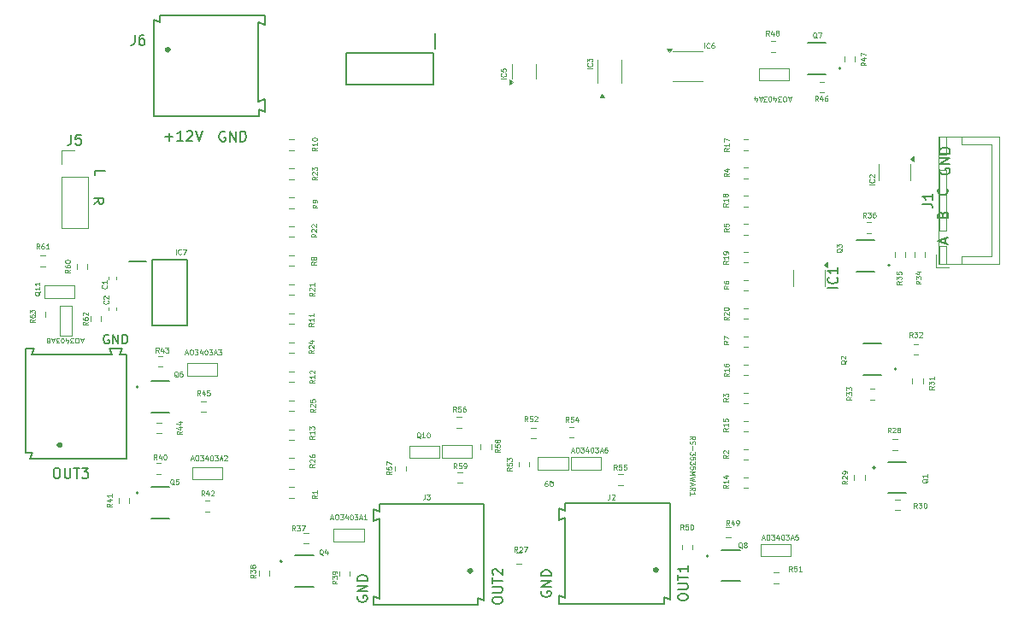
<source format=gbr>
%TF.GenerationSoftware,KiCad,Pcbnew,8.0.5*%
%TF.CreationDate,2025-03-15T22:57:07+02:00*%
%TF.ProjectId,MOSFET Controller,4d4f5346-4554-4204-936f-6e74726f6c6c,rev?*%
%TF.SameCoordinates,Original*%
%TF.FileFunction,Legend,Top*%
%TF.FilePolarity,Positive*%
%FSLAX46Y46*%
G04 Gerber Fmt 4.6, Leading zero omitted, Abs format (unit mm)*
G04 Created by KiCad (PCBNEW 8.0.5) date 2025-03-15 22:57:07*
%MOMM*%
%LPD*%
G01*
G04 APERTURE LIST*
%ADD10C,0.150000*%
%ADD11C,0.125000*%
%ADD12C,0.100000*%
%ADD13C,0.120000*%
%ADD14C,0.127000*%
%ADD15C,0.200000*%
%ADD16C,0.400000*%
G04 APERTURE END LIST*
D10*
X189252438Y-85921904D02*
X189204819Y-86017142D01*
X189204819Y-86017142D02*
X189204819Y-86159999D01*
X189204819Y-86159999D02*
X189252438Y-86302856D01*
X189252438Y-86302856D02*
X189347676Y-86398094D01*
X189347676Y-86398094D02*
X189442914Y-86445713D01*
X189442914Y-86445713D02*
X189633390Y-86493332D01*
X189633390Y-86493332D02*
X189776247Y-86493332D01*
X189776247Y-86493332D02*
X189966723Y-86445713D01*
X189966723Y-86445713D02*
X190061961Y-86398094D01*
X190061961Y-86398094D02*
X190157200Y-86302856D01*
X190157200Y-86302856D02*
X190204819Y-86159999D01*
X190204819Y-86159999D02*
X190204819Y-86064761D01*
X190204819Y-86064761D02*
X190157200Y-85921904D01*
X190157200Y-85921904D02*
X190109580Y-85874285D01*
X190109580Y-85874285D02*
X189776247Y-85874285D01*
X189776247Y-85874285D02*
X189776247Y-86064761D01*
X190204819Y-85445713D02*
X189204819Y-85445713D01*
X189204819Y-85445713D02*
X190204819Y-84874285D01*
X190204819Y-84874285D02*
X189204819Y-84874285D01*
X190204819Y-84398094D02*
X189204819Y-84398094D01*
X189204819Y-84398094D02*
X189204819Y-84159999D01*
X189204819Y-84159999D02*
X189252438Y-84017142D01*
X189252438Y-84017142D02*
X189347676Y-83921904D01*
X189347676Y-83921904D02*
X189442914Y-83874285D01*
X189442914Y-83874285D02*
X189633390Y-83826666D01*
X189633390Y-83826666D02*
X189776247Y-83826666D01*
X189776247Y-83826666D02*
X189966723Y-83874285D01*
X189966723Y-83874285D02*
X190061961Y-83921904D01*
X190061961Y-83921904D02*
X190157200Y-84017142D01*
X190157200Y-84017142D02*
X190204819Y-84159999D01*
X190204819Y-84159999D02*
X190204819Y-84398094D01*
X105545180Y-86559523D02*
X105545180Y-86083333D01*
X105545180Y-86083333D02*
X106545180Y-86083333D01*
X149772438Y-127791904D02*
X149724819Y-127887142D01*
X149724819Y-127887142D02*
X149724819Y-128029999D01*
X149724819Y-128029999D02*
X149772438Y-128172856D01*
X149772438Y-128172856D02*
X149867676Y-128268094D01*
X149867676Y-128268094D02*
X149962914Y-128315713D01*
X149962914Y-128315713D02*
X150153390Y-128363332D01*
X150153390Y-128363332D02*
X150296247Y-128363332D01*
X150296247Y-128363332D02*
X150486723Y-128315713D01*
X150486723Y-128315713D02*
X150581961Y-128268094D01*
X150581961Y-128268094D02*
X150677200Y-128172856D01*
X150677200Y-128172856D02*
X150724819Y-128029999D01*
X150724819Y-128029999D02*
X150724819Y-127934761D01*
X150724819Y-127934761D02*
X150677200Y-127791904D01*
X150677200Y-127791904D02*
X150629580Y-127744285D01*
X150629580Y-127744285D02*
X150296247Y-127744285D01*
X150296247Y-127744285D02*
X150296247Y-127934761D01*
X150724819Y-127315713D02*
X149724819Y-127315713D01*
X149724819Y-127315713D02*
X150724819Y-126744285D01*
X150724819Y-126744285D02*
X149724819Y-126744285D01*
X150724819Y-126268094D02*
X149724819Y-126268094D01*
X149724819Y-126268094D02*
X149724819Y-126029999D01*
X149724819Y-126029999D02*
X149772438Y-125887142D01*
X149772438Y-125887142D02*
X149867676Y-125791904D01*
X149867676Y-125791904D02*
X149962914Y-125744285D01*
X149962914Y-125744285D02*
X150153390Y-125696666D01*
X150153390Y-125696666D02*
X150296247Y-125696666D01*
X150296247Y-125696666D02*
X150486723Y-125744285D01*
X150486723Y-125744285D02*
X150581961Y-125791904D01*
X150581961Y-125791904D02*
X150677200Y-125887142D01*
X150677200Y-125887142D02*
X150724819Y-126029999D01*
X150724819Y-126029999D02*
X150724819Y-126268094D01*
X105395180Y-89379523D02*
X105871371Y-89046190D01*
X105395180Y-88808095D02*
X106395180Y-88808095D01*
X106395180Y-88808095D02*
X106395180Y-89189047D01*
X106395180Y-89189047D02*
X106347561Y-89284285D01*
X106347561Y-89284285D02*
X106299942Y-89331904D01*
X106299942Y-89331904D02*
X106204704Y-89379523D01*
X106204704Y-89379523D02*
X106061847Y-89379523D01*
X106061847Y-89379523D02*
X105966609Y-89331904D01*
X105966609Y-89331904D02*
X105918990Y-89284285D01*
X105918990Y-89284285D02*
X105871371Y-89189047D01*
X105871371Y-89189047D02*
X105871371Y-88808095D01*
X112478095Y-82763866D02*
X113240000Y-82763866D01*
X112859047Y-83144819D02*
X112859047Y-82382914D01*
X114239999Y-83144819D02*
X113668571Y-83144819D01*
X113954285Y-83144819D02*
X113954285Y-82144819D01*
X113954285Y-82144819D02*
X113859047Y-82287676D01*
X113859047Y-82287676D02*
X113763809Y-82382914D01*
X113763809Y-82382914D02*
X113668571Y-82430533D01*
X114620952Y-82240057D02*
X114668571Y-82192438D01*
X114668571Y-82192438D02*
X114763809Y-82144819D01*
X114763809Y-82144819D02*
X115001904Y-82144819D01*
X115001904Y-82144819D02*
X115097142Y-82192438D01*
X115097142Y-82192438D02*
X115144761Y-82240057D01*
X115144761Y-82240057D02*
X115192380Y-82335295D01*
X115192380Y-82335295D02*
X115192380Y-82430533D01*
X115192380Y-82430533D02*
X115144761Y-82573390D01*
X115144761Y-82573390D02*
X114573333Y-83144819D01*
X114573333Y-83144819D02*
X115192380Y-83144819D01*
X115478095Y-82144819D02*
X115811428Y-83144819D01*
X115811428Y-83144819D02*
X116144761Y-82144819D01*
X163264819Y-128466190D02*
X163264819Y-128275714D01*
X163264819Y-128275714D02*
X163312438Y-128180476D01*
X163312438Y-128180476D02*
X163407676Y-128085238D01*
X163407676Y-128085238D02*
X163598152Y-128037619D01*
X163598152Y-128037619D02*
X163931485Y-128037619D01*
X163931485Y-128037619D02*
X164121961Y-128085238D01*
X164121961Y-128085238D02*
X164217200Y-128180476D01*
X164217200Y-128180476D02*
X164264819Y-128275714D01*
X164264819Y-128275714D02*
X164264819Y-128466190D01*
X164264819Y-128466190D02*
X164217200Y-128561428D01*
X164217200Y-128561428D02*
X164121961Y-128656666D01*
X164121961Y-128656666D02*
X163931485Y-128704285D01*
X163931485Y-128704285D02*
X163598152Y-128704285D01*
X163598152Y-128704285D02*
X163407676Y-128656666D01*
X163407676Y-128656666D02*
X163312438Y-128561428D01*
X163312438Y-128561428D02*
X163264819Y-128466190D01*
X163264819Y-127609047D02*
X164074342Y-127609047D01*
X164074342Y-127609047D02*
X164169580Y-127561428D01*
X164169580Y-127561428D02*
X164217200Y-127513809D01*
X164217200Y-127513809D02*
X164264819Y-127418571D01*
X164264819Y-127418571D02*
X164264819Y-127228095D01*
X164264819Y-127228095D02*
X164217200Y-127132857D01*
X164217200Y-127132857D02*
X164169580Y-127085238D01*
X164169580Y-127085238D02*
X164074342Y-127037619D01*
X164074342Y-127037619D02*
X163264819Y-127037619D01*
X163264819Y-126704285D02*
X163264819Y-126132857D01*
X164264819Y-126418571D02*
X163264819Y-126418571D01*
X164264819Y-125275714D02*
X164264819Y-125847142D01*
X164264819Y-125561428D02*
X163264819Y-125561428D01*
X163264819Y-125561428D02*
X163407676Y-125656666D01*
X163407676Y-125656666D02*
X163502914Y-125751904D01*
X163502914Y-125751904D02*
X163550533Y-125847142D01*
X131552438Y-128271904D02*
X131504819Y-128367142D01*
X131504819Y-128367142D02*
X131504819Y-128509999D01*
X131504819Y-128509999D02*
X131552438Y-128652856D01*
X131552438Y-128652856D02*
X131647676Y-128748094D01*
X131647676Y-128748094D02*
X131742914Y-128795713D01*
X131742914Y-128795713D02*
X131933390Y-128843332D01*
X131933390Y-128843332D02*
X132076247Y-128843332D01*
X132076247Y-128843332D02*
X132266723Y-128795713D01*
X132266723Y-128795713D02*
X132361961Y-128748094D01*
X132361961Y-128748094D02*
X132457200Y-128652856D01*
X132457200Y-128652856D02*
X132504819Y-128509999D01*
X132504819Y-128509999D02*
X132504819Y-128414761D01*
X132504819Y-128414761D02*
X132457200Y-128271904D01*
X132457200Y-128271904D02*
X132409580Y-128224285D01*
X132409580Y-128224285D02*
X132076247Y-128224285D01*
X132076247Y-128224285D02*
X132076247Y-128414761D01*
X132504819Y-127795713D02*
X131504819Y-127795713D01*
X131504819Y-127795713D02*
X132504819Y-127224285D01*
X132504819Y-127224285D02*
X131504819Y-127224285D01*
X132504819Y-126748094D02*
X131504819Y-126748094D01*
X131504819Y-126748094D02*
X131504819Y-126509999D01*
X131504819Y-126509999D02*
X131552438Y-126367142D01*
X131552438Y-126367142D02*
X131647676Y-126271904D01*
X131647676Y-126271904D02*
X131742914Y-126224285D01*
X131742914Y-126224285D02*
X131933390Y-126176666D01*
X131933390Y-126176666D02*
X132076247Y-126176666D01*
X132076247Y-126176666D02*
X132266723Y-126224285D01*
X132266723Y-126224285D02*
X132361961Y-126271904D01*
X132361961Y-126271904D02*
X132457200Y-126367142D01*
X132457200Y-126367142D02*
X132504819Y-126509999D01*
X132504819Y-126509999D02*
X132504819Y-126748094D01*
X144894819Y-128776190D02*
X144894819Y-128585714D01*
X144894819Y-128585714D02*
X144942438Y-128490476D01*
X144942438Y-128490476D02*
X145037676Y-128395238D01*
X145037676Y-128395238D02*
X145228152Y-128347619D01*
X145228152Y-128347619D02*
X145561485Y-128347619D01*
X145561485Y-128347619D02*
X145751961Y-128395238D01*
X145751961Y-128395238D02*
X145847200Y-128490476D01*
X145847200Y-128490476D02*
X145894819Y-128585714D01*
X145894819Y-128585714D02*
X145894819Y-128776190D01*
X145894819Y-128776190D02*
X145847200Y-128871428D01*
X145847200Y-128871428D02*
X145751961Y-128966666D01*
X145751961Y-128966666D02*
X145561485Y-129014285D01*
X145561485Y-129014285D02*
X145228152Y-129014285D01*
X145228152Y-129014285D02*
X145037676Y-128966666D01*
X145037676Y-128966666D02*
X144942438Y-128871428D01*
X144942438Y-128871428D02*
X144894819Y-128776190D01*
X144894819Y-127919047D02*
X145704342Y-127919047D01*
X145704342Y-127919047D02*
X145799580Y-127871428D01*
X145799580Y-127871428D02*
X145847200Y-127823809D01*
X145847200Y-127823809D02*
X145894819Y-127728571D01*
X145894819Y-127728571D02*
X145894819Y-127538095D01*
X145894819Y-127538095D02*
X145847200Y-127442857D01*
X145847200Y-127442857D02*
X145799580Y-127395238D01*
X145799580Y-127395238D02*
X145704342Y-127347619D01*
X145704342Y-127347619D02*
X144894819Y-127347619D01*
X144894819Y-127014285D02*
X144894819Y-126442857D01*
X145894819Y-126728571D02*
X144894819Y-126728571D01*
X144990057Y-126157142D02*
X144942438Y-126109523D01*
X144942438Y-126109523D02*
X144894819Y-126014285D01*
X144894819Y-126014285D02*
X144894819Y-125776190D01*
X144894819Y-125776190D02*
X144942438Y-125680952D01*
X144942438Y-125680952D02*
X144990057Y-125633333D01*
X144990057Y-125633333D02*
X145085295Y-125585714D01*
X145085295Y-125585714D02*
X145180533Y-125585714D01*
X145180533Y-125585714D02*
X145323390Y-125633333D01*
X145323390Y-125633333D02*
X145894819Y-126204761D01*
X145894819Y-126204761D02*
X145894819Y-125585714D01*
X101653809Y-115574819D02*
X101844285Y-115574819D01*
X101844285Y-115574819D02*
X101939523Y-115622438D01*
X101939523Y-115622438D02*
X102034761Y-115717676D01*
X102034761Y-115717676D02*
X102082380Y-115908152D01*
X102082380Y-115908152D02*
X102082380Y-116241485D01*
X102082380Y-116241485D02*
X102034761Y-116431961D01*
X102034761Y-116431961D02*
X101939523Y-116527200D01*
X101939523Y-116527200D02*
X101844285Y-116574819D01*
X101844285Y-116574819D02*
X101653809Y-116574819D01*
X101653809Y-116574819D02*
X101558571Y-116527200D01*
X101558571Y-116527200D02*
X101463333Y-116431961D01*
X101463333Y-116431961D02*
X101415714Y-116241485D01*
X101415714Y-116241485D02*
X101415714Y-115908152D01*
X101415714Y-115908152D02*
X101463333Y-115717676D01*
X101463333Y-115717676D02*
X101558571Y-115622438D01*
X101558571Y-115622438D02*
X101653809Y-115574819D01*
X102510952Y-115574819D02*
X102510952Y-116384342D01*
X102510952Y-116384342D02*
X102558571Y-116479580D01*
X102558571Y-116479580D02*
X102606190Y-116527200D01*
X102606190Y-116527200D02*
X102701428Y-116574819D01*
X102701428Y-116574819D02*
X102891904Y-116574819D01*
X102891904Y-116574819D02*
X102987142Y-116527200D01*
X102987142Y-116527200D02*
X103034761Y-116479580D01*
X103034761Y-116479580D02*
X103082380Y-116384342D01*
X103082380Y-116384342D02*
X103082380Y-115574819D01*
X103415714Y-115574819D02*
X103987142Y-115574819D01*
X103701428Y-116574819D02*
X103701428Y-115574819D01*
X104225238Y-115574819D02*
X104844285Y-115574819D01*
X104844285Y-115574819D02*
X104510952Y-115955771D01*
X104510952Y-115955771D02*
X104653809Y-115955771D01*
X104653809Y-115955771D02*
X104749047Y-116003390D01*
X104749047Y-116003390D02*
X104796666Y-116051009D01*
X104796666Y-116051009D02*
X104844285Y-116146247D01*
X104844285Y-116146247D02*
X104844285Y-116384342D01*
X104844285Y-116384342D02*
X104796666Y-116479580D01*
X104796666Y-116479580D02*
X104749047Y-116527200D01*
X104749047Y-116527200D02*
X104653809Y-116574819D01*
X104653809Y-116574819D02*
X104368095Y-116574819D01*
X104368095Y-116574819D02*
X104272857Y-116527200D01*
X104272857Y-116527200D02*
X104225238Y-116479580D01*
X189501009Y-90478571D02*
X189548628Y-90335714D01*
X189548628Y-90335714D02*
X189596247Y-90288095D01*
X189596247Y-90288095D02*
X189691485Y-90240476D01*
X189691485Y-90240476D02*
X189834342Y-90240476D01*
X189834342Y-90240476D02*
X189929580Y-90288095D01*
X189929580Y-90288095D02*
X189977200Y-90335714D01*
X189977200Y-90335714D02*
X190024819Y-90430952D01*
X190024819Y-90430952D02*
X190024819Y-90811904D01*
X190024819Y-90811904D02*
X189024819Y-90811904D01*
X189024819Y-90811904D02*
X189024819Y-90478571D01*
X189024819Y-90478571D02*
X189072438Y-90383333D01*
X189072438Y-90383333D02*
X189120057Y-90335714D01*
X189120057Y-90335714D02*
X189215295Y-90288095D01*
X189215295Y-90288095D02*
X189310533Y-90288095D01*
X189310533Y-90288095D02*
X189405771Y-90335714D01*
X189405771Y-90335714D02*
X189453390Y-90383333D01*
X189453390Y-90383333D02*
X189501009Y-90478571D01*
X189501009Y-90478571D02*
X189501009Y-90811904D01*
X106884286Y-102391414D02*
X106798572Y-102348557D01*
X106798572Y-102348557D02*
X106670000Y-102348557D01*
X106670000Y-102348557D02*
X106541429Y-102391414D01*
X106541429Y-102391414D02*
X106455714Y-102477128D01*
X106455714Y-102477128D02*
X106412857Y-102562842D01*
X106412857Y-102562842D02*
X106370000Y-102734271D01*
X106370000Y-102734271D02*
X106370000Y-102862842D01*
X106370000Y-102862842D02*
X106412857Y-103034271D01*
X106412857Y-103034271D02*
X106455714Y-103119985D01*
X106455714Y-103119985D02*
X106541429Y-103205700D01*
X106541429Y-103205700D02*
X106670000Y-103248557D01*
X106670000Y-103248557D02*
X106755714Y-103248557D01*
X106755714Y-103248557D02*
X106884286Y-103205700D01*
X106884286Y-103205700D02*
X106927143Y-103162842D01*
X106927143Y-103162842D02*
X106927143Y-102862842D01*
X106927143Y-102862842D02*
X106755714Y-102862842D01*
X107312857Y-103248557D02*
X107312857Y-102348557D01*
X107312857Y-102348557D02*
X107827143Y-103248557D01*
X107827143Y-103248557D02*
X107827143Y-102348557D01*
X108255714Y-103248557D02*
X108255714Y-102348557D01*
X108255714Y-102348557D02*
X108470000Y-102348557D01*
X108470000Y-102348557D02*
X108598571Y-102391414D01*
X108598571Y-102391414D02*
X108684286Y-102477128D01*
X108684286Y-102477128D02*
X108727143Y-102562842D01*
X108727143Y-102562842D02*
X108770000Y-102734271D01*
X108770000Y-102734271D02*
X108770000Y-102862842D01*
X108770000Y-102862842D02*
X108727143Y-103034271D01*
X108727143Y-103034271D02*
X108684286Y-103119985D01*
X108684286Y-103119985D02*
X108598571Y-103205700D01*
X108598571Y-103205700D02*
X108470000Y-103248557D01*
X108470000Y-103248557D02*
X108255714Y-103248557D01*
X118398095Y-82252438D02*
X118302857Y-82204819D01*
X118302857Y-82204819D02*
X118160000Y-82204819D01*
X118160000Y-82204819D02*
X118017143Y-82252438D01*
X118017143Y-82252438D02*
X117921905Y-82347676D01*
X117921905Y-82347676D02*
X117874286Y-82442914D01*
X117874286Y-82442914D02*
X117826667Y-82633390D01*
X117826667Y-82633390D02*
X117826667Y-82776247D01*
X117826667Y-82776247D02*
X117874286Y-82966723D01*
X117874286Y-82966723D02*
X117921905Y-83061961D01*
X117921905Y-83061961D02*
X118017143Y-83157200D01*
X118017143Y-83157200D02*
X118160000Y-83204819D01*
X118160000Y-83204819D02*
X118255238Y-83204819D01*
X118255238Y-83204819D02*
X118398095Y-83157200D01*
X118398095Y-83157200D02*
X118445714Y-83109580D01*
X118445714Y-83109580D02*
X118445714Y-82776247D01*
X118445714Y-82776247D02*
X118255238Y-82776247D01*
X118874286Y-83204819D02*
X118874286Y-82204819D01*
X118874286Y-82204819D02*
X119445714Y-83204819D01*
X119445714Y-83204819D02*
X119445714Y-82204819D01*
X119921905Y-83204819D02*
X119921905Y-82204819D01*
X119921905Y-82204819D02*
X120160000Y-82204819D01*
X120160000Y-82204819D02*
X120302857Y-82252438D01*
X120302857Y-82252438D02*
X120398095Y-82347676D01*
X120398095Y-82347676D02*
X120445714Y-82442914D01*
X120445714Y-82442914D02*
X120493333Y-82633390D01*
X120493333Y-82633390D02*
X120493333Y-82776247D01*
X120493333Y-82776247D02*
X120445714Y-82966723D01*
X120445714Y-82966723D02*
X120398095Y-83061961D01*
X120398095Y-83061961D02*
X120302857Y-83157200D01*
X120302857Y-83157200D02*
X120160000Y-83204819D01*
X120160000Y-83204819D02*
X119921905Y-83204819D01*
X189909580Y-87890476D02*
X189957200Y-87938095D01*
X189957200Y-87938095D02*
X190004819Y-88080952D01*
X190004819Y-88080952D02*
X190004819Y-88176190D01*
X190004819Y-88176190D02*
X189957200Y-88319047D01*
X189957200Y-88319047D02*
X189861961Y-88414285D01*
X189861961Y-88414285D02*
X189766723Y-88461904D01*
X189766723Y-88461904D02*
X189576247Y-88509523D01*
X189576247Y-88509523D02*
X189433390Y-88509523D01*
X189433390Y-88509523D02*
X189242914Y-88461904D01*
X189242914Y-88461904D02*
X189147676Y-88414285D01*
X189147676Y-88414285D02*
X189052438Y-88319047D01*
X189052438Y-88319047D02*
X189004819Y-88176190D01*
X189004819Y-88176190D02*
X189004819Y-88080952D01*
X189004819Y-88080952D02*
X189052438Y-87938095D01*
X189052438Y-87938095D02*
X189100057Y-87890476D01*
X189739104Y-93318094D02*
X189739104Y-92841904D01*
X190024819Y-93413332D02*
X189024819Y-93079999D01*
X189024819Y-93079999D02*
X190024819Y-92746666D01*
D11*
X127524809Y-86711428D02*
X127286714Y-86878094D01*
X127524809Y-86997142D02*
X127024809Y-86997142D01*
X127024809Y-86997142D02*
X127024809Y-86806666D01*
X127024809Y-86806666D02*
X127048619Y-86759047D01*
X127048619Y-86759047D02*
X127072428Y-86735237D01*
X127072428Y-86735237D02*
X127120047Y-86711428D01*
X127120047Y-86711428D02*
X127191476Y-86711428D01*
X127191476Y-86711428D02*
X127239095Y-86735237D01*
X127239095Y-86735237D02*
X127262904Y-86759047D01*
X127262904Y-86759047D02*
X127286714Y-86806666D01*
X127286714Y-86806666D02*
X127286714Y-86997142D01*
X127072428Y-86520951D02*
X127048619Y-86497142D01*
X127048619Y-86497142D02*
X127024809Y-86449523D01*
X127024809Y-86449523D02*
X127024809Y-86330475D01*
X127024809Y-86330475D02*
X127048619Y-86282856D01*
X127048619Y-86282856D02*
X127072428Y-86259047D01*
X127072428Y-86259047D02*
X127120047Y-86235237D01*
X127120047Y-86235237D02*
X127167666Y-86235237D01*
X127167666Y-86235237D02*
X127239095Y-86259047D01*
X127239095Y-86259047D02*
X127524809Y-86544761D01*
X127524809Y-86544761D02*
X127524809Y-86235237D01*
X127024809Y-86068571D02*
X127024809Y-85759047D01*
X127024809Y-85759047D02*
X127215285Y-85925714D01*
X127215285Y-85925714D02*
X127215285Y-85854285D01*
X127215285Y-85854285D02*
X127239095Y-85806666D01*
X127239095Y-85806666D02*
X127262904Y-85782857D01*
X127262904Y-85782857D02*
X127310523Y-85759047D01*
X127310523Y-85759047D02*
X127429571Y-85759047D01*
X127429571Y-85759047D02*
X127477190Y-85782857D01*
X127477190Y-85782857D02*
X127501000Y-85806666D01*
X127501000Y-85806666D02*
X127524809Y-85854285D01*
X127524809Y-85854285D02*
X127524809Y-85997142D01*
X127524809Y-85997142D02*
X127501000Y-86044761D01*
X127501000Y-86044761D02*
X127477190Y-86068571D01*
D12*
X171594287Y-122533252D02*
X171832382Y-122533252D01*
X171546668Y-122676109D02*
X171713334Y-122176109D01*
X171713334Y-122176109D02*
X171880001Y-122676109D01*
X172141905Y-122176109D02*
X172237143Y-122176109D01*
X172237143Y-122176109D02*
X172284762Y-122199919D01*
X172284762Y-122199919D02*
X172332381Y-122247538D01*
X172332381Y-122247538D02*
X172356191Y-122342776D01*
X172356191Y-122342776D02*
X172356191Y-122509442D01*
X172356191Y-122509442D02*
X172332381Y-122604680D01*
X172332381Y-122604680D02*
X172284762Y-122652300D01*
X172284762Y-122652300D02*
X172237143Y-122676109D01*
X172237143Y-122676109D02*
X172141905Y-122676109D01*
X172141905Y-122676109D02*
X172094286Y-122652300D01*
X172094286Y-122652300D02*
X172046667Y-122604680D01*
X172046667Y-122604680D02*
X172022858Y-122509442D01*
X172022858Y-122509442D02*
X172022858Y-122342776D01*
X172022858Y-122342776D02*
X172046667Y-122247538D01*
X172046667Y-122247538D02*
X172094286Y-122199919D01*
X172094286Y-122199919D02*
X172141905Y-122176109D01*
X172522858Y-122176109D02*
X172832382Y-122176109D01*
X172832382Y-122176109D02*
X172665715Y-122366585D01*
X172665715Y-122366585D02*
X172737144Y-122366585D01*
X172737144Y-122366585D02*
X172784763Y-122390395D01*
X172784763Y-122390395D02*
X172808572Y-122414204D01*
X172808572Y-122414204D02*
X172832382Y-122461823D01*
X172832382Y-122461823D02*
X172832382Y-122580871D01*
X172832382Y-122580871D02*
X172808572Y-122628490D01*
X172808572Y-122628490D02*
X172784763Y-122652300D01*
X172784763Y-122652300D02*
X172737144Y-122676109D01*
X172737144Y-122676109D02*
X172594287Y-122676109D01*
X172594287Y-122676109D02*
X172546668Y-122652300D01*
X172546668Y-122652300D02*
X172522858Y-122628490D01*
X173260953Y-122342776D02*
X173260953Y-122676109D01*
X173141905Y-122152300D02*
X173022858Y-122509442D01*
X173022858Y-122509442D02*
X173332381Y-122509442D01*
X173618095Y-122176109D02*
X173665714Y-122176109D01*
X173665714Y-122176109D02*
X173713333Y-122199919D01*
X173713333Y-122199919D02*
X173737143Y-122223728D01*
X173737143Y-122223728D02*
X173760952Y-122271347D01*
X173760952Y-122271347D02*
X173784762Y-122366585D01*
X173784762Y-122366585D02*
X173784762Y-122485633D01*
X173784762Y-122485633D02*
X173760952Y-122580871D01*
X173760952Y-122580871D02*
X173737143Y-122628490D01*
X173737143Y-122628490D02*
X173713333Y-122652300D01*
X173713333Y-122652300D02*
X173665714Y-122676109D01*
X173665714Y-122676109D02*
X173618095Y-122676109D01*
X173618095Y-122676109D02*
X173570476Y-122652300D01*
X173570476Y-122652300D02*
X173546667Y-122628490D01*
X173546667Y-122628490D02*
X173522857Y-122580871D01*
X173522857Y-122580871D02*
X173499048Y-122485633D01*
X173499048Y-122485633D02*
X173499048Y-122366585D01*
X173499048Y-122366585D02*
X173522857Y-122271347D01*
X173522857Y-122271347D02*
X173546667Y-122223728D01*
X173546667Y-122223728D02*
X173570476Y-122199919D01*
X173570476Y-122199919D02*
X173618095Y-122176109D01*
X173951428Y-122176109D02*
X174260952Y-122176109D01*
X174260952Y-122176109D02*
X174094285Y-122366585D01*
X174094285Y-122366585D02*
X174165714Y-122366585D01*
X174165714Y-122366585D02*
X174213333Y-122390395D01*
X174213333Y-122390395D02*
X174237142Y-122414204D01*
X174237142Y-122414204D02*
X174260952Y-122461823D01*
X174260952Y-122461823D02*
X174260952Y-122580871D01*
X174260952Y-122580871D02*
X174237142Y-122628490D01*
X174237142Y-122628490D02*
X174213333Y-122652300D01*
X174213333Y-122652300D02*
X174165714Y-122676109D01*
X174165714Y-122676109D02*
X174022857Y-122676109D01*
X174022857Y-122676109D02*
X173975238Y-122652300D01*
X173975238Y-122652300D02*
X173951428Y-122628490D01*
X174451428Y-122533252D02*
X174689523Y-122533252D01*
X174403809Y-122676109D02*
X174570475Y-122176109D01*
X174570475Y-122176109D02*
X174737142Y-122676109D01*
X175141903Y-122176109D02*
X174903808Y-122176109D01*
X174903808Y-122176109D02*
X174879999Y-122414204D01*
X174879999Y-122414204D02*
X174903808Y-122390395D01*
X174903808Y-122390395D02*
X174951427Y-122366585D01*
X174951427Y-122366585D02*
X175070475Y-122366585D01*
X175070475Y-122366585D02*
X175118094Y-122390395D01*
X175118094Y-122390395D02*
X175141903Y-122414204D01*
X175141903Y-122414204D02*
X175165713Y-122461823D01*
X175165713Y-122461823D02*
X175165713Y-122580871D01*
X175165713Y-122580871D02*
X175141903Y-122628490D01*
X175141903Y-122628490D02*
X175118094Y-122652300D01*
X175118094Y-122652300D02*
X175070475Y-122676109D01*
X175070475Y-122676109D02*
X174951427Y-122676109D01*
X174951427Y-122676109D02*
X174903808Y-122652300D01*
X174903808Y-122652300D02*
X174879999Y-122628490D01*
D11*
X180044809Y-116821428D02*
X179806714Y-116988094D01*
X180044809Y-117107142D02*
X179544809Y-117107142D01*
X179544809Y-117107142D02*
X179544809Y-116916666D01*
X179544809Y-116916666D02*
X179568619Y-116869047D01*
X179568619Y-116869047D02*
X179592428Y-116845237D01*
X179592428Y-116845237D02*
X179640047Y-116821428D01*
X179640047Y-116821428D02*
X179711476Y-116821428D01*
X179711476Y-116821428D02*
X179759095Y-116845237D01*
X179759095Y-116845237D02*
X179782904Y-116869047D01*
X179782904Y-116869047D02*
X179806714Y-116916666D01*
X179806714Y-116916666D02*
X179806714Y-117107142D01*
X179592428Y-116630951D02*
X179568619Y-116607142D01*
X179568619Y-116607142D02*
X179544809Y-116559523D01*
X179544809Y-116559523D02*
X179544809Y-116440475D01*
X179544809Y-116440475D02*
X179568619Y-116392856D01*
X179568619Y-116392856D02*
X179592428Y-116369047D01*
X179592428Y-116369047D02*
X179640047Y-116345237D01*
X179640047Y-116345237D02*
X179687666Y-116345237D01*
X179687666Y-116345237D02*
X179759095Y-116369047D01*
X179759095Y-116369047D02*
X180044809Y-116654761D01*
X180044809Y-116654761D02*
X180044809Y-116345237D01*
X180044809Y-116107142D02*
X180044809Y-116011904D01*
X180044809Y-116011904D02*
X180021000Y-115964285D01*
X180021000Y-115964285D02*
X179997190Y-115940476D01*
X179997190Y-115940476D02*
X179925761Y-115892857D01*
X179925761Y-115892857D02*
X179830523Y-115869047D01*
X179830523Y-115869047D02*
X179640047Y-115869047D01*
X179640047Y-115869047D02*
X179592428Y-115892857D01*
X179592428Y-115892857D02*
X179568619Y-115916666D01*
X179568619Y-115916666D02*
X179544809Y-115964285D01*
X179544809Y-115964285D02*
X179544809Y-116059523D01*
X179544809Y-116059523D02*
X179568619Y-116107142D01*
X179568619Y-116107142D02*
X179592428Y-116130952D01*
X179592428Y-116130952D02*
X179640047Y-116154761D01*
X179640047Y-116154761D02*
X179759095Y-116154761D01*
X179759095Y-116154761D02*
X179806714Y-116130952D01*
X179806714Y-116130952D02*
X179830523Y-116107142D01*
X179830523Y-116107142D02*
X179854333Y-116059523D01*
X179854333Y-116059523D02*
X179854333Y-115964285D01*
X179854333Y-115964285D02*
X179830523Y-115916666D01*
X179830523Y-115916666D02*
X179806714Y-115892857D01*
X179806714Y-115892857D02*
X179759095Y-115869047D01*
X187334809Y-97046428D02*
X187096714Y-97213094D01*
X187334809Y-97332142D02*
X186834809Y-97332142D01*
X186834809Y-97332142D02*
X186834809Y-97141666D01*
X186834809Y-97141666D02*
X186858619Y-97094047D01*
X186858619Y-97094047D02*
X186882428Y-97070237D01*
X186882428Y-97070237D02*
X186930047Y-97046428D01*
X186930047Y-97046428D02*
X187001476Y-97046428D01*
X187001476Y-97046428D02*
X187049095Y-97070237D01*
X187049095Y-97070237D02*
X187072904Y-97094047D01*
X187072904Y-97094047D02*
X187096714Y-97141666D01*
X187096714Y-97141666D02*
X187096714Y-97332142D01*
X186834809Y-96879761D02*
X186834809Y-96570237D01*
X186834809Y-96570237D02*
X187025285Y-96736904D01*
X187025285Y-96736904D02*
X187025285Y-96665475D01*
X187025285Y-96665475D02*
X187049095Y-96617856D01*
X187049095Y-96617856D02*
X187072904Y-96594047D01*
X187072904Y-96594047D02*
X187120523Y-96570237D01*
X187120523Y-96570237D02*
X187239571Y-96570237D01*
X187239571Y-96570237D02*
X187287190Y-96594047D01*
X187287190Y-96594047D02*
X187311000Y-96617856D01*
X187311000Y-96617856D02*
X187334809Y-96665475D01*
X187334809Y-96665475D02*
X187334809Y-96808332D01*
X187334809Y-96808332D02*
X187311000Y-96855951D01*
X187311000Y-96855951D02*
X187287190Y-96879761D01*
X187001476Y-96141666D02*
X187334809Y-96141666D01*
X186811000Y-96260714D02*
X187168142Y-96379761D01*
X187168142Y-96379761D02*
X187168142Y-96070238D01*
X147368571Y-123884809D02*
X147201905Y-123646714D01*
X147082857Y-123884809D02*
X147082857Y-123384809D01*
X147082857Y-123384809D02*
X147273333Y-123384809D01*
X147273333Y-123384809D02*
X147320952Y-123408619D01*
X147320952Y-123408619D02*
X147344762Y-123432428D01*
X147344762Y-123432428D02*
X147368571Y-123480047D01*
X147368571Y-123480047D02*
X147368571Y-123551476D01*
X147368571Y-123551476D02*
X147344762Y-123599095D01*
X147344762Y-123599095D02*
X147320952Y-123622904D01*
X147320952Y-123622904D02*
X147273333Y-123646714D01*
X147273333Y-123646714D02*
X147082857Y-123646714D01*
X147559048Y-123432428D02*
X147582857Y-123408619D01*
X147582857Y-123408619D02*
X147630476Y-123384809D01*
X147630476Y-123384809D02*
X147749524Y-123384809D01*
X147749524Y-123384809D02*
X147797143Y-123408619D01*
X147797143Y-123408619D02*
X147820952Y-123432428D01*
X147820952Y-123432428D02*
X147844762Y-123480047D01*
X147844762Y-123480047D02*
X147844762Y-123527666D01*
X147844762Y-123527666D02*
X147820952Y-123599095D01*
X147820952Y-123599095D02*
X147535238Y-123884809D01*
X147535238Y-123884809D02*
X147844762Y-123884809D01*
X148011428Y-123384809D02*
X148344761Y-123384809D01*
X148344761Y-123384809D02*
X148130476Y-123884809D01*
X111848571Y-104134809D02*
X111681905Y-103896714D01*
X111562857Y-104134809D02*
X111562857Y-103634809D01*
X111562857Y-103634809D02*
X111753333Y-103634809D01*
X111753333Y-103634809D02*
X111800952Y-103658619D01*
X111800952Y-103658619D02*
X111824762Y-103682428D01*
X111824762Y-103682428D02*
X111848571Y-103730047D01*
X111848571Y-103730047D02*
X111848571Y-103801476D01*
X111848571Y-103801476D02*
X111824762Y-103849095D01*
X111824762Y-103849095D02*
X111800952Y-103872904D01*
X111800952Y-103872904D02*
X111753333Y-103896714D01*
X111753333Y-103896714D02*
X111562857Y-103896714D01*
X112277143Y-103801476D02*
X112277143Y-104134809D01*
X112158095Y-103611000D02*
X112039048Y-103968142D01*
X112039048Y-103968142D02*
X112348571Y-103968142D01*
X112491428Y-103634809D02*
X112800952Y-103634809D01*
X112800952Y-103634809D02*
X112634285Y-103825285D01*
X112634285Y-103825285D02*
X112705714Y-103825285D01*
X112705714Y-103825285D02*
X112753333Y-103849095D01*
X112753333Y-103849095D02*
X112777142Y-103872904D01*
X112777142Y-103872904D02*
X112800952Y-103920523D01*
X112800952Y-103920523D02*
X112800952Y-104039571D01*
X112800952Y-104039571D02*
X112777142Y-104087190D01*
X112777142Y-104087190D02*
X112753333Y-104111000D01*
X112753333Y-104111000D02*
X112705714Y-104134809D01*
X112705714Y-104134809D02*
X112562857Y-104134809D01*
X112562857Y-104134809D02*
X112515238Y-104111000D01*
X112515238Y-104111000D02*
X112491428Y-104087190D01*
X169632380Y-123502428D02*
X169584761Y-123478619D01*
X169584761Y-123478619D02*
X169537142Y-123431000D01*
X169537142Y-123431000D02*
X169465714Y-123359571D01*
X169465714Y-123359571D02*
X169418095Y-123335761D01*
X169418095Y-123335761D02*
X169370476Y-123335761D01*
X169394285Y-123454809D02*
X169346666Y-123431000D01*
X169346666Y-123431000D02*
X169299047Y-123383380D01*
X169299047Y-123383380D02*
X169275238Y-123288142D01*
X169275238Y-123288142D02*
X169275238Y-123121476D01*
X169275238Y-123121476D02*
X169299047Y-123026238D01*
X169299047Y-123026238D02*
X169346666Y-122978619D01*
X169346666Y-122978619D02*
X169394285Y-122954809D01*
X169394285Y-122954809D02*
X169489523Y-122954809D01*
X169489523Y-122954809D02*
X169537142Y-122978619D01*
X169537142Y-122978619D02*
X169584761Y-123026238D01*
X169584761Y-123026238D02*
X169608571Y-123121476D01*
X169608571Y-123121476D02*
X169608571Y-123288142D01*
X169608571Y-123288142D02*
X169584761Y-123383380D01*
X169584761Y-123383380D02*
X169537142Y-123431000D01*
X169537142Y-123431000D02*
X169489523Y-123454809D01*
X169489523Y-123454809D02*
X169394285Y-123454809D01*
X169894286Y-123169095D02*
X169846667Y-123145285D01*
X169846667Y-123145285D02*
X169822857Y-123121476D01*
X169822857Y-123121476D02*
X169799048Y-123073857D01*
X169799048Y-123073857D02*
X169799048Y-123050047D01*
X169799048Y-123050047D02*
X169822857Y-123002428D01*
X169822857Y-123002428D02*
X169846667Y-122978619D01*
X169846667Y-122978619D02*
X169894286Y-122954809D01*
X169894286Y-122954809D02*
X169989524Y-122954809D01*
X169989524Y-122954809D02*
X170037143Y-122978619D01*
X170037143Y-122978619D02*
X170060952Y-123002428D01*
X170060952Y-123002428D02*
X170084762Y-123050047D01*
X170084762Y-123050047D02*
X170084762Y-123073857D01*
X170084762Y-123073857D02*
X170060952Y-123121476D01*
X170060952Y-123121476D02*
X170037143Y-123145285D01*
X170037143Y-123145285D02*
X169989524Y-123169095D01*
X169989524Y-123169095D02*
X169894286Y-123169095D01*
X169894286Y-123169095D02*
X169846667Y-123192904D01*
X169846667Y-123192904D02*
X169822857Y-123216714D01*
X169822857Y-123216714D02*
X169799048Y-123264333D01*
X169799048Y-123264333D02*
X169799048Y-123359571D01*
X169799048Y-123359571D02*
X169822857Y-123407190D01*
X169822857Y-123407190D02*
X169846667Y-123431000D01*
X169846667Y-123431000D02*
X169894286Y-123454809D01*
X169894286Y-123454809D02*
X169989524Y-123454809D01*
X169989524Y-123454809D02*
X170037143Y-123431000D01*
X170037143Y-123431000D02*
X170060952Y-123407190D01*
X170060952Y-123407190D02*
X170084762Y-123359571D01*
X170084762Y-123359571D02*
X170084762Y-123264333D01*
X170084762Y-123264333D02*
X170060952Y-123216714D01*
X170060952Y-123216714D02*
X170037143Y-123192904D01*
X170037143Y-123192904D02*
X169989524Y-123169095D01*
X181908571Y-90734809D02*
X181741905Y-90496714D01*
X181622857Y-90734809D02*
X181622857Y-90234809D01*
X181622857Y-90234809D02*
X181813333Y-90234809D01*
X181813333Y-90234809D02*
X181860952Y-90258619D01*
X181860952Y-90258619D02*
X181884762Y-90282428D01*
X181884762Y-90282428D02*
X181908571Y-90330047D01*
X181908571Y-90330047D02*
X181908571Y-90401476D01*
X181908571Y-90401476D02*
X181884762Y-90449095D01*
X181884762Y-90449095D02*
X181860952Y-90472904D01*
X181860952Y-90472904D02*
X181813333Y-90496714D01*
X181813333Y-90496714D02*
X181622857Y-90496714D01*
X182075238Y-90234809D02*
X182384762Y-90234809D01*
X182384762Y-90234809D02*
X182218095Y-90425285D01*
X182218095Y-90425285D02*
X182289524Y-90425285D01*
X182289524Y-90425285D02*
X182337143Y-90449095D01*
X182337143Y-90449095D02*
X182360952Y-90472904D01*
X182360952Y-90472904D02*
X182384762Y-90520523D01*
X182384762Y-90520523D02*
X182384762Y-90639571D01*
X182384762Y-90639571D02*
X182360952Y-90687190D01*
X182360952Y-90687190D02*
X182337143Y-90711000D01*
X182337143Y-90711000D02*
X182289524Y-90734809D01*
X182289524Y-90734809D02*
X182146667Y-90734809D01*
X182146667Y-90734809D02*
X182099048Y-90711000D01*
X182099048Y-90711000D02*
X182075238Y-90687190D01*
X182813333Y-90234809D02*
X182718095Y-90234809D01*
X182718095Y-90234809D02*
X182670476Y-90258619D01*
X182670476Y-90258619D02*
X182646666Y-90282428D01*
X182646666Y-90282428D02*
X182599047Y-90353857D01*
X182599047Y-90353857D02*
X182575238Y-90449095D01*
X182575238Y-90449095D02*
X182575238Y-90639571D01*
X182575238Y-90639571D02*
X182599047Y-90687190D01*
X182599047Y-90687190D02*
X182622857Y-90711000D01*
X182622857Y-90711000D02*
X182670476Y-90734809D01*
X182670476Y-90734809D02*
X182765714Y-90734809D01*
X182765714Y-90734809D02*
X182813333Y-90711000D01*
X182813333Y-90711000D02*
X182837142Y-90687190D01*
X182837142Y-90687190D02*
X182860952Y-90639571D01*
X182860952Y-90639571D02*
X182860952Y-90520523D01*
X182860952Y-90520523D02*
X182837142Y-90472904D01*
X182837142Y-90472904D02*
X182813333Y-90449095D01*
X182813333Y-90449095D02*
X182765714Y-90425285D01*
X182765714Y-90425285D02*
X182670476Y-90425285D01*
X182670476Y-90425285D02*
X182622857Y-90449095D01*
X182622857Y-90449095D02*
X182599047Y-90472904D01*
X182599047Y-90472904D02*
X182575238Y-90520523D01*
X172298571Y-72714809D02*
X172131905Y-72476714D01*
X172012857Y-72714809D02*
X172012857Y-72214809D01*
X172012857Y-72214809D02*
X172203333Y-72214809D01*
X172203333Y-72214809D02*
X172250952Y-72238619D01*
X172250952Y-72238619D02*
X172274762Y-72262428D01*
X172274762Y-72262428D02*
X172298571Y-72310047D01*
X172298571Y-72310047D02*
X172298571Y-72381476D01*
X172298571Y-72381476D02*
X172274762Y-72429095D01*
X172274762Y-72429095D02*
X172250952Y-72452904D01*
X172250952Y-72452904D02*
X172203333Y-72476714D01*
X172203333Y-72476714D02*
X172012857Y-72476714D01*
X172727143Y-72381476D02*
X172727143Y-72714809D01*
X172608095Y-72191000D02*
X172489048Y-72548142D01*
X172489048Y-72548142D02*
X172798571Y-72548142D01*
X173060476Y-72429095D02*
X173012857Y-72405285D01*
X173012857Y-72405285D02*
X172989047Y-72381476D01*
X172989047Y-72381476D02*
X172965238Y-72333857D01*
X172965238Y-72333857D02*
X172965238Y-72310047D01*
X172965238Y-72310047D02*
X172989047Y-72262428D01*
X172989047Y-72262428D02*
X173012857Y-72238619D01*
X173012857Y-72238619D02*
X173060476Y-72214809D01*
X173060476Y-72214809D02*
X173155714Y-72214809D01*
X173155714Y-72214809D02*
X173203333Y-72238619D01*
X173203333Y-72238619D02*
X173227142Y-72262428D01*
X173227142Y-72262428D02*
X173250952Y-72310047D01*
X173250952Y-72310047D02*
X173250952Y-72333857D01*
X173250952Y-72333857D02*
X173227142Y-72381476D01*
X173227142Y-72381476D02*
X173203333Y-72405285D01*
X173203333Y-72405285D02*
X173155714Y-72429095D01*
X173155714Y-72429095D02*
X173060476Y-72429095D01*
X173060476Y-72429095D02*
X173012857Y-72452904D01*
X173012857Y-72452904D02*
X172989047Y-72476714D01*
X172989047Y-72476714D02*
X172965238Y-72524333D01*
X172965238Y-72524333D02*
X172965238Y-72619571D01*
X172965238Y-72619571D02*
X172989047Y-72667190D01*
X172989047Y-72667190D02*
X173012857Y-72691000D01*
X173012857Y-72691000D02*
X173060476Y-72714809D01*
X173060476Y-72714809D02*
X173155714Y-72714809D01*
X173155714Y-72714809D02*
X173203333Y-72691000D01*
X173203333Y-72691000D02*
X173227142Y-72667190D01*
X173227142Y-72667190D02*
X173250952Y-72619571D01*
X173250952Y-72619571D02*
X173250952Y-72524333D01*
X173250952Y-72524333D02*
X173227142Y-72476714D01*
X173227142Y-72476714D02*
X173203333Y-72452904D01*
X173203333Y-72452904D02*
X173155714Y-72429095D01*
X168244809Y-117251428D02*
X168006714Y-117418094D01*
X168244809Y-117537142D02*
X167744809Y-117537142D01*
X167744809Y-117537142D02*
X167744809Y-117346666D01*
X167744809Y-117346666D02*
X167768619Y-117299047D01*
X167768619Y-117299047D02*
X167792428Y-117275237D01*
X167792428Y-117275237D02*
X167840047Y-117251428D01*
X167840047Y-117251428D02*
X167911476Y-117251428D01*
X167911476Y-117251428D02*
X167959095Y-117275237D01*
X167959095Y-117275237D02*
X167982904Y-117299047D01*
X167982904Y-117299047D02*
X168006714Y-117346666D01*
X168006714Y-117346666D02*
X168006714Y-117537142D01*
X168244809Y-116775237D02*
X168244809Y-117060951D01*
X168244809Y-116918094D02*
X167744809Y-116918094D01*
X167744809Y-116918094D02*
X167816238Y-116965713D01*
X167816238Y-116965713D02*
X167863857Y-117013332D01*
X167863857Y-117013332D02*
X167887666Y-117060951D01*
X167911476Y-116346666D02*
X168244809Y-116346666D01*
X167721000Y-116465714D02*
X168078142Y-116584761D01*
X168078142Y-116584761D02*
X168078142Y-116275238D01*
X184348571Y-112064809D02*
X184181905Y-111826714D01*
X184062857Y-112064809D02*
X184062857Y-111564809D01*
X184062857Y-111564809D02*
X184253333Y-111564809D01*
X184253333Y-111564809D02*
X184300952Y-111588619D01*
X184300952Y-111588619D02*
X184324762Y-111612428D01*
X184324762Y-111612428D02*
X184348571Y-111660047D01*
X184348571Y-111660047D02*
X184348571Y-111731476D01*
X184348571Y-111731476D02*
X184324762Y-111779095D01*
X184324762Y-111779095D02*
X184300952Y-111802904D01*
X184300952Y-111802904D02*
X184253333Y-111826714D01*
X184253333Y-111826714D02*
X184062857Y-111826714D01*
X184539048Y-111612428D02*
X184562857Y-111588619D01*
X184562857Y-111588619D02*
X184610476Y-111564809D01*
X184610476Y-111564809D02*
X184729524Y-111564809D01*
X184729524Y-111564809D02*
X184777143Y-111588619D01*
X184777143Y-111588619D02*
X184800952Y-111612428D01*
X184800952Y-111612428D02*
X184824762Y-111660047D01*
X184824762Y-111660047D02*
X184824762Y-111707666D01*
X184824762Y-111707666D02*
X184800952Y-111779095D01*
X184800952Y-111779095D02*
X184515238Y-112064809D01*
X184515238Y-112064809D02*
X184824762Y-112064809D01*
X185110476Y-111779095D02*
X185062857Y-111755285D01*
X185062857Y-111755285D02*
X185039047Y-111731476D01*
X185039047Y-111731476D02*
X185015238Y-111683857D01*
X185015238Y-111683857D02*
X185015238Y-111660047D01*
X185015238Y-111660047D02*
X185039047Y-111612428D01*
X185039047Y-111612428D02*
X185062857Y-111588619D01*
X185062857Y-111588619D02*
X185110476Y-111564809D01*
X185110476Y-111564809D02*
X185205714Y-111564809D01*
X185205714Y-111564809D02*
X185253333Y-111588619D01*
X185253333Y-111588619D02*
X185277142Y-111612428D01*
X185277142Y-111612428D02*
X185300952Y-111660047D01*
X185300952Y-111660047D02*
X185300952Y-111683857D01*
X185300952Y-111683857D02*
X185277142Y-111731476D01*
X185277142Y-111731476D02*
X185253333Y-111755285D01*
X185253333Y-111755285D02*
X185205714Y-111779095D01*
X185205714Y-111779095D02*
X185110476Y-111779095D01*
X185110476Y-111779095D02*
X185062857Y-111802904D01*
X185062857Y-111802904D02*
X185039047Y-111826714D01*
X185039047Y-111826714D02*
X185015238Y-111874333D01*
X185015238Y-111874333D02*
X185015238Y-111969571D01*
X185015238Y-111969571D02*
X185039047Y-112017190D01*
X185039047Y-112017190D02*
X185062857Y-112041000D01*
X185062857Y-112041000D02*
X185110476Y-112064809D01*
X185110476Y-112064809D02*
X185205714Y-112064809D01*
X185205714Y-112064809D02*
X185253333Y-112041000D01*
X185253333Y-112041000D02*
X185277142Y-112017190D01*
X185277142Y-112017190D02*
X185300952Y-111969571D01*
X185300952Y-111969571D02*
X185300952Y-111874333D01*
X185300952Y-111874333D02*
X185277142Y-111826714D01*
X185277142Y-111826714D02*
X185253333Y-111802904D01*
X185253333Y-111802904D02*
X185205714Y-111779095D01*
D12*
X128874287Y-120543252D02*
X129112382Y-120543252D01*
X128826668Y-120686109D02*
X128993334Y-120186109D01*
X128993334Y-120186109D02*
X129160001Y-120686109D01*
X129421905Y-120186109D02*
X129517143Y-120186109D01*
X129517143Y-120186109D02*
X129564762Y-120209919D01*
X129564762Y-120209919D02*
X129612381Y-120257538D01*
X129612381Y-120257538D02*
X129636191Y-120352776D01*
X129636191Y-120352776D02*
X129636191Y-120519442D01*
X129636191Y-120519442D02*
X129612381Y-120614680D01*
X129612381Y-120614680D02*
X129564762Y-120662300D01*
X129564762Y-120662300D02*
X129517143Y-120686109D01*
X129517143Y-120686109D02*
X129421905Y-120686109D01*
X129421905Y-120686109D02*
X129374286Y-120662300D01*
X129374286Y-120662300D02*
X129326667Y-120614680D01*
X129326667Y-120614680D02*
X129302858Y-120519442D01*
X129302858Y-120519442D02*
X129302858Y-120352776D01*
X129302858Y-120352776D02*
X129326667Y-120257538D01*
X129326667Y-120257538D02*
X129374286Y-120209919D01*
X129374286Y-120209919D02*
X129421905Y-120186109D01*
X129802858Y-120186109D02*
X130112382Y-120186109D01*
X130112382Y-120186109D02*
X129945715Y-120376585D01*
X129945715Y-120376585D02*
X130017144Y-120376585D01*
X130017144Y-120376585D02*
X130064763Y-120400395D01*
X130064763Y-120400395D02*
X130088572Y-120424204D01*
X130088572Y-120424204D02*
X130112382Y-120471823D01*
X130112382Y-120471823D02*
X130112382Y-120590871D01*
X130112382Y-120590871D02*
X130088572Y-120638490D01*
X130088572Y-120638490D02*
X130064763Y-120662300D01*
X130064763Y-120662300D02*
X130017144Y-120686109D01*
X130017144Y-120686109D02*
X129874287Y-120686109D01*
X129874287Y-120686109D02*
X129826668Y-120662300D01*
X129826668Y-120662300D02*
X129802858Y-120638490D01*
X130540953Y-120352776D02*
X130540953Y-120686109D01*
X130421905Y-120162300D02*
X130302858Y-120519442D01*
X130302858Y-120519442D02*
X130612381Y-120519442D01*
X130898095Y-120186109D02*
X130945714Y-120186109D01*
X130945714Y-120186109D02*
X130993333Y-120209919D01*
X130993333Y-120209919D02*
X131017143Y-120233728D01*
X131017143Y-120233728D02*
X131040952Y-120281347D01*
X131040952Y-120281347D02*
X131064762Y-120376585D01*
X131064762Y-120376585D02*
X131064762Y-120495633D01*
X131064762Y-120495633D02*
X131040952Y-120590871D01*
X131040952Y-120590871D02*
X131017143Y-120638490D01*
X131017143Y-120638490D02*
X130993333Y-120662300D01*
X130993333Y-120662300D02*
X130945714Y-120686109D01*
X130945714Y-120686109D02*
X130898095Y-120686109D01*
X130898095Y-120686109D02*
X130850476Y-120662300D01*
X130850476Y-120662300D02*
X130826667Y-120638490D01*
X130826667Y-120638490D02*
X130802857Y-120590871D01*
X130802857Y-120590871D02*
X130779048Y-120495633D01*
X130779048Y-120495633D02*
X130779048Y-120376585D01*
X130779048Y-120376585D02*
X130802857Y-120281347D01*
X130802857Y-120281347D02*
X130826667Y-120233728D01*
X130826667Y-120233728D02*
X130850476Y-120209919D01*
X130850476Y-120209919D02*
X130898095Y-120186109D01*
X131231428Y-120186109D02*
X131540952Y-120186109D01*
X131540952Y-120186109D02*
X131374285Y-120376585D01*
X131374285Y-120376585D02*
X131445714Y-120376585D01*
X131445714Y-120376585D02*
X131493333Y-120400395D01*
X131493333Y-120400395D02*
X131517142Y-120424204D01*
X131517142Y-120424204D02*
X131540952Y-120471823D01*
X131540952Y-120471823D02*
X131540952Y-120590871D01*
X131540952Y-120590871D02*
X131517142Y-120638490D01*
X131517142Y-120638490D02*
X131493333Y-120662300D01*
X131493333Y-120662300D02*
X131445714Y-120686109D01*
X131445714Y-120686109D02*
X131302857Y-120686109D01*
X131302857Y-120686109D02*
X131255238Y-120662300D01*
X131255238Y-120662300D02*
X131231428Y-120638490D01*
X131731428Y-120543252D02*
X131969523Y-120543252D01*
X131683809Y-120686109D02*
X131850475Y-120186109D01*
X131850475Y-120186109D02*
X132017142Y-120686109D01*
X132445713Y-120686109D02*
X132159999Y-120686109D01*
X132302856Y-120686109D02*
X132302856Y-120186109D01*
X132302856Y-120186109D02*
X132255237Y-120257538D01*
X132255237Y-120257538D02*
X132207618Y-120305157D01*
X132207618Y-120305157D02*
X132159999Y-120328966D01*
D11*
X127294809Y-106851428D02*
X127056714Y-107018094D01*
X127294809Y-107137142D02*
X126794809Y-107137142D01*
X126794809Y-107137142D02*
X126794809Y-106946666D01*
X126794809Y-106946666D02*
X126818619Y-106899047D01*
X126818619Y-106899047D02*
X126842428Y-106875237D01*
X126842428Y-106875237D02*
X126890047Y-106851428D01*
X126890047Y-106851428D02*
X126961476Y-106851428D01*
X126961476Y-106851428D02*
X127009095Y-106875237D01*
X127009095Y-106875237D02*
X127032904Y-106899047D01*
X127032904Y-106899047D02*
X127056714Y-106946666D01*
X127056714Y-106946666D02*
X127056714Y-107137142D01*
X127294809Y-106375237D02*
X127294809Y-106660951D01*
X127294809Y-106518094D02*
X126794809Y-106518094D01*
X126794809Y-106518094D02*
X126866238Y-106565713D01*
X126866238Y-106565713D02*
X126913857Y-106613332D01*
X126913857Y-106613332D02*
X126937666Y-106660951D01*
X126842428Y-106184761D02*
X126818619Y-106160952D01*
X126818619Y-106160952D02*
X126794809Y-106113333D01*
X126794809Y-106113333D02*
X126794809Y-105994285D01*
X126794809Y-105994285D02*
X126818619Y-105946666D01*
X126818619Y-105946666D02*
X126842428Y-105922857D01*
X126842428Y-105922857D02*
X126890047Y-105899047D01*
X126890047Y-105899047D02*
X126937666Y-105899047D01*
X126937666Y-105899047D02*
X127009095Y-105922857D01*
X127009095Y-105922857D02*
X127294809Y-106208571D01*
X127294809Y-106208571D02*
X127294809Y-105899047D01*
X99544809Y-100841428D02*
X99306714Y-101008094D01*
X99544809Y-101127142D02*
X99044809Y-101127142D01*
X99044809Y-101127142D02*
X99044809Y-100936666D01*
X99044809Y-100936666D02*
X99068619Y-100889047D01*
X99068619Y-100889047D02*
X99092428Y-100865237D01*
X99092428Y-100865237D02*
X99140047Y-100841428D01*
X99140047Y-100841428D02*
X99211476Y-100841428D01*
X99211476Y-100841428D02*
X99259095Y-100865237D01*
X99259095Y-100865237D02*
X99282904Y-100889047D01*
X99282904Y-100889047D02*
X99306714Y-100936666D01*
X99306714Y-100936666D02*
X99306714Y-101127142D01*
X99044809Y-100412856D02*
X99044809Y-100508094D01*
X99044809Y-100508094D02*
X99068619Y-100555713D01*
X99068619Y-100555713D02*
X99092428Y-100579523D01*
X99092428Y-100579523D02*
X99163857Y-100627142D01*
X99163857Y-100627142D02*
X99259095Y-100650951D01*
X99259095Y-100650951D02*
X99449571Y-100650951D01*
X99449571Y-100650951D02*
X99497190Y-100627142D01*
X99497190Y-100627142D02*
X99521000Y-100603332D01*
X99521000Y-100603332D02*
X99544809Y-100555713D01*
X99544809Y-100555713D02*
X99544809Y-100460475D01*
X99544809Y-100460475D02*
X99521000Y-100412856D01*
X99521000Y-100412856D02*
X99497190Y-100389047D01*
X99497190Y-100389047D02*
X99449571Y-100365237D01*
X99449571Y-100365237D02*
X99330523Y-100365237D01*
X99330523Y-100365237D02*
X99282904Y-100389047D01*
X99282904Y-100389047D02*
X99259095Y-100412856D01*
X99259095Y-100412856D02*
X99235285Y-100460475D01*
X99235285Y-100460475D02*
X99235285Y-100555713D01*
X99235285Y-100555713D02*
X99259095Y-100603332D01*
X99259095Y-100603332D02*
X99282904Y-100627142D01*
X99282904Y-100627142D02*
X99330523Y-100650951D01*
X99044809Y-100198571D02*
X99044809Y-99889047D01*
X99044809Y-99889047D02*
X99235285Y-100055714D01*
X99235285Y-100055714D02*
X99235285Y-99984285D01*
X99235285Y-99984285D02*
X99259095Y-99936666D01*
X99259095Y-99936666D02*
X99282904Y-99912857D01*
X99282904Y-99912857D02*
X99330523Y-99889047D01*
X99330523Y-99889047D02*
X99449571Y-99889047D01*
X99449571Y-99889047D02*
X99497190Y-99912857D01*
X99497190Y-99912857D02*
X99521000Y-99936666D01*
X99521000Y-99936666D02*
X99544809Y-99984285D01*
X99544809Y-99984285D02*
X99544809Y-100127142D01*
X99544809Y-100127142D02*
X99521000Y-100174761D01*
X99521000Y-100174761D02*
X99497190Y-100198571D01*
X148378571Y-110944809D02*
X148211905Y-110706714D01*
X148092857Y-110944809D02*
X148092857Y-110444809D01*
X148092857Y-110444809D02*
X148283333Y-110444809D01*
X148283333Y-110444809D02*
X148330952Y-110468619D01*
X148330952Y-110468619D02*
X148354762Y-110492428D01*
X148354762Y-110492428D02*
X148378571Y-110540047D01*
X148378571Y-110540047D02*
X148378571Y-110611476D01*
X148378571Y-110611476D02*
X148354762Y-110659095D01*
X148354762Y-110659095D02*
X148330952Y-110682904D01*
X148330952Y-110682904D02*
X148283333Y-110706714D01*
X148283333Y-110706714D02*
X148092857Y-110706714D01*
X148830952Y-110444809D02*
X148592857Y-110444809D01*
X148592857Y-110444809D02*
X148569048Y-110682904D01*
X148569048Y-110682904D02*
X148592857Y-110659095D01*
X148592857Y-110659095D02*
X148640476Y-110635285D01*
X148640476Y-110635285D02*
X148759524Y-110635285D01*
X148759524Y-110635285D02*
X148807143Y-110659095D01*
X148807143Y-110659095D02*
X148830952Y-110682904D01*
X148830952Y-110682904D02*
X148854762Y-110730523D01*
X148854762Y-110730523D02*
X148854762Y-110849571D01*
X148854762Y-110849571D02*
X148830952Y-110897190D01*
X148830952Y-110897190D02*
X148807143Y-110921000D01*
X148807143Y-110921000D02*
X148759524Y-110944809D01*
X148759524Y-110944809D02*
X148640476Y-110944809D01*
X148640476Y-110944809D02*
X148592857Y-110921000D01*
X148592857Y-110921000D02*
X148569048Y-110897190D01*
X149045238Y-110492428D02*
X149069047Y-110468619D01*
X149069047Y-110468619D02*
X149116666Y-110444809D01*
X149116666Y-110444809D02*
X149235714Y-110444809D01*
X149235714Y-110444809D02*
X149283333Y-110468619D01*
X149283333Y-110468619D02*
X149307142Y-110492428D01*
X149307142Y-110492428D02*
X149330952Y-110540047D01*
X149330952Y-110540047D02*
X149330952Y-110587666D01*
X149330952Y-110587666D02*
X149307142Y-110659095D01*
X149307142Y-110659095D02*
X149021428Y-110944809D01*
X149021428Y-110944809D02*
X149330952Y-110944809D01*
X145634809Y-113701428D02*
X145396714Y-113868094D01*
X145634809Y-113987142D02*
X145134809Y-113987142D01*
X145134809Y-113987142D02*
X145134809Y-113796666D01*
X145134809Y-113796666D02*
X145158619Y-113749047D01*
X145158619Y-113749047D02*
X145182428Y-113725237D01*
X145182428Y-113725237D02*
X145230047Y-113701428D01*
X145230047Y-113701428D02*
X145301476Y-113701428D01*
X145301476Y-113701428D02*
X145349095Y-113725237D01*
X145349095Y-113725237D02*
X145372904Y-113749047D01*
X145372904Y-113749047D02*
X145396714Y-113796666D01*
X145396714Y-113796666D02*
X145396714Y-113987142D01*
X145134809Y-113249047D02*
X145134809Y-113487142D01*
X145134809Y-113487142D02*
X145372904Y-113510951D01*
X145372904Y-113510951D02*
X145349095Y-113487142D01*
X145349095Y-113487142D02*
X145325285Y-113439523D01*
X145325285Y-113439523D02*
X145325285Y-113320475D01*
X145325285Y-113320475D02*
X145349095Y-113272856D01*
X145349095Y-113272856D02*
X145372904Y-113249047D01*
X145372904Y-113249047D02*
X145420523Y-113225237D01*
X145420523Y-113225237D02*
X145539571Y-113225237D01*
X145539571Y-113225237D02*
X145587190Y-113249047D01*
X145587190Y-113249047D02*
X145611000Y-113272856D01*
X145611000Y-113272856D02*
X145634809Y-113320475D01*
X145634809Y-113320475D02*
X145634809Y-113439523D01*
X145634809Y-113439523D02*
X145611000Y-113487142D01*
X145611000Y-113487142D02*
X145587190Y-113510951D01*
X145349095Y-112939523D02*
X145325285Y-112987142D01*
X145325285Y-112987142D02*
X145301476Y-113010952D01*
X145301476Y-113010952D02*
X145253857Y-113034761D01*
X145253857Y-113034761D02*
X145230047Y-113034761D01*
X145230047Y-113034761D02*
X145182428Y-113010952D01*
X145182428Y-113010952D02*
X145158619Y-112987142D01*
X145158619Y-112987142D02*
X145134809Y-112939523D01*
X145134809Y-112939523D02*
X145134809Y-112844285D01*
X145134809Y-112844285D02*
X145158619Y-112796666D01*
X145158619Y-112796666D02*
X145182428Y-112772857D01*
X145182428Y-112772857D02*
X145230047Y-112749047D01*
X145230047Y-112749047D02*
X145253857Y-112749047D01*
X145253857Y-112749047D02*
X145301476Y-112772857D01*
X145301476Y-112772857D02*
X145325285Y-112796666D01*
X145325285Y-112796666D02*
X145349095Y-112844285D01*
X145349095Y-112844285D02*
X145349095Y-112939523D01*
X145349095Y-112939523D02*
X145372904Y-112987142D01*
X145372904Y-112987142D02*
X145396714Y-113010952D01*
X145396714Y-113010952D02*
X145444333Y-113034761D01*
X145444333Y-113034761D02*
X145539571Y-113034761D01*
X145539571Y-113034761D02*
X145587190Y-113010952D01*
X145587190Y-113010952D02*
X145611000Y-112987142D01*
X145611000Y-112987142D02*
X145634809Y-112939523D01*
X145634809Y-112939523D02*
X145634809Y-112844285D01*
X145634809Y-112844285D02*
X145611000Y-112796666D01*
X145611000Y-112796666D02*
X145587190Y-112772857D01*
X145587190Y-112772857D02*
X145539571Y-112749047D01*
X145539571Y-112749047D02*
X145444333Y-112749047D01*
X145444333Y-112749047D02*
X145396714Y-112772857D01*
X145396714Y-112772857D02*
X145372904Y-112796666D01*
X145372904Y-112796666D02*
X145349095Y-112844285D01*
X185404809Y-97061428D02*
X185166714Y-97228094D01*
X185404809Y-97347142D02*
X184904809Y-97347142D01*
X184904809Y-97347142D02*
X184904809Y-97156666D01*
X184904809Y-97156666D02*
X184928619Y-97109047D01*
X184928619Y-97109047D02*
X184952428Y-97085237D01*
X184952428Y-97085237D02*
X185000047Y-97061428D01*
X185000047Y-97061428D02*
X185071476Y-97061428D01*
X185071476Y-97061428D02*
X185119095Y-97085237D01*
X185119095Y-97085237D02*
X185142904Y-97109047D01*
X185142904Y-97109047D02*
X185166714Y-97156666D01*
X185166714Y-97156666D02*
X185166714Y-97347142D01*
X184904809Y-96894761D02*
X184904809Y-96585237D01*
X184904809Y-96585237D02*
X185095285Y-96751904D01*
X185095285Y-96751904D02*
X185095285Y-96680475D01*
X185095285Y-96680475D02*
X185119095Y-96632856D01*
X185119095Y-96632856D02*
X185142904Y-96609047D01*
X185142904Y-96609047D02*
X185190523Y-96585237D01*
X185190523Y-96585237D02*
X185309571Y-96585237D01*
X185309571Y-96585237D02*
X185357190Y-96609047D01*
X185357190Y-96609047D02*
X185381000Y-96632856D01*
X185381000Y-96632856D02*
X185404809Y-96680475D01*
X185404809Y-96680475D02*
X185404809Y-96823332D01*
X185404809Y-96823332D02*
X185381000Y-96870951D01*
X185381000Y-96870951D02*
X185357190Y-96894761D01*
X184904809Y-96132857D02*
X184904809Y-96370952D01*
X184904809Y-96370952D02*
X185142904Y-96394761D01*
X185142904Y-96394761D02*
X185119095Y-96370952D01*
X185119095Y-96370952D02*
X185095285Y-96323333D01*
X185095285Y-96323333D02*
X185095285Y-96204285D01*
X185095285Y-96204285D02*
X185119095Y-96156666D01*
X185119095Y-96156666D02*
X185142904Y-96132857D01*
X185142904Y-96132857D02*
X185190523Y-96109047D01*
X185190523Y-96109047D02*
X185309571Y-96109047D01*
X185309571Y-96109047D02*
X185357190Y-96132857D01*
X185357190Y-96132857D02*
X185381000Y-96156666D01*
X185381000Y-96156666D02*
X185404809Y-96204285D01*
X185404809Y-96204285D02*
X185404809Y-96323333D01*
X185404809Y-96323333D02*
X185381000Y-96370952D01*
X185381000Y-96370952D02*
X185357190Y-96394761D01*
X146224809Y-76988094D02*
X145724809Y-76988094D01*
X146177190Y-76464285D02*
X146201000Y-76488094D01*
X146201000Y-76488094D02*
X146224809Y-76559523D01*
X146224809Y-76559523D02*
X146224809Y-76607142D01*
X146224809Y-76607142D02*
X146201000Y-76678570D01*
X146201000Y-76678570D02*
X146153380Y-76726189D01*
X146153380Y-76726189D02*
X146105761Y-76749999D01*
X146105761Y-76749999D02*
X146010523Y-76773808D01*
X146010523Y-76773808D02*
X145939095Y-76773808D01*
X145939095Y-76773808D02*
X145843857Y-76749999D01*
X145843857Y-76749999D02*
X145796238Y-76726189D01*
X145796238Y-76726189D02*
X145748619Y-76678570D01*
X145748619Y-76678570D02*
X145724809Y-76607142D01*
X145724809Y-76607142D02*
X145724809Y-76559523D01*
X145724809Y-76559523D02*
X145748619Y-76488094D01*
X145748619Y-76488094D02*
X145772428Y-76464285D01*
X145724809Y-76011904D02*
X145724809Y-76249999D01*
X145724809Y-76249999D02*
X145962904Y-76273808D01*
X145962904Y-76273808D02*
X145939095Y-76249999D01*
X145939095Y-76249999D02*
X145915285Y-76202380D01*
X145915285Y-76202380D02*
X145915285Y-76083332D01*
X145915285Y-76083332D02*
X145939095Y-76035713D01*
X145939095Y-76035713D02*
X145962904Y-76011904D01*
X145962904Y-76011904D02*
X146010523Y-75988094D01*
X146010523Y-75988094D02*
X146129571Y-75988094D01*
X146129571Y-75988094D02*
X146177190Y-76011904D01*
X146177190Y-76011904D02*
X146201000Y-76035713D01*
X146201000Y-76035713D02*
X146224809Y-76083332D01*
X146224809Y-76083332D02*
X146224809Y-76202380D01*
X146224809Y-76202380D02*
X146201000Y-76249999D01*
X146201000Y-76249999D02*
X146177190Y-76273808D01*
X129514809Y-126741428D02*
X129276714Y-126908094D01*
X129514809Y-127027142D02*
X129014809Y-127027142D01*
X129014809Y-127027142D02*
X129014809Y-126836666D01*
X129014809Y-126836666D02*
X129038619Y-126789047D01*
X129038619Y-126789047D02*
X129062428Y-126765237D01*
X129062428Y-126765237D02*
X129110047Y-126741428D01*
X129110047Y-126741428D02*
X129181476Y-126741428D01*
X129181476Y-126741428D02*
X129229095Y-126765237D01*
X129229095Y-126765237D02*
X129252904Y-126789047D01*
X129252904Y-126789047D02*
X129276714Y-126836666D01*
X129276714Y-126836666D02*
X129276714Y-127027142D01*
X129014809Y-126574761D02*
X129014809Y-126265237D01*
X129014809Y-126265237D02*
X129205285Y-126431904D01*
X129205285Y-126431904D02*
X129205285Y-126360475D01*
X129205285Y-126360475D02*
X129229095Y-126312856D01*
X129229095Y-126312856D02*
X129252904Y-126289047D01*
X129252904Y-126289047D02*
X129300523Y-126265237D01*
X129300523Y-126265237D02*
X129419571Y-126265237D01*
X129419571Y-126265237D02*
X129467190Y-126289047D01*
X129467190Y-126289047D02*
X129491000Y-126312856D01*
X129491000Y-126312856D02*
X129514809Y-126360475D01*
X129514809Y-126360475D02*
X129514809Y-126503332D01*
X129514809Y-126503332D02*
X129491000Y-126550951D01*
X129491000Y-126550951D02*
X129467190Y-126574761D01*
X129514809Y-126027142D02*
X129514809Y-125931904D01*
X129514809Y-125931904D02*
X129491000Y-125884285D01*
X129491000Y-125884285D02*
X129467190Y-125860476D01*
X129467190Y-125860476D02*
X129395761Y-125812857D01*
X129395761Y-125812857D02*
X129300523Y-125789047D01*
X129300523Y-125789047D02*
X129110047Y-125789047D01*
X129110047Y-125789047D02*
X129062428Y-125812857D01*
X129062428Y-125812857D02*
X129038619Y-125836666D01*
X129038619Y-125836666D02*
X129014809Y-125884285D01*
X129014809Y-125884285D02*
X129014809Y-125979523D01*
X129014809Y-125979523D02*
X129038619Y-126027142D01*
X129038619Y-126027142D02*
X129062428Y-126050952D01*
X129062428Y-126050952D02*
X129110047Y-126074761D01*
X129110047Y-126074761D02*
X129229095Y-126074761D01*
X129229095Y-126074761D02*
X129276714Y-126050952D01*
X129276714Y-126050952D02*
X129300523Y-126027142D01*
X129300523Y-126027142D02*
X129324333Y-125979523D01*
X129324333Y-125979523D02*
X129324333Y-125884285D01*
X129324333Y-125884285D02*
X129300523Y-125836666D01*
X129300523Y-125836666D02*
X129276714Y-125812857D01*
X129276714Y-125812857D02*
X129229095Y-125789047D01*
X116358571Y-118324809D02*
X116191905Y-118086714D01*
X116072857Y-118324809D02*
X116072857Y-117824809D01*
X116072857Y-117824809D02*
X116263333Y-117824809D01*
X116263333Y-117824809D02*
X116310952Y-117848619D01*
X116310952Y-117848619D02*
X116334762Y-117872428D01*
X116334762Y-117872428D02*
X116358571Y-117920047D01*
X116358571Y-117920047D02*
X116358571Y-117991476D01*
X116358571Y-117991476D02*
X116334762Y-118039095D01*
X116334762Y-118039095D02*
X116310952Y-118062904D01*
X116310952Y-118062904D02*
X116263333Y-118086714D01*
X116263333Y-118086714D02*
X116072857Y-118086714D01*
X116787143Y-117991476D02*
X116787143Y-118324809D01*
X116668095Y-117801000D02*
X116549048Y-118158142D01*
X116549048Y-118158142D02*
X116858571Y-118158142D01*
X117025238Y-117872428D02*
X117049047Y-117848619D01*
X117049047Y-117848619D02*
X117096666Y-117824809D01*
X117096666Y-117824809D02*
X117215714Y-117824809D01*
X117215714Y-117824809D02*
X117263333Y-117848619D01*
X117263333Y-117848619D02*
X117287142Y-117872428D01*
X117287142Y-117872428D02*
X117310952Y-117920047D01*
X117310952Y-117920047D02*
X117310952Y-117967666D01*
X117310952Y-117967666D02*
X117287142Y-118039095D01*
X117287142Y-118039095D02*
X117001428Y-118324809D01*
X117001428Y-118324809D02*
X117310952Y-118324809D01*
X180474809Y-108511428D02*
X180236714Y-108678094D01*
X180474809Y-108797142D02*
X179974809Y-108797142D01*
X179974809Y-108797142D02*
X179974809Y-108606666D01*
X179974809Y-108606666D02*
X179998619Y-108559047D01*
X179998619Y-108559047D02*
X180022428Y-108535237D01*
X180022428Y-108535237D02*
X180070047Y-108511428D01*
X180070047Y-108511428D02*
X180141476Y-108511428D01*
X180141476Y-108511428D02*
X180189095Y-108535237D01*
X180189095Y-108535237D02*
X180212904Y-108559047D01*
X180212904Y-108559047D02*
X180236714Y-108606666D01*
X180236714Y-108606666D02*
X180236714Y-108797142D01*
X179974809Y-108344761D02*
X179974809Y-108035237D01*
X179974809Y-108035237D02*
X180165285Y-108201904D01*
X180165285Y-108201904D02*
X180165285Y-108130475D01*
X180165285Y-108130475D02*
X180189095Y-108082856D01*
X180189095Y-108082856D02*
X180212904Y-108059047D01*
X180212904Y-108059047D02*
X180260523Y-108035237D01*
X180260523Y-108035237D02*
X180379571Y-108035237D01*
X180379571Y-108035237D02*
X180427190Y-108059047D01*
X180427190Y-108059047D02*
X180451000Y-108082856D01*
X180451000Y-108082856D02*
X180474809Y-108130475D01*
X180474809Y-108130475D02*
X180474809Y-108273332D01*
X180474809Y-108273332D02*
X180451000Y-108320951D01*
X180451000Y-108320951D02*
X180427190Y-108344761D01*
X179974809Y-107868571D02*
X179974809Y-107559047D01*
X179974809Y-107559047D02*
X180165285Y-107725714D01*
X180165285Y-107725714D02*
X180165285Y-107654285D01*
X180165285Y-107654285D02*
X180189095Y-107606666D01*
X180189095Y-107606666D02*
X180212904Y-107582857D01*
X180212904Y-107582857D02*
X180260523Y-107559047D01*
X180260523Y-107559047D02*
X180379571Y-107559047D01*
X180379571Y-107559047D02*
X180427190Y-107582857D01*
X180427190Y-107582857D02*
X180451000Y-107606666D01*
X180451000Y-107606666D02*
X180474809Y-107654285D01*
X180474809Y-107654285D02*
X180474809Y-107797142D01*
X180474809Y-107797142D02*
X180451000Y-107844761D01*
X180451000Y-107844761D02*
X180427190Y-107868571D01*
X174578571Y-125794809D02*
X174411905Y-125556714D01*
X174292857Y-125794809D02*
X174292857Y-125294809D01*
X174292857Y-125294809D02*
X174483333Y-125294809D01*
X174483333Y-125294809D02*
X174530952Y-125318619D01*
X174530952Y-125318619D02*
X174554762Y-125342428D01*
X174554762Y-125342428D02*
X174578571Y-125390047D01*
X174578571Y-125390047D02*
X174578571Y-125461476D01*
X174578571Y-125461476D02*
X174554762Y-125509095D01*
X174554762Y-125509095D02*
X174530952Y-125532904D01*
X174530952Y-125532904D02*
X174483333Y-125556714D01*
X174483333Y-125556714D02*
X174292857Y-125556714D01*
X175030952Y-125294809D02*
X174792857Y-125294809D01*
X174792857Y-125294809D02*
X174769048Y-125532904D01*
X174769048Y-125532904D02*
X174792857Y-125509095D01*
X174792857Y-125509095D02*
X174840476Y-125485285D01*
X174840476Y-125485285D02*
X174959524Y-125485285D01*
X174959524Y-125485285D02*
X175007143Y-125509095D01*
X175007143Y-125509095D02*
X175030952Y-125532904D01*
X175030952Y-125532904D02*
X175054762Y-125580523D01*
X175054762Y-125580523D02*
X175054762Y-125699571D01*
X175054762Y-125699571D02*
X175030952Y-125747190D01*
X175030952Y-125747190D02*
X175007143Y-125771000D01*
X175007143Y-125771000D02*
X174959524Y-125794809D01*
X174959524Y-125794809D02*
X174840476Y-125794809D01*
X174840476Y-125794809D02*
X174792857Y-125771000D01*
X174792857Y-125771000D02*
X174769048Y-125747190D01*
X175530952Y-125794809D02*
X175245238Y-125794809D01*
X175388095Y-125794809D02*
X175388095Y-125294809D01*
X175388095Y-125294809D02*
X175340476Y-125366238D01*
X175340476Y-125366238D02*
X175292857Y-125413857D01*
X175292857Y-125413857D02*
X175245238Y-125437666D01*
X168304809Y-106181428D02*
X168066714Y-106348094D01*
X168304809Y-106467142D02*
X167804809Y-106467142D01*
X167804809Y-106467142D02*
X167804809Y-106276666D01*
X167804809Y-106276666D02*
X167828619Y-106229047D01*
X167828619Y-106229047D02*
X167852428Y-106205237D01*
X167852428Y-106205237D02*
X167900047Y-106181428D01*
X167900047Y-106181428D02*
X167971476Y-106181428D01*
X167971476Y-106181428D02*
X168019095Y-106205237D01*
X168019095Y-106205237D02*
X168042904Y-106229047D01*
X168042904Y-106229047D02*
X168066714Y-106276666D01*
X168066714Y-106276666D02*
X168066714Y-106467142D01*
X168304809Y-105705237D02*
X168304809Y-105990951D01*
X168304809Y-105848094D02*
X167804809Y-105848094D01*
X167804809Y-105848094D02*
X167876238Y-105895713D01*
X167876238Y-105895713D02*
X167923857Y-105943332D01*
X167923857Y-105943332D02*
X167947666Y-105990951D01*
X167804809Y-105276666D02*
X167804809Y-105371904D01*
X167804809Y-105371904D02*
X167828619Y-105419523D01*
X167828619Y-105419523D02*
X167852428Y-105443333D01*
X167852428Y-105443333D02*
X167923857Y-105490952D01*
X167923857Y-105490952D02*
X168019095Y-105514761D01*
X168019095Y-105514761D02*
X168209571Y-105514761D01*
X168209571Y-105514761D02*
X168257190Y-105490952D01*
X168257190Y-105490952D02*
X168281000Y-105467142D01*
X168281000Y-105467142D02*
X168304809Y-105419523D01*
X168304809Y-105419523D02*
X168304809Y-105324285D01*
X168304809Y-105324285D02*
X168281000Y-105276666D01*
X168281000Y-105276666D02*
X168257190Y-105252857D01*
X168257190Y-105252857D02*
X168209571Y-105229047D01*
X168209571Y-105229047D02*
X168090523Y-105229047D01*
X168090523Y-105229047D02*
X168042904Y-105252857D01*
X168042904Y-105252857D02*
X168019095Y-105276666D01*
X168019095Y-105276666D02*
X167995285Y-105324285D01*
X167995285Y-105324285D02*
X167995285Y-105419523D01*
X167995285Y-105419523D02*
X168019095Y-105467142D01*
X168019095Y-105467142D02*
X168042904Y-105490952D01*
X168042904Y-105490952D02*
X168090523Y-105514761D01*
X168224809Y-89351428D02*
X167986714Y-89518094D01*
X168224809Y-89637142D02*
X167724809Y-89637142D01*
X167724809Y-89637142D02*
X167724809Y-89446666D01*
X167724809Y-89446666D02*
X167748619Y-89399047D01*
X167748619Y-89399047D02*
X167772428Y-89375237D01*
X167772428Y-89375237D02*
X167820047Y-89351428D01*
X167820047Y-89351428D02*
X167891476Y-89351428D01*
X167891476Y-89351428D02*
X167939095Y-89375237D01*
X167939095Y-89375237D02*
X167962904Y-89399047D01*
X167962904Y-89399047D02*
X167986714Y-89446666D01*
X167986714Y-89446666D02*
X167986714Y-89637142D01*
X168224809Y-88875237D02*
X168224809Y-89160951D01*
X168224809Y-89018094D02*
X167724809Y-89018094D01*
X167724809Y-89018094D02*
X167796238Y-89065713D01*
X167796238Y-89065713D02*
X167843857Y-89113332D01*
X167843857Y-89113332D02*
X167867666Y-89160951D01*
X167939095Y-88589523D02*
X167915285Y-88637142D01*
X167915285Y-88637142D02*
X167891476Y-88660952D01*
X167891476Y-88660952D02*
X167843857Y-88684761D01*
X167843857Y-88684761D02*
X167820047Y-88684761D01*
X167820047Y-88684761D02*
X167772428Y-88660952D01*
X167772428Y-88660952D02*
X167748619Y-88637142D01*
X167748619Y-88637142D02*
X167724809Y-88589523D01*
X167724809Y-88589523D02*
X167724809Y-88494285D01*
X167724809Y-88494285D02*
X167748619Y-88446666D01*
X167748619Y-88446666D02*
X167772428Y-88422857D01*
X167772428Y-88422857D02*
X167820047Y-88399047D01*
X167820047Y-88399047D02*
X167843857Y-88399047D01*
X167843857Y-88399047D02*
X167891476Y-88422857D01*
X167891476Y-88422857D02*
X167915285Y-88446666D01*
X167915285Y-88446666D02*
X167939095Y-88494285D01*
X167939095Y-88494285D02*
X167939095Y-88589523D01*
X167939095Y-88589523D02*
X167962904Y-88637142D01*
X167962904Y-88637142D02*
X167986714Y-88660952D01*
X167986714Y-88660952D02*
X168034333Y-88684761D01*
X168034333Y-88684761D02*
X168129571Y-88684761D01*
X168129571Y-88684761D02*
X168177190Y-88660952D01*
X168177190Y-88660952D02*
X168201000Y-88637142D01*
X168201000Y-88637142D02*
X168224809Y-88589523D01*
X168224809Y-88589523D02*
X168224809Y-88494285D01*
X168224809Y-88494285D02*
X168201000Y-88446666D01*
X168201000Y-88446666D02*
X168177190Y-88422857D01*
X168177190Y-88422857D02*
X168129571Y-88399047D01*
X168129571Y-88399047D02*
X168034333Y-88399047D01*
X168034333Y-88399047D02*
X167986714Y-88422857D01*
X167986714Y-88422857D02*
X167962904Y-88446666D01*
X167962904Y-88446666D02*
X167939095Y-88494285D01*
X127474809Y-92361428D02*
X127236714Y-92528094D01*
X127474809Y-92647142D02*
X126974809Y-92647142D01*
X126974809Y-92647142D02*
X126974809Y-92456666D01*
X126974809Y-92456666D02*
X126998619Y-92409047D01*
X126998619Y-92409047D02*
X127022428Y-92385237D01*
X127022428Y-92385237D02*
X127070047Y-92361428D01*
X127070047Y-92361428D02*
X127141476Y-92361428D01*
X127141476Y-92361428D02*
X127189095Y-92385237D01*
X127189095Y-92385237D02*
X127212904Y-92409047D01*
X127212904Y-92409047D02*
X127236714Y-92456666D01*
X127236714Y-92456666D02*
X127236714Y-92647142D01*
X127022428Y-92170951D02*
X126998619Y-92147142D01*
X126998619Y-92147142D02*
X126974809Y-92099523D01*
X126974809Y-92099523D02*
X126974809Y-91980475D01*
X126974809Y-91980475D02*
X126998619Y-91932856D01*
X126998619Y-91932856D02*
X127022428Y-91909047D01*
X127022428Y-91909047D02*
X127070047Y-91885237D01*
X127070047Y-91885237D02*
X127117666Y-91885237D01*
X127117666Y-91885237D02*
X127189095Y-91909047D01*
X127189095Y-91909047D02*
X127474809Y-92194761D01*
X127474809Y-92194761D02*
X127474809Y-91885237D01*
X127022428Y-91694761D02*
X126998619Y-91670952D01*
X126998619Y-91670952D02*
X126974809Y-91623333D01*
X126974809Y-91623333D02*
X126974809Y-91504285D01*
X126974809Y-91504285D02*
X126998619Y-91456666D01*
X126998619Y-91456666D02*
X127022428Y-91432857D01*
X127022428Y-91432857D02*
X127070047Y-91409047D01*
X127070047Y-91409047D02*
X127117666Y-91409047D01*
X127117666Y-91409047D02*
X127189095Y-91432857D01*
X127189095Y-91432857D02*
X127474809Y-91718571D01*
X127474809Y-91718571D02*
X127474809Y-91409047D01*
X146824809Y-115531428D02*
X146586714Y-115698094D01*
X146824809Y-115817142D02*
X146324809Y-115817142D01*
X146324809Y-115817142D02*
X146324809Y-115626666D01*
X146324809Y-115626666D02*
X146348619Y-115579047D01*
X146348619Y-115579047D02*
X146372428Y-115555237D01*
X146372428Y-115555237D02*
X146420047Y-115531428D01*
X146420047Y-115531428D02*
X146491476Y-115531428D01*
X146491476Y-115531428D02*
X146539095Y-115555237D01*
X146539095Y-115555237D02*
X146562904Y-115579047D01*
X146562904Y-115579047D02*
X146586714Y-115626666D01*
X146586714Y-115626666D02*
X146586714Y-115817142D01*
X146324809Y-115079047D02*
X146324809Y-115317142D01*
X146324809Y-115317142D02*
X146562904Y-115340951D01*
X146562904Y-115340951D02*
X146539095Y-115317142D01*
X146539095Y-115317142D02*
X146515285Y-115269523D01*
X146515285Y-115269523D02*
X146515285Y-115150475D01*
X146515285Y-115150475D02*
X146539095Y-115102856D01*
X146539095Y-115102856D02*
X146562904Y-115079047D01*
X146562904Y-115079047D02*
X146610523Y-115055237D01*
X146610523Y-115055237D02*
X146729571Y-115055237D01*
X146729571Y-115055237D02*
X146777190Y-115079047D01*
X146777190Y-115079047D02*
X146801000Y-115102856D01*
X146801000Y-115102856D02*
X146824809Y-115150475D01*
X146824809Y-115150475D02*
X146824809Y-115269523D01*
X146824809Y-115269523D02*
X146801000Y-115317142D01*
X146801000Y-115317142D02*
X146777190Y-115340951D01*
X146324809Y-114888571D02*
X146324809Y-114579047D01*
X146324809Y-114579047D02*
X146515285Y-114745714D01*
X146515285Y-114745714D02*
X146515285Y-114674285D01*
X146515285Y-114674285D02*
X146539095Y-114626666D01*
X146539095Y-114626666D02*
X146562904Y-114602857D01*
X146562904Y-114602857D02*
X146610523Y-114579047D01*
X146610523Y-114579047D02*
X146729571Y-114579047D01*
X146729571Y-114579047D02*
X146777190Y-114602857D01*
X146777190Y-114602857D02*
X146801000Y-114626666D01*
X146801000Y-114626666D02*
X146824809Y-114674285D01*
X146824809Y-114674285D02*
X146824809Y-114817142D01*
X146824809Y-114817142D02*
X146801000Y-114864761D01*
X146801000Y-114864761D02*
X146777190Y-114888571D01*
D12*
X152714287Y-113883252D02*
X152952382Y-113883252D01*
X152666668Y-114026109D02*
X152833334Y-113526109D01*
X152833334Y-113526109D02*
X153000001Y-114026109D01*
X153261905Y-113526109D02*
X153357143Y-113526109D01*
X153357143Y-113526109D02*
X153404762Y-113549919D01*
X153404762Y-113549919D02*
X153452381Y-113597538D01*
X153452381Y-113597538D02*
X153476191Y-113692776D01*
X153476191Y-113692776D02*
X153476191Y-113859442D01*
X153476191Y-113859442D02*
X153452381Y-113954680D01*
X153452381Y-113954680D02*
X153404762Y-114002300D01*
X153404762Y-114002300D02*
X153357143Y-114026109D01*
X153357143Y-114026109D02*
X153261905Y-114026109D01*
X153261905Y-114026109D02*
X153214286Y-114002300D01*
X153214286Y-114002300D02*
X153166667Y-113954680D01*
X153166667Y-113954680D02*
X153142858Y-113859442D01*
X153142858Y-113859442D02*
X153142858Y-113692776D01*
X153142858Y-113692776D02*
X153166667Y-113597538D01*
X153166667Y-113597538D02*
X153214286Y-113549919D01*
X153214286Y-113549919D02*
X153261905Y-113526109D01*
X153642858Y-113526109D02*
X153952382Y-113526109D01*
X153952382Y-113526109D02*
X153785715Y-113716585D01*
X153785715Y-113716585D02*
X153857144Y-113716585D01*
X153857144Y-113716585D02*
X153904763Y-113740395D01*
X153904763Y-113740395D02*
X153928572Y-113764204D01*
X153928572Y-113764204D02*
X153952382Y-113811823D01*
X153952382Y-113811823D02*
X153952382Y-113930871D01*
X153952382Y-113930871D02*
X153928572Y-113978490D01*
X153928572Y-113978490D02*
X153904763Y-114002300D01*
X153904763Y-114002300D02*
X153857144Y-114026109D01*
X153857144Y-114026109D02*
X153714287Y-114026109D01*
X153714287Y-114026109D02*
X153666668Y-114002300D01*
X153666668Y-114002300D02*
X153642858Y-113978490D01*
X154380953Y-113692776D02*
X154380953Y-114026109D01*
X154261905Y-113502300D02*
X154142858Y-113859442D01*
X154142858Y-113859442D02*
X154452381Y-113859442D01*
X154738095Y-113526109D02*
X154785714Y-113526109D01*
X154785714Y-113526109D02*
X154833333Y-113549919D01*
X154833333Y-113549919D02*
X154857143Y-113573728D01*
X154857143Y-113573728D02*
X154880952Y-113621347D01*
X154880952Y-113621347D02*
X154904762Y-113716585D01*
X154904762Y-113716585D02*
X154904762Y-113835633D01*
X154904762Y-113835633D02*
X154880952Y-113930871D01*
X154880952Y-113930871D02*
X154857143Y-113978490D01*
X154857143Y-113978490D02*
X154833333Y-114002300D01*
X154833333Y-114002300D02*
X154785714Y-114026109D01*
X154785714Y-114026109D02*
X154738095Y-114026109D01*
X154738095Y-114026109D02*
X154690476Y-114002300D01*
X154690476Y-114002300D02*
X154666667Y-113978490D01*
X154666667Y-113978490D02*
X154642857Y-113930871D01*
X154642857Y-113930871D02*
X154619048Y-113835633D01*
X154619048Y-113835633D02*
X154619048Y-113716585D01*
X154619048Y-113716585D02*
X154642857Y-113621347D01*
X154642857Y-113621347D02*
X154666667Y-113573728D01*
X154666667Y-113573728D02*
X154690476Y-113549919D01*
X154690476Y-113549919D02*
X154738095Y-113526109D01*
X155071428Y-113526109D02*
X155380952Y-113526109D01*
X155380952Y-113526109D02*
X155214285Y-113716585D01*
X155214285Y-113716585D02*
X155285714Y-113716585D01*
X155285714Y-113716585D02*
X155333333Y-113740395D01*
X155333333Y-113740395D02*
X155357142Y-113764204D01*
X155357142Y-113764204D02*
X155380952Y-113811823D01*
X155380952Y-113811823D02*
X155380952Y-113930871D01*
X155380952Y-113930871D02*
X155357142Y-113978490D01*
X155357142Y-113978490D02*
X155333333Y-114002300D01*
X155333333Y-114002300D02*
X155285714Y-114026109D01*
X155285714Y-114026109D02*
X155142857Y-114026109D01*
X155142857Y-114026109D02*
X155095238Y-114002300D01*
X155095238Y-114002300D02*
X155071428Y-113978490D01*
X155571428Y-113883252D02*
X155809523Y-113883252D01*
X155523809Y-114026109D02*
X155690475Y-113526109D01*
X155690475Y-113526109D02*
X155857142Y-114026109D01*
X156238094Y-113526109D02*
X156142856Y-113526109D01*
X156142856Y-113526109D02*
X156095237Y-113549919D01*
X156095237Y-113549919D02*
X156071427Y-113573728D01*
X156071427Y-113573728D02*
X156023808Y-113645157D01*
X156023808Y-113645157D02*
X155999999Y-113740395D01*
X155999999Y-113740395D02*
X155999999Y-113930871D01*
X155999999Y-113930871D02*
X156023808Y-113978490D01*
X156023808Y-113978490D02*
X156047618Y-114002300D01*
X156047618Y-114002300D02*
X156095237Y-114026109D01*
X156095237Y-114026109D02*
X156190475Y-114026109D01*
X156190475Y-114026109D02*
X156238094Y-114002300D01*
X156238094Y-114002300D02*
X156261903Y-113978490D01*
X156261903Y-113978490D02*
X156285713Y-113930871D01*
X156285713Y-113930871D02*
X156285713Y-113811823D01*
X156285713Y-113811823D02*
X156261903Y-113764204D01*
X156261903Y-113764204D02*
X156238094Y-113740395D01*
X156238094Y-113740395D02*
X156190475Y-113716585D01*
X156190475Y-113716585D02*
X156095237Y-113716585D01*
X156095237Y-113716585D02*
X156047618Y-113740395D01*
X156047618Y-113740395D02*
X156023808Y-113764204D01*
X156023808Y-113764204D02*
X155999999Y-113811823D01*
D11*
X188624809Y-107471428D02*
X188386714Y-107638094D01*
X188624809Y-107757142D02*
X188124809Y-107757142D01*
X188124809Y-107757142D02*
X188124809Y-107566666D01*
X188124809Y-107566666D02*
X188148619Y-107519047D01*
X188148619Y-107519047D02*
X188172428Y-107495237D01*
X188172428Y-107495237D02*
X188220047Y-107471428D01*
X188220047Y-107471428D02*
X188291476Y-107471428D01*
X188291476Y-107471428D02*
X188339095Y-107495237D01*
X188339095Y-107495237D02*
X188362904Y-107519047D01*
X188362904Y-107519047D02*
X188386714Y-107566666D01*
X188386714Y-107566666D02*
X188386714Y-107757142D01*
X188124809Y-107304761D02*
X188124809Y-106995237D01*
X188124809Y-106995237D02*
X188315285Y-107161904D01*
X188315285Y-107161904D02*
X188315285Y-107090475D01*
X188315285Y-107090475D02*
X188339095Y-107042856D01*
X188339095Y-107042856D02*
X188362904Y-107019047D01*
X188362904Y-107019047D02*
X188410523Y-106995237D01*
X188410523Y-106995237D02*
X188529571Y-106995237D01*
X188529571Y-106995237D02*
X188577190Y-107019047D01*
X188577190Y-107019047D02*
X188601000Y-107042856D01*
X188601000Y-107042856D02*
X188624809Y-107090475D01*
X188624809Y-107090475D02*
X188624809Y-107233332D01*
X188624809Y-107233332D02*
X188601000Y-107280951D01*
X188601000Y-107280951D02*
X188577190Y-107304761D01*
X188624809Y-106519047D02*
X188624809Y-106804761D01*
X188624809Y-106661904D02*
X188124809Y-106661904D01*
X188124809Y-106661904D02*
X188196238Y-106709523D01*
X188196238Y-106709523D02*
X188243857Y-106757142D01*
X188243857Y-106757142D02*
X188267666Y-106804761D01*
X168244809Y-114303333D02*
X168006714Y-114469999D01*
X168244809Y-114589047D02*
X167744809Y-114589047D01*
X167744809Y-114589047D02*
X167744809Y-114398571D01*
X167744809Y-114398571D02*
X167768619Y-114350952D01*
X167768619Y-114350952D02*
X167792428Y-114327142D01*
X167792428Y-114327142D02*
X167840047Y-114303333D01*
X167840047Y-114303333D02*
X167911476Y-114303333D01*
X167911476Y-114303333D02*
X167959095Y-114327142D01*
X167959095Y-114327142D02*
X167982904Y-114350952D01*
X167982904Y-114350952D02*
X168006714Y-114398571D01*
X168006714Y-114398571D02*
X168006714Y-114589047D01*
X167792428Y-114112856D02*
X167768619Y-114089047D01*
X167768619Y-114089047D02*
X167744809Y-114041428D01*
X167744809Y-114041428D02*
X167744809Y-113922380D01*
X167744809Y-113922380D02*
X167768619Y-113874761D01*
X167768619Y-113874761D02*
X167792428Y-113850952D01*
X167792428Y-113850952D02*
X167840047Y-113827142D01*
X167840047Y-113827142D02*
X167887666Y-113827142D01*
X167887666Y-113827142D02*
X167959095Y-113850952D01*
X167959095Y-113850952D02*
X168244809Y-114136666D01*
X168244809Y-114136666D02*
X168244809Y-113827142D01*
X127204809Y-101201428D02*
X126966714Y-101368094D01*
X127204809Y-101487142D02*
X126704809Y-101487142D01*
X126704809Y-101487142D02*
X126704809Y-101296666D01*
X126704809Y-101296666D02*
X126728619Y-101249047D01*
X126728619Y-101249047D02*
X126752428Y-101225237D01*
X126752428Y-101225237D02*
X126800047Y-101201428D01*
X126800047Y-101201428D02*
X126871476Y-101201428D01*
X126871476Y-101201428D02*
X126919095Y-101225237D01*
X126919095Y-101225237D02*
X126942904Y-101249047D01*
X126942904Y-101249047D02*
X126966714Y-101296666D01*
X126966714Y-101296666D02*
X126966714Y-101487142D01*
X127204809Y-100725237D02*
X127204809Y-101010951D01*
X127204809Y-100868094D02*
X126704809Y-100868094D01*
X126704809Y-100868094D02*
X126776238Y-100915713D01*
X126776238Y-100915713D02*
X126823857Y-100963332D01*
X126823857Y-100963332D02*
X126847666Y-101010951D01*
X127204809Y-100249047D02*
X127204809Y-100534761D01*
X127204809Y-100391904D02*
X126704809Y-100391904D01*
X126704809Y-100391904D02*
X126776238Y-100439523D01*
X126776238Y-100439523D02*
X126823857Y-100487142D01*
X126823857Y-100487142D02*
X126847666Y-100534761D01*
D10*
X109456666Y-72644819D02*
X109456666Y-73359104D01*
X109456666Y-73359104D02*
X109409047Y-73501961D01*
X109409047Y-73501961D02*
X109313809Y-73597200D01*
X109313809Y-73597200D02*
X109170952Y-73644819D01*
X109170952Y-73644819D02*
X109075714Y-73644819D01*
X110361428Y-72644819D02*
X110170952Y-72644819D01*
X110170952Y-72644819D02*
X110075714Y-72692438D01*
X110075714Y-72692438D02*
X110028095Y-72740057D01*
X110028095Y-72740057D02*
X109932857Y-72882914D01*
X109932857Y-72882914D02*
X109885238Y-73073390D01*
X109885238Y-73073390D02*
X109885238Y-73454342D01*
X109885238Y-73454342D02*
X109932857Y-73549580D01*
X109932857Y-73549580D02*
X109980476Y-73597200D01*
X109980476Y-73597200D02*
X110075714Y-73644819D01*
X110075714Y-73644819D02*
X110266190Y-73644819D01*
X110266190Y-73644819D02*
X110361428Y-73597200D01*
X110361428Y-73597200D02*
X110409047Y-73549580D01*
X110409047Y-73549580D02*
X110456666Y-73454342D01*
X110456666Y-73454342D02*
X110456666Y-73216247D01*
X110456666Y-73216247D02*
X110409047Y-73121009D01*
X110409047Y-73121009D02*
X110361428Y-73073390D01*
X110361428Y-73073390D02*
X110266190Y-73025771D01*
X110266190Y-73025771D02*
X110075714Y-73025771D01*
X110075714Y-73025771D02*
X109980476Y-73073390D01*
X109980476Y-73073390D02*
X109932857Y-73121009D01*
X109932857Y-73121009D02*
X109885238Y-73216247D01*
D11*
X177022380Y-72942428D02*
X176974761Y-72918619D01*
X176974761Y-72918619D02*
X176927142Y-72871000D01*
X176927142Y-72871000D02*
X176855714Y-72799571D01*
X176855714Y-72799571D02*
X176808095Y-72775761D01*
X176808095Y-72775761D02*
X176760476Y-72775761D01*
X176784285Y-72894809D02*
X176736666Y-72871000D01*
X176736666Y-72871000D02*
X176689047Y-72823380D01*
X176689047Y-72823380D02*
X176665238Y-72728142D01*
X176665238Y-72728142D02*
X176665238Y-72561476D01*
X176665238Y-72561476D02*
X176689047Y-72466238D01*
X176689047Y-72466238D02*
X176736666Y-72418619D01*
X176736666Y-72418619D02*
X176784285Y-72394809D01*
X176784285Y-72394809D02*
X176879523Y-72394809D01*
X176879523Y-72394809D02*
X176927142Y-72418619D01*
X176927142Y-72418619D02*
X176974761Y-72466238D01*
X176974761Y-72466238D02*
X176998571Y-72561476D01*
X176998571Y-72561476D02*
X176998571Y-72728142D01*
X176998571Y-72728142D02*
X176974761Y-72823380D01*
X176974761Y-72823380D02*
X176927142Y-72871000D01*
X176927142Y-72871000D02*
X176879523Y-72894809D01*
X176879523Y-72894809D02*
X176784285Y-72894809D01*
X177165238Y-72394809D02*
X177498571Y-72394809D01*
X177498571Y-72394809D02*
X177284286Y-72894809D01*
X177138571Y-79204809D02*
X176971905Y-78966714D01*
X176852857Y-79204809D02*
X176852857Y-78704809D01*
X176852857Y-78704809D02*
X177043333Y-78704809D01*
X177043333Y-78704809D02*
X177090952Y-78728619D01*
X177090952Y-78728619D02*
X177114762Y-78752428D01*
X177114762Y-78752428D02*
X177138571Y-78800047D01*
X177138571Y-78800047D02*
X177138571Y-78871476D01*
X177138571Y-78871476D02*
X177114762Y-78919095D01*
X177114762Y-78919095D02*
X177090952Y-78942904D01*
X177090952Y-78942904D02*
X177043333Y-78966714D01*
X177043333Y-78966714D02*
X176852857Y-78966714D01*
X177567143Y-78871476D02*
X177567143Y-79204809D01*
X177448095Y-78681000D02*
X177329048Y-79038142D01*
X177329048Y-79038142D02*
X177638571Y-79038142D01*
X178043333Y-78704809D02*
X177948095Y-78704809D01*
X177948095Y-78704809D02*
X177900476Y-78728619D01*
X177900476Y-78728619D02*
X177876666Y-78752428D01*
X177876666Y-78752428D02*
X177829047Y-78823857D01*
X177829047Y-78823857D02*
X177805238Y-78919095D01*
X177805238Y-78919095D02*
X177805238Y-79109571D01*
X177805238Y-79109571D02*
X177829047Y-79157190D01*
X177829047Y-79157190D02*
X177852857Y-79181000D01*
X177852857Y-79181000D02*
X177900476Y-79204809D01*
X177900476Y-79204809D02*
X177995714Y-79204809D01*
X177995714Y-79204809D02*
X178043333Y-79181000D01*
X178043333Y-79181000D02*
X178067142Y-79157190D01*
X178067142Y-79157190D02*
X178090952Y-79109571D01*
X178090952Y-79109571D02*
X178090952Y-78990523D01*
X178090952Y-78990523D02*
X178067142Y-78942904D01*
X178067142Y-78942904D02*
X178043333Y-78919095D01*
X178043333Y-78919095D02*
X177995714Y-78895285D01*
X177995714Y-78895285D02*
X177900476Y-78895285D01*
X177900476Y-78895285D02*
X177852857Y-78919095D01*
X177852857Y-78919095D02*
X177829047Y-78942904D01*
X177829047Y-78942904D02*
X177805238Y-78990523D01*
X168334809Y-83871428D02*
X168096714Y-84038094D01*
X168334809Y-84157142D02*
X167834809Y-84157142D01*
X167834809Y-84157142D02*
X167834809Y-83966666D01*
X167834809Y-83966666D02*
X167858619Y-83919047D01*
X167858619Y-83919047D02*
X167882428Y-83895237D01*
X167882428Y-83895237D02*
X167930047Y-83871428D01*
X167930047Y-83871428D02*
X168001476Y-83871428D01*
X168001476Y-83871428D02*
X168049095Y-83895237D01*
X168049095Y-83895237D02*
X168072904Y-83919047D01*
X168072904Y-83919047D02*
X168096714Y-83966666D01*
X168096714Y-83966666D02*
X168096714Y-84157142D01*
X168334809Y-83395237D02*
X168334809Y-83680951D01*
X168334809Y-83538094D02*
X167834809Y-83538094D01*
X167834809Y-83538094D02*
X167906238Y-83585713D01*
X167906238Y-83585713D02*
X167953857Y-83633332D01*
X167953857Y-83633332D02*
X167977666Y-83680951D01*
X167834809Y-83228571D02*
X167834809Y-82895238D01*
X167834809Y-82895238D02*
X168334809Y-83109523D01*
X127334809Y-109711428D02*
X127096714Y-109878094D01*
X127334809Y-109997142D02*
X126834809Y-109997142D01*
X126834809Y-109997142D02*
X126834809Y-109806666D01*
X126834809Y-109806666D02*
X126858619Y-109759047D01*
X126858619Y-109759047D02*
X126882428Y-109735237D01*
X126882428Y-109735237D02*
X126930047Y-109711428D01*
X126930047Y-109711428D02*
X127001476Y-109711428D01*
X127001476Y-109711428D02*
X127049095Y-109735237D01*
X127049095Y-109735237D02*
X127072904Y-109759047D01*
X127072904Y-109759047D02*
X127096714Y-109806666D01*
X127096714Y-109806666D02*
X127096714Y-109997142D01*
X126882428Y-109520951D02*
X126858619Y-109497142D01*
X126858619Y-109497142D02*
X126834809Y-109449523D01*
X126834809Y-109449523D02*
X126834809Y-109330475D01*
X126834809Y-109330475D02*
X126858619Y-109282856D01*
X126858619Y-109282856D02*
X126882428Y-109259047D01*
X126882428Y-109259047D02*
X126930047Y-109235237D01*
X126930047Y-109235237D02*
X126977666Y-109235237D01*
X126977666Y-109235237D02*
X127049095Y-109259047D01*
X127049095Y-109259047D02*
X127334809Y-109544761D01*
X127334809Y-109544761D02*
X127334809Y-109235237D01*
X126834809Y-108782857D02*
X126834809Y-109020952D01*
X126834809Y-109020952D02*
X127072904Y-109044761D01*
X127072904Y-109044761D02*
X127049095Y-109020952D01*
X127049095Y-109020952D02*
X127025285Y-108973333D01*
X127025285Y-108973333D02*
X127025285Y-108854285D01*
X127025285Y-108854285D02*
X127049095Y-108806666D01*
X127049095Y-108806666D02*
X127072904Y-108782857D01*
X127072904Y-108782857D02*
X127120523Y-108759047D01*
X127120523Y-108759047D02*
X127239571Y-108759047D01*
X127239571Y-108759047D02*
X127287190Y-108782857D01*
X127287190Y-108782857D02*
X127311000Y-108806666D01*
X127311000Y-108806666D02*
X127334809Y-108854285D01*
X127334809Y-108854285D02*
X127334809Y-108973333D01*
X127334809Y-108973333D02*
X127311000Y-109020952D01*
X127311000Y-109020952D02*
X127287190Y-109044761D01*
X125358571Y-121784809D02*
X125191905Y-121546714D01*
X125072857Y-121784809D02*
X125072857Y-121284809D01*
X125072857Y-121284809D02*
X125263333Y-121284809D01*
X125263333Y-121284809D02*
X125310952Y-121308619D01*
X125310952Y-121308619D02*
X125334762Y-121332428D01*
X125334762Y-121332428D02*
X125358571Y-121380047D01*
X125358571Y-121380047D02*
X125358571Y-121451476D01*
X125358571Y-121451476D02*
X125334762Y-121499095D01*
X125334762Y-121499095D02*
X125310952Y-121522904D01*
X125310952Y-121522904D02*
X125263333Y-121546714D01*
X125263333Y-121546714D02*
X125072857Y-121546714D01*
X125525238Y-121284809D02*
X125834762Y-121284809D01*
X125834762Y-121284809D02*
X125668095Y-121475285D01*
X125668095Y-121475285D02*
X125739524Y-121475285D01*
X125739524Y-121475285D02*
X125787143Y-121499095D01*
X125787143Y-121499095D02*
X125810952Y-121522904D01*
X125810952Y-121522904D02*
X125834762Y-121570523D01*
X125834762Y-121570523D02*
X125834762Y-121689571D01*
X125834762Y-121689571D02*
X125810952Y-121737190D01*
X125810952Y-121737190D02*
X125787143Y-121761000D01*
X125787143Y-121761000D02*
X125739524Y-121784809D01*
X125739524Y-121784809D02*
X125596667Y-121784809D01*
X125596667Y-121784809D02*
X125549048Y-121761000D01*
X125549048Y-121761000D02*
X125525238Y-121737190D01*
X126001428Y-121284809D02*
X126334761Y-121284809D01*
X126334761Y-121284809D02*
X126120476Y-121784809D01*
X187992428Y-116667619D02*
X187968619Y-116715238D01*
X187968619Y-116715238D02*
X187921000Y-116762857D01*
X187921000Y-116762857D02*
X187849571Y-116834285D01*
X187849571Y-116834285D02*
X187825761Y-116881904D01*
X187825761Y-116881904D02*
X187825761Y-116929523D01*
X187944809Y-116905714D02*
X187921000Y-116953333D01*
X187921000Y-116953333D02*
X187873380Y-117000952D01*
X187873380Y-117000952D02*
X187778142Y-117024761D01*
X187778142Y-117024761D02*
X187611476Y-117024761D01*
X187611476Y-117024761D02*
X187516238Y-117000952D01*
X187516238Y-117000952D02*
X187468619Y-116953333D01*
X187468619Y-116953333D02*
X187444809Y-116905714D01*
X187444809Y-116905714D02*
X187444809Y-116810476D01*
X187444809Y-116810476D02*
X187468619Y-116762857D01*
X187468619Y-116762857D02*
X187516238Y-116715238D01*
X187516238Y-116715238D02*
X187611476Y-116691428D01*
X187611476Y-116691428D02*
X187778142Y-116691428D01*
X187778142Y-116691428D02*
X187873380Y-116715238D01*
X187873380Y-116715238D02*
X187921000Y-116762857D01*
X187921000Y-116762857D02*
X187944809Y-116810476D01*
X187944809Y-116810476D02*
X187944809Y-116905714D01*
X187944809Y-116215237D02*
X187944809Y-116500951D01*
X187944809Y-116358094D02*
X187444809Y-116358094D01*
X187444809Y-116358094D02*
X187516238Y-116405713D01*
X187516238Y-116405713D02*
X187563857Y-116453332D01*
X187563857Y-116453332D02*
X187587666Y-116500951D01*
X168244809Y-95041428D02*
X168006714Y-95208094D01*
X168244809Y-95327142D02*
X167744809Y-95327142D01*
X167744809Y-95327142D02*
X167744809Y-95136666D01*
X167744809Y-95136666D02*
X167768619Y-95089047D01*
X167768619Y-95089047D02*
X167792428Y-95065237D01*
X167792428Y-95065237D02*
X167840047Y-95041428D01*
X167840047Y-95041428D02*
X167911476Y-95041428D01*
X167911476Y-95041428D02*
X167959095Y-95065237D01*
X167959095Y-95065237D02*
X167982904Y-95089047D01*
X167982904Y-95089047D02*
X168006714Y-95136666D01*
X168006714Y-95136666D02*
X168006714Y-95327142D01*
X168244809Y-94565237D02*
X168244809Y-94850951D01*
X168244809Y-94708094D02*
X167744809Y-94708094D01*
X167744809Y-94708094D02*
X167816238Y-94755713D01*
X167816238Y-94755713D02*
X167863857Y-94803332D01*
X167863857Y-94803332D02*
X167887666Y-94850951D01*
X168244809Y-94327142D02*
X168244809Y-94231904D01*
X168244809Y-94231904D02*
X168221000Y-94184285D01*
X168221000Y-94184285D02*
X168197190Y-94160476D01*
X168197190Y-94160476D02*
X168125761Y-94112857D01*
X168125761Y-94112857D02*
X168030523Y-94089047D01*
X168030523Y-94089047D02*
X167840047Y-94089047D01*
X167840047Y-94089047D02*
X167792428Y-94112857D01*
X167792428Y-94112857D02*
X167768619Y-94136666D01*
X167768619Y-94136666D02*
X167744809Y-94184285D01*
X167744809Y-94184285D02*
X167744809Y-94279523D01*
X167744809Y-94279523D02*
X167768619Y-94327142D01*
X167768619Y-94327142D02*
X167792428Y-94350952D01*
X167792428Y-94350952D02*
X167840047Y-94374761D01*
X167840047Y-94374761D02*
X167959095Y-94374761D01*
X167959095Y-94374761D02*
X168006714Y-94350952D01*
X168006714Y-94350952D02*
X168030523Y-94327142D01*
X168030523Y-94327142D02*
X168054333Y-94279523D01*
X168054333Y-94279523D02*
X168054333Y-94184285D01*
X168054333Y-94184285D02*
X168030523Y-94136666D01*
X168030523Y-94136666D02*
X168006714Y-94112857D01*
X168006714Y-94112857D02*
X167959095Y-94089047D01*
X106807190Y-98993333D02*
X106831000Y-99017142D01*
X106831000Y-99017142D02*
X106854809Y-99088571D01*
X106854809Y-99088571D02*
X106854809Y-99136190D01*
X106854809Y-99136190D02*
X106831000Y-99207618D01*
X106831000Y-99207618D02*
X106783380Y-99255237D01*
X106783380Y-99255237D02*
X106735761Y-99279047D01*
X106735761Y-99279047D02*
X106640523Y-99302856D01*
X106640523Y-99302856D02*
X106569095Y-99302856D01*
X106569095Y-99302856D02*
X106473857Y-99279047D01*
X106473857Y-99279047D02*
X106426238Y-99255237D01*
X106426238Y-99255237D02*
X106378619Y-99207618D01*
X106378619Y-99207618D02*
X106354809Y-99136190D01*
X106354809Y-99136190D02*
X106354809Y-99088571D01*
X106354809Y-99088571D02*
X106378619Y-99017142D01*
X106378619Y-99017142D02*
X106402428Y-98993333D01*
X106402428Y-98802856D02*
X106378619Y-98779047D01*
X106378619Y-98779047D02*
X106354809Y-98731428D01*
X106354809Y-98731428D02*
X106354809Y-98612380D01*
X106354809Y-98612380D02*
X106378619Y-98564761D01*
X106378619Y-98564761D02*
X106402428Y-98540952D01*
X106402428Y-98540952D02*
X106450047Y-98517142D01*
X106450047Y-98517142D02*
X106497666Y-98517142D01*
X106497666Y-98517142D02*
X106569095Y-98540952D01*
X106569095Y-98540952D02*
X106854809Y-98826666D01*
X106854809Y-98826666D02*
X106854809Y-98517142D01*
X168358571Y-121244809D02*
X168191905Y-121006714D01*
X168072857Y-121244809D02*
X168072857Y-120744809D01*
X168072857Y-120744809D02*
X168263333Y-120744809D01*
X168263333Y-120744809D02*
X168310952Y-120768619D01*
X168310952Y-120768619D02*
X168334762Y-120792428D01*
X168334762Y-120792428D02*
X168358571Y-120840047D01*
X168358571Y-120840047D02*
X168358571Y-120911476D01*
X168358571Y-120911476D02*
X168334762Y-120959095D01*
X168334762Y-120959095D02*
X168310952Y-120982904D01*
X168310952Y-120982904D02*
X168263333Y-121006714D01*
X168263333Y-121006714D02*
X168072857Y-121006714D01*
X168787143Y-120911476D02*
X168787143Y-121244809D01*
X168668095Y-120721000D02*
X168549048Y-121078142D01*
X168549048Y-121078142D02*
X168858571Y-121078142D01*
X169072857Y-121244809D02*
X169168095Y-121244809D01*
X169168095Y-121244809D02*
X169215714Y-121221000D01*
X169215714Y-121221000D02*
X169239523Y-121197190D01*
X169239523Y-121197190D02*
X169287142Y-121125761D01*
X169287142Y-121125761D02*
X169310952Y-121030523D01*
X169310952Y-121030523D02*
X169310952Y-120840047D01*
X169310952Y-120840047D02*
X169287142Y-120792428D01*
X169287142Y-120792428D02*
X169263333Y-120768619D01*
X169263333Y-120768619D02*
X169215714Y-120744809D01*
X169215714Y-120744809D02*
X169120476Y-120744809D01*
X169120476Y-120744809D02*
X169072857Y-120768619D01*
X169072857Y-120768619D02*
X169049047Y-120792428D01*
X169049047Y-120792428D02*
X169025238Y-120840047D01*
X169025238Y-120840047D02*
X169025238Y-120959095D01*
X169025238Y-120959095D02*
X169049047Y-121006714D01*
X169049047Y-121006714D02*
X169072857Y-121030523D01*
X169072857Y-121030523D02*
X169120476Y-121054333D01*
X169120476Y-121054333D02*
X169215714Y-121054333D01*
X169215714Y-121054333D02*
X169263333Y-121030523D01*
X169263333Y-121030523D02*
X169287142Y-121006714D01*
X169287142Y-121006714D02*
X169310952Y-120959095D01*
X152438571Y-110994809D02*
X152271905Y-110756714D01*
X152152857Y-110994809D02*
X152152857Y-110494809D01*
X152152857Y-110494809D02*
X152343333Y-110494809D01*
X152343333Y-110494809D02*
X152390952Y-110518619D01*
X152390952Y-110518619D02*
X152414762Y-110542428D01*
X152414762Y-110542428D02*
X152438571Y-110590047D01*
X152438571Y-110590047D02*
X152438571Y-110661476D01*
X152438571Y-110661476D02*
X152414762Y-110709095D01*
X152414762Y-110709095D02*
X152390952Y-110732904D01*
X152390952Y-110732904D02*
X152343333Y-110756714D01*
X152343333Y-110756714D02*
X152152857Y-110756714D01*
X152890952Y-110494809D02*
X152652857Y-110494809D01*
X152652857Y-110494809D02*
X152629048Y-110732904D01*
X152629048Y-110732904D02*
X152652857Y-110709095D01*
X152652857Y-110709095D02*
X152700476Y-110685285D01*
X152700476Y-110685285D02*
X152819524Y-110685285D01*
X152819524Y-110685285D02*
X152867143Y-110709095D01*
X152867143Y-110709095D02*
X152890952Y-110732904D01*
X152890952Y-110732904D02*
X152914762Y-110780523D01*
X152914762Y-110780523D02*
X152914762Y-110899571D01*
X152914762Y-110899571D02*
X152890952Y-110947190D01*
X152890952Y-110947190D02*
X152867143Y-110971000D01*
X152867143Y-110971000D02*
X152819524Y-110994809D01*
X152819524Y-110994809D02*
X152700476Y-110994809D01*
X152700476Y-110994809D02*
X152652857Y-110971000D01*
X152652857Y-110971000D02*
X152629048Y-110947190D01*
X153343333Y-110661476D02*
X153343333Y-110994809D01*
X153224285Y-110471000D02*
X153105238Y-110828142D01*
X153105238Y-110828142D02*
X153414761Y-110828142D01*
X127524809Y-83801428D02*
X127286714Y-83968094D01*
X127524809Y-84087142D02*
X127024809Y-84087142D01*
X127024809Y-84087142D02*
X127024809Y-83896666D01*
X127024809Y-83896666D02*
X127048619Y-83849047D01*
X127048619Y-83849047D02*
X127072428Y-83825237D01*
X127072428Y-83825237D02*
X127120047Y-83801428D01*
X127120047Y-83801428D02*
X127191476Y-83801428D01*
X127191476Y-83801428D02*
X127239095Y-83825237D01*
X127239095Y-83825237D02*
X127262904Y-83849047D01*
X127262904Y-83849047D02*
X127286714Y-83896666D01*
X127286714Y-83896666D02*
X127286714Y-84087142D01*
X127524809Y-83325237D02*
X127524809Y-83610951D01*
X127524809Y-83468094D02*
X127024809Y-83468094D01*
X127024809Y-83468094D02*
X127096238Y-83515713D01*
X127096238Y-83515713D02*
X127143857Y-83563332D01*
X127143857Y-83563332D02*
X127167666Y-83610951D01*
X127024809Y-83015714D02*
X127024809Y-82968095D01*
X127024809Y-82968095D02*
X127048619Y-82920476D01*
X127048619Y-82920476D02*
X127072428Y-82896666D01*
X127072428Y-82896666D02*
X127120047Y-82872857D01*
X127120047Y-82872857D02*
X127215285Y-82849047D01*
X127215285Y-82849047D02*
X127334333Y-82849047D01*
X127334333Y-82849047D02*
X127429571Y-82872857D01*
X127429571Y-82872857D02*
X127477190Y-82896666D01*
X127477190Y-82896666D02*
X127501000Y-82920476D01*
X127501000Y-82920476D02*
X127524809Y-82968095D01*
X127524809Y-82968095D02*
X127524809Y-83015714D01*
X127524809Y-83015714D02*
X127501000Y-83063333D01*
X127501000Y-83063333D02*
X127477190Y-83087142D01*
X127477190Y-83087142D02*
X127429571Y-83110952D01*
X127429571Y-83110952D02*
X127334333Y-83134761D01*
X127334333Y-83134761D02*
X127215285Y-83134761D01*
X127215285Y-83134761D02*
X127120047Y-83110952D01*
X127120047Y-83110952D02*
X127072428Y-83087142D01*
X127072428Y-83087142D02*
X127048619Y-83063333D01*
X127048619Y-83063333D02*
X127024809Y-83015714D01*
X106657190Y-97473333D02*
X106681000Y-97497142D01*
X106681000Y-97497142D02*
X106704809Y-97568571D01*
X106704809Y-97568571D02*
X106704809Y-97616190D01*
X106704809Y-97616190D02*
X106681000Y-97687618D01*
X106681000Y-97687618D02*
X106633380Y-97735237D01*
X106633380Y-97735237D02*
X106585761Y-97759047D01*
X106585761Y-97759047D02*
X106490523Y-97782856D01*
X106490523Y-97782856D02*
X106419095Y-97782856D01*
X106419095Y-97782856D02*
X106323857Y-97759047D01*
X106323857Y-97759047D02*
X106276238Y-97735237D01*
X106276238Y-97735237D02*
X106228619Y-97687618D01*
X106228619Y-97687618D02*
X106204809Y-97616190D01*
X106204809Y-97616190D02*
X106204809Y-97568571D01*
X106204809Y-97568571D02*
X106228619Y-97497142D01*
X106228619Y-97497142D02*
X106252428Y-97473333D01*
X106704809Y-96997142D02*
X106704809Y-97282856D01*
X106704809Y-97139999D02*
X106204809Y-97139999D01*
X106204809Y-97139999D02*
X106276238Y-97187618D01*
X106276238Y-97187618D02*
X106323857Y-97235237D01*
X106323857Y-97235237D02*
X106347666Y-97282856D01*
D10*
X103166666Y-82544819D02*
X103166666Y-83259104D01*
X103166666Y-83259104D02*
X103119047Y-83401961D01*
X103119047Y-83401961D02*
X103023809Y-83497200D01*
X103023809Y-83497200D02*
X102880952Y-83544819D01*
X102880952Y-83544819D02*
X102785714Y-83544819D01*
X104119047Y-82544819D02*
X103642857Y-82544819D01*
X103642857Y-82544819D02*
X103595238Y-83021009D01*
X103595238Y-83021009D02*
X103642857Y-82973390D01*
X103642857Y-82973390D02*
X103738095Y-82925771D01*
X103738095Y-82925771D02*
X103976190Y-82925771D01*
X103976190Y-82925771D02*
X104071428Y-82973390D01*
X104071428Y-82973390D02*
X104119047Y-83021009D01*
X104119047Y-83021009D02*
X104166666Y-83116247D01*
X104166666Y-83116247D02*
X104166666Y-83354342D01*
X104166666Y-83354342D02*
X104119047Y-83449580D01*
X104119047Y-83449580D02*
X104071428Y-83497200D01*
X104071428Y-83497200D02*
X103976190Y-83544819D01*
X103976190Y-83544819D02*
X103738095Y-83544819D01*
X103738095Y-83544819D02*
X103642857Y-83497200D01*
X103642857Y-83497200D02*
X103595238Y-83449580D01*
D11*
X165861905Y-73954809D02*
X165861905Y-73454809D01*
X166385714Y-73907190D02*
X166361905Y-73931000D01*
X166361905Y-73931000D02*
X166290476Y-73954809D01*
X166290476Y-73954809D02*
X166242857Y-73954809D01*
X166242857Y-73954809D02*
X166171429Y-73931000D01*
X166171429Y-73931000D02*
X166123810Y-73883380D01*
X166123810Y-73883380D02*
X166100000Y-73835761D01*
X166100000Y-73835761D02*
X166076191Y-73740523D01*
X166076191Y-73740523D02*
X166076191Y-73669095D01*
X166076191Y-73669095D02*
X166100000Y-73573857D01*
X166100000Y-73573857D02*
X166123810Y-73526238D01*
X166123810Y-73526238D02*
X166171429Y-73478619D01*
X166171429Y-73478619D02*
X166242857Y-73454809D01*
X166242857Y-73454809D02*
X166290476Y-73454809D01*
X166290476Y-73454809D02*
X166361905Y-73478619D01*
X166361905Y-73478619D02*
X166385714Y-73502428D01*
X166814286Y-73454809D02*
X166719048Y-73454809D01*
X166719048Y-73454809D02*
X166671429Y-73478619D01*
X166671429Y-73478619D02*
X166647619Y-73502428D01*
X166647619Y-73502428D02*
X166600000Y-73573857D01*
X166600000Y-73573857D02*
X166576191Y-73669095D01*
X166576191Y-73669095D02*
X166576191Y-73859571D01*
X166576191Y-73859571D02*
X166600000Y-73907190D01*
X166600000Y-73907190D02*
X166623810Y-73931000D01*
X166623810Y-73931000D02*
X166671429Y-73954809D01*
X166671429Y-73954809D02*
X166766667Y-73954809D01*
X166766667Y-73954809D02*
X166814286Y-73931000D01*
X166814286Y-73931000D02*
X166838095Y-73907190D01*
X166838095Y-73907190D02*
X166861905Y-73859571D01*
X166861905Y-73859571D02*
X166861905Y-73740523D01*
X166861905Y-73740523D02*
X166838095Y-73692904D01*
X166838095Y-73692904D02*
X166814286Y-73669095D01*
X166814286Y-73669095D02*
X166766667Y-73645285D01*
X166766667Y-73645285D02*
X166671429Y-73645285D01*
X166671429Y-73645285D02*
X166623810Y-73669095D01*
X166623810Y-73669095D02*
X166600000Y-73692904D01*
X166600000Y-73692904D02*
X166576191Y-73740523D01*
D12*
X114474287Y-104193252D02*
X114712382Y-104193252D01*
X114426668Y-104336109D02*
X114593334Y-103836109D01*
X114593334Y-103836109D02*
X114760001Y-104336109D01*
X115021905Y-103836109D02*
X115117143Y-103836109D01*
X115117143Y-103836109D02*
X115164762Y-103859919D01*
X115164762Y-103859919D02*
X115212381Y-103907538D01*
X115212381Y-103907538D02*
X115236191Y-104002776D01*
X115236191Y-104002776D02*
X115236191Y-104169442D01*
X115236191Y-104169442D02*
X115212381Y-104264680D01*
X115212381Y-104264680D02*
X115164762Y-104312300D01*
X115164762Y-104312300D02*
X115117143Y-104336109D01*
X115117143Y-104336109D02*
X115021905Y-104336109D01*
X115021905Y-104336109D02*
X114974286Y-104312300D01*
X114974286Y-104312300D02*
X114926667Y-104264680D01*
X114926667Y-104264680D02*
X114902858Y-104169442D01*
X114902858Y-104169442D02*
X114902858Y-104002776D01*
X114902858Y-104002776D02*
X114926667Y-103907538D01*
X114926667Y-103907538D02*
X114974286Y-103859919D01*
X114974286Y-103859919D02*
X115021905Y-103836109D01*
X115402858Y-103836109D02*
X115712382Y-103836109D01*
X115712382Y-103836109D02*
X115545715Y-104026585D01*
X115545715Y-104026585D02*
X115617144Y-104026585D01*
X115617144Y-104026585D02*
X115664763Y-104050395D01*
X115664763Y-104050395D02*
X115688572Y-104074204D01*
X115688572Y-104074204D02*
X115712382Y-104121823D01*
X115712382Y-104121823D02*
X115712382Y-104240871D01*
X115712382Y-104240871D02*
X115688572Y-104288490D01*
X115688572Y-104288490D02*
X115664763Y-104312300D01*
X115664763Y-104312300D02*
X115617144Y-104336109D01*
X115617144Y-104336109D02*
X115474287Y-104336109D01*
X115474287Y-104336109D02*
X115426668Y-104312300D01*
X115426668Y-104312300D02*
X115402858Y-104288490D01*
X116140953Y-104002776D02*
X116140953Y-104336109D01*
X116021905Y-103812300D02*
X115902858Y-104169442D01*
X115902858Y-104169442D02*
X116212381Y-104169442D01*
X116498095Y-103836109D02*
X116545714Y-103836109D01*
X116545714Y-103836109D02*
X116593333Y-103859919D01*
X116593333Y-103859919D02*
X116617143Y-103883728D01*
X116617143Y-103883728D02*
X116640952Y-103931347D01*
X116640952Y-103931347D02*
X116664762Y-104026585D01*
X116664762Y-104026585D02*
X116664762Y-104145633D01*
X116664762Y-104145633D02*
X116640952Y-104240871D01*
X116640952Y-104240871D02*
X116617143Y-104288490D01*
X116617143Y-104288490D02*
X116593333Y-104312300D01*
X116593333Y-104312300D02*
X116545714Y-104336109D01*
X116545714Y-104336109D02*
X116498095Y-104336109D01*
X116498095Y-104336109D02*
X116450476Y-104312300D01*
X116450476Y-104312300D02*
X116426667Y-104288490D01*
X116426667Y-104288490D02*
X116402857Y-104240871D01*
X116402857Y-104240871D02*
X116379048Y-104145633D01*
X116379048Y-104145633D02*
X116379048Y-104026585D01*
X116379048Y-104026585D02*
X116402857Y-103931347D01*
X116402857Y-103931347D02*
X116426667Y-103883728D01*
X116426667Y-103883728D02*
X116450476Y-103859919D01*
X116450476Y-103859919D02*
X116498095Y-103836109D01*
X116831428Y-103836109D02*
X117140952Y-103836109D01*
X117140952Y-103836109D02*
X116974285Y-104026585D01*
X116974285Y-104026585D02*
X117045714Y-104026585D01*
X117045714Y-104026585D02*
X117093333Y-104050395D01*
X117093333Y-104050395D02*
X117117142Y-104074204D01*
X117117142Y-104074204D02*
X117140952Y-104121823D01*
X117140952Y-104121823D02*
X117140952Y-104240871D01*
X117140952Y-104240871D02*
X117117142Y-104288490D01*
X117117142Y-104288490D02*
X117093333Y-104312300D01*
X117093333Y-104312300D02*
X117045714Y-104336109D01*
X117045714Y-104336109D02*
X116902857Y-104336109D01*
X116902857Y-104336109D02*
X116855238Y-104312300D01*
X116855238Y-104312300D02*
X116831428Y-104288490D01*
X117331428Y-104193252D02*
X117569523Y-104193252D01*
X117283809Y-104336109D02*
X117450475Y-103836109D01*
X117450475Y-103836109D02*
X117617142Y-104336109D01*
X117736189Y-103836109D02*
X118045713Y-103836109D01*
X118045713Y-103836109D02*
X117879046Y-104026585D01*
X117879046Y-104026585D02*
X117950475Y-104026585D01*
X117950475Y-104026585D02*
X117998094Y-104050395D01*
X117998094Y-104050395D02*
X118021903Y-104074204D01*
X118021903Y-104074204D02*
X118045713Y-104121823D01*
X118045713Y-104121823D02*
X118045713Y-104240871D01*
X118045713Y-104240871D02*
X118021903Y-104288490D01*
X118021903Y-104288490D02*
X117998094Y-104312300D01*
X117998094Y-104312300D02*
X117950475Y-104336109D01*
X117950475Y-104336109D02*
X117807618Y-104336109D01*
X117807618Y-104336109D02*
X117759999Y-104312300D01*
X117759999Y-104312300D02*
X117736189Y-104288490D01*
D11*
X113521905Y-94394809D02*
X113521905Y-93894809D01*
X114045714Y-94347190D02*
X114021905Y-94371000D01*
X114021905Y-94371000D02*
X113950476Y-94394809D01*
X113950476Y-94394809D02*
X113902857Y-94394809D01*
X113902857Y-94394809D02*
X113831429Y-94371000D01*
X113831429Y-94371000D02*
X113783810Y-94323380D01*
X113783810Y-94323380D02*
X113760000Y-94275761D01*
X113760000Y-94275761D02*
X113736191Y-94180523D01*
X113736191Y-94180523D02*
X113736191Y-94109095D01*
X113736191Y-94109095D02*
X113760000Y-94013857D01*
X113760000Y-94013857D02*
X113783810Y-93966238D01*
X113783810Y-93966238D02*
X113831429Y-93918619D01*
X113831429Y-93918619D02*
X113902857Y-93894809D01*
X113902857Y-93894809D02*
X113950476Y-93894809D01*
X113950476Y-93894809D02*
X114021905Y-93918619D01*
X114021905Y-93918619D02*
X114045714Y-93942428D01*
X114212381Y-93894809D02*
X114545714Y-93894809D01*
X114545714Y-93894809D02*
X114331429Y-94394809D01*
X127294809Y-115181428D02*
X127056714Y-115348094D01*
X127294809Y-115467142D02*
X126794809Y-115467142D01*
X126794809Y-115467142D02*
X126794809Y-115276666D01*
X126794809Y-115276666D02*
X126818619Y-115229047D01*
X126818619Y-115229047D02*
X126842428Y-115205237D01*
X126842428Y-115205237D02*
X126890047Y-115181428D01*
X126890047Y-115181428D02*
X126961476Y-115181428D01*
X126961476Y-115181428D02*
X127009095Y-115205237D01*
X127009095Y-115205237D02*
X127032904Y-115229047D01*
X127032904Y-115229047D02*
X127056714Y-115276666D01*
X127056714Y-115276666D02*
X127056714Y-115467142D01*
X126842428Y-114990951D02*
X126818619Y-114967142D01*
X126818619Y-114967142D02*
X126794809Y-114919523D01*
X126794809Y-114919523D02*
X126794809Y-114800475D01*
X126794809Y-114800475D02*
X126818619Y-114752856D01*
X126818619Y-114752856D02*
X126842428Y-114729047D01*
X126842428Y-114729047D02*
X126890047Y-114705237D01*
X126890047Y-114705237D02*
X126937666Y-114705237D01*
X126937666Y-114705237D02*
X127009095Y-114729047D01*
X127009095Y-114729047D02*
X127294809Y-115014761D01*
X127294809Y-115014761D02*
X127294809Y-114705237D01*
X126794809Y-114276666D02*
X126794809Y-114371904D01*
X126794809Y-114371904D02*
X126818619Y-114419523D01*
X126818619Y-114419523D02*
X126842428Y-114443333D01*
X126842428Y-114443333D02*
X126913857Y-114490952D01*
X126913857Y-114490952D02*
X127009095Y-114514761D01*
X127009095Y-114514761D02*
X127199571Y-114514761D01*
X127199571Y-114514761D02*
X127247190Y-114490952D01*
X127247190Y-114490952D02*
X127271000Y-114467142D01*
X127271000Y-114467142D02*
X127294809Y-114419523D01*
X127294809Y-114419523D02*
X127294809Y-114324285D01*
X127294809Y-114324285D02*
X127271000Y-114276666D01*
X127271000Y-114276666D02*
X127247190Y-114252857D01*
X127247190Y-114252857D02*
X127199571Y-114229047D01*
X127199571Y-114229047D02*
X127080523Y-114229047D01*
X127080523Y-114229047D02*
X127032904Y-114252857D01*
X127032904Y-114252857D02*
X127009095Y-114276666D01*
X127009095Y-114276666D02*
X126985285Y-114324285D01*
X126985285Y-114324285D02*
X126985285Y-114419523D01*
X126985285Y-114419523D02*
X127009095Y-114467142D01*
X127009095Y-114467142D02*
X127032904Y-114490952D01*
X127032904Y-114490952D02*
X127080523Y-114514761D01*
X163828571Y-121664809D02*
X163661905Y-121426714D01*
X163542857Y-121664809D02*
X163542857Y-121164809D01*
X163542857Y-121164809D02*
X163733333Y-121164809D01*
X163733333Y-121164809D02*
X163780952Y-121188619D01*
X163780952Y-121188619D02*
X163804762Y-121212428D01*
X163804762Y-121212428D02*
X163828571Y-121260047D01*
X163828571Y-121260047D02*
X163828571Y-121331476D01*
X163828571Y-121331476D02*
X163804762Y-121379095D01*
X163804762Y-121379095D02*
X163780952Y-121402904D01*
X163780952Y-121402904D02*
X163733333Y-121426714D01*
X163733333Y-121426714D02*
X163542857Y-121426714D01*
X164280952Y-121164809D02*
X164042857Y-121164809D01*
X164042857Y-121164809D02*
X164019048Y-121402904D01*
X164019048Y-121402904D02*
X164042857Y-121379095D01*
X164042857Y-121379095D02*
X164090476Y-121355285D01*
X164090476Y-121355285D02*
X164209524Y-121355285D01*
X164209524Y-121355285D02*
X164257143Y-121379095D01*
X164257143Y-121379095D02*
X164280952Y-121402904D01*
X164280952Y-121402904D02*
X164304762Y-121450523D01*
X164304762Y-121450523D02*
X164304762Y-121569571D01*
X164304762Y-121569571D02*
X164280952Y-121617190D01*
X164280952Y-121617190D02*
X164257143Y-121641000D01*
X164257143Y-121641000D02*
X164209524Y-121664809D01*
X164209524Y-121664809D02*
X164090476Y-121664809D01*
X164090476Y-121664809D02*
X164042857Y-121641000D01*
X164042857Y-121641000D02*
X164019048Y-121617190D01*
X164614285Y-121164809D02*
X164661904Y-121164809D01*
X164661904Y-121164809D02*
X164709523Y-121188619D01*
X164709523Y-121188619D02*
X164733333Y-121212428D01*
X164733333Y-121212428D02*
X164757142Y-121260047D01*
X164757142Y-121260047D02*
X164780952Y-121355285D01*
X164780952Y-121355285D02*
X164780952Y-121474333D01*
X164780952Y-121474333D02*
X164757142Y-121569571D01*
X164757142Y-121569571D02*
X164733333Y-121617190D01*
X164733333Y-121617190D02*
X164709523Y-121641000D01*
X164709523Y-121641000D02*
X164661904Y-121664809D01*
X164661904Y-121664809D02*
X164614285Y-121664809D01*
X164614285Y-121664809D02*
X164566666Y-121641000D01*
X164566666Y-121641000D02*
X164542857Y-121617190D01*
X164542857Y-121617190D02*
X164519047Y-121569571D01*
X164519047Y-121569571D02*
X164495238Y-121474333D01*
X164495238Y-121474333D02*
X164495238Y-121355285D01*
X164495238Y-121355285D02*
X164519047Y-121260047D01*
X164519047Y-121260047D02*
X164542857Y-121212428D01*
X164542857Y-121212428D02*
X164566666Y-121188619D01*
X164566666Y-121188619D02*
X164614285Y-121164809D01*
X168244809Y-108653333D02*
X168006714Y-108819999D01*
X168244809Y-108939047D02*
X167744809Y-108939047D01*
X167744809Y-108939047D02*
X167744809Y-108748571D01*
X167744809Y-108748571D02*
X167768619Y-108700952D01*
X167768619Y-108700952D02*
X167792428Y-108677142D01*
X167792428Y-108677142D02*
X167840047Y-108653333D01*
X167840047Y-108653333D02*
X167911476Y-108653333D01*
X167911476Y-108653333D02*
X167959095Y-108677142D01*
X167959095Y-108677142D02*
X167982904Y-108700952D01*
X167982904Y-108700952D02*
X168006714Y-108748571D01*
X168006714Y-108748571D02*
X168006714Y-108939047D01*
X167744809Y-108486666D02*
X167744809Y-108177142D01*
X167744809Y-108177142D02*
X167935285Y-108343809D01*
X167935285Y-108343809D02*
X167935285Y-108272380D01*
X167935285Y-108272380D02*
X167959095Y-108224761D01*
X167959095Y-108224761D02*
X167982904Y-108200952D01*
X167982904Y-108200952D02*
X168030523Y-108177142D01*
X168030523Y-108177142D02*
X168149571Y-108177142D01*
X168149571Y-108177142D02*
X168197190Y-108200952D01*
X168197190Y-108200952D02*
X168221000Y-108224761D01*
X168221000Y-108224761D02*
X168244809Y-108272380D01*
X168244809Y-108272380D02*
X168244809Y-108415237D01*
X168244809Y-108415237D02*
X168221000Y-108462856D01*
X168221000Y-108462856D02*
X168197190Y-108486666D01*
D10*
X179104819Y-97726189D02*
X178104819Y-97726189D01*
X179009580Y-96678571D02*
X179057200Y-96726190D01*
X179057200Y-96726190D02*
X179104819Y-96869047D01*
X179104819Y-96869047D02*
X179104819Y-96964285D01*
X179104819Y-96964285D02*
X179057200Y-97107142D01*
X179057200Y-97107142D02*
X178961961Y-97202380D01*
X178961961Y-97202380D02*
X178866723Y-97249999D01*
X178866723Y-97249999D02*
X178676247Y-97297618D01*
X178676247Y-97297618D02*
X178533390Y-97297618D01*
X178533390Y-97297618D02*
X178342914Y-97249999D01*
X178342914Y-97249999D02*
X178247676Y-97202380D01*
X178247676Y-97202380D02*
X178152438Y-97107142D01*
X178152438Y-97107142D02*
X178104819Y-96964285D01*
X178104819Y-96964285D02*
X178104819Y-96869047D01*
X178104819Y-96869047D02*
X178152438Y-96726190D01*
X178152438Y-96726190D02*
X178200057Y-96678571D01*
X179104819Y-95726190D02*
X179104819Y-96297618D01*
X179104819Y-96011904D02*
X178104819Y-96011904D01*
X178104819Y-96011904D02*
X178247676Y-96107142D01*
X178247676Y-96107142D02*
X178342914Y-96202380D01*
X178342914Y-96202380D02*
X178390533Y-96297618D01*
D11*
X157218571Y-115734809D02*
X157051905Y-115496714D01*
X156932857Y-115734809D02*
X156932857Y-115234809D01*
X156932857Y-115234809D02*
X157123333Y-115234809D01*
X157123333Y-115234809D02*
X157170952Y-115258619D01*
X157170952Y-115258619D02*
X157194762Y-115282428D01*
X157194762Y-115282428D02*
X157218571Y-115330047D01*
X157218571Y-115330047D02*
X157218571Y-115401476D01*
X157218571Y-115401476D02*
X157194762Y-115449095D01*
X157194762Y-115449095D02*
X157170952Y-115472904D01*
X157170952Y-115472904D02*
X157123333Y-115496714D01*
X157123333Y-115496714D02*
X156932857Y-115496714D01*
X157670952Y-115234809D02*
X157432857Y-115234809D01*
X157432857Y-115234809D02*
X157409048Y-115472904D01*
X157409048Y-115472904D02*
X157432857Y-115449095D01*
X157432857Y-115449095D02*
X157480476Y-115425285D01*
X157480476Y-115425285D02*
X157599524Y-115425285D01*
X157599524Y-115425285D02*
X157647143Y-115449095D01*
X157647143Y-115449095D02*
X157670952Y-115472904D01*
X157670952Y-115472904D02*
X157694762Y-115520523D01*
X157694762Y-115520523D02*
X157694762Y-115639571D01*
X157694762Y-115639571D02*
X157670952Y-115687190D01*
X157670952Y-115687190D02*
X157647143Y-115711000D01*
X157647143Y-115711000D02*
X157599524Y-115734809D01*
X157599524Y-115734809D02*
X157480476Y-115734809D01*
X157480476Y-115734809D02*
X157432857Y-115711000D01*
X157432857Y-115711000D02*
X157409048Y-115687190D01*
X158147142Y-115234809D02*
X157909047Y-115234809D01*
X157909047Y-115234809D02*
X157885238Y-115472904D01*
X157885238Y-115472904D02*
X157909047Y-115449095D01*
X157909047Y-115449095D02*
X157956666Y-115425285D01*
X157956666Y-115425285D02*
X158075714Y-115425285D01*
X158075714Y-115425285D02*
X158123333Y-115449095D01*
X158123333Y-115449095D02*
X158147142Y-115472904D01*
X158147142Y-115472904D02*
X158170952Y-115520523D01*
X158170952Y-115520523D02*
X158170952Y-115639571D01*
X158170952Y-115639571D02*
X158147142Y-115687190D01*
X158147142Y-115687190D02*
X158123333Y-115711000D01*
X158123333Y-115711000D02*
X158075714Y-115734809D01*
X158075714Y-115734809D02*
X157956666Y-115734809D01*
X157956666Y-115734809D02*
X157909047Y-115711000D01*
X157909047Y-115711000D02*
X157885238Y-115687190D01*
X113352380Y-117212428D02*
X113304761Y-117188619D01*
X113304761Y-117188619D02*
X113257142Y-117141000D01*
X113257142Y-117141000D02*
X113185714Y-117069571D01*
X113185714Y-117069571D02*
X113138095Y-117045761D01*
X113138095Y-117045761D02*
X113090476Y-117045761D01*
X113114285Y-117164809D02*
X113066666Y-117141000D01*
X113066666Y-117141000D02*
X113019047Y-117093380D01*
X113019047Y-117093380D02*
X112995238Y-116998142D01*
X112995238Y-116998142D02*
X112995238Y-116831476D01*
X112995238Y-116831476D02*
X113019047Y-116736238D01*
X113019047Y-116736238D02*
X113066666Y-116688619D01*
X113066666Y-116688619D02*
X113114285Y-116664809D01*
X113114285Y-116664809D02*
X113209523Y-116664809D01*
X113209523Y-116664809D02*
X113257142Y-116688619D01*
X113257142Y-116688619D02*
X113304761Y-116736238D01*
X113304761Y-116736238D02*
X113328571Y-116831476D01*
X113328571Y-116831476D02*
X113328571Y-116998142D01*
X113328571Y-116998142D02*
X113304761Y-117093380D01*
X113304761Y-117093380D02*
X113257142Y-117141000D01*
X113257142Y-117141000D02*
X113209523Y-117164809D01*
X113209523Y-117164809D02*
X113114285Y-117164809D01*
X113780952Y-116664809D02*
X113542857Y-116664809D01*
X113542857Y-116664809D02*
X113519048Y-116902904D01*
X113519048Y-116902904D02*
X113542857Y-116879095D01*
X113542857Y-116879095D02*
X113590476Y-116855285D01*
X113590476Y-116855285D02*
X113709524Y-116855285D01*
X113709524Y-116855285D02*
X113757143Y-116879095D01*
X113757143Y-116879095D02*
X113780952Y-116902904D01*
X113780952Y-116902904D02*
X113804762Y-116950523D01*
X113804762Y-116950523D02*
X113804762Y-117069571D01*
X113804762Y-117069571D02*
X113780952Y-117117190D01*
X113780952Y-117117190D02*
X113757143Y-117141000D01*
X113757143Y-117141000D02*
X113709524Y-117164809D01*
X113709524Y-117164809D02*
X113590476Y-117164809D01*
X113590476Y-117164809D02*
X113542857Y-117141000D01*
X113542857Y-117141000D02*
X113519048Y-117117190D01*
X168304809Y-100591428D02*
X168066714Y-100758094D01*
X168304809Y-100877142D02*
X167804809Y-100877142D01*
X167804809Y-100877142D02*
X167804809Y-100686666D01*
X167804809Y-100686666D02*
X167828619Y-100639047D01*
X167828619Y-100639047D02*
X167852428Y-100615237D01*
X167852428Y-100615237D02*
X167900047Y-100591428D01*
X167900047Y-100591428D02*
X167971476Y-100591428D01*
X167971476Y-100591428D02*
X168019095Y-100615237D01*
X168019095Y-100615237D02*
X168042904Y-100639047D01*
X168042904Y-100639047D02*
X168066714Y-100686666D01*
X168066714Y-100686666D02*
X168066714Y-100877142D01*
X167852428Y-100400951D02*
X167828619Y-100377142D01*
X167828619Y-100377142D02*
X167804809Y-100329523D01*
X167804809Y-100329523D02*
X167804809Y-100210475D01*
X167804809Y-100210475D02*
X167828619Y-100162856D01*
X167828619Y-100162856D02*
X167852428Y-100139047D01*
X167852428Y-100139047D02*
X167900047Y-100115237D01*
X167900047Y-100115237D02*
X167947666Y-100115237D01*
X167947666Y-100115237D02*
X168019095Y-100139047D01*
X168019095Y-100139047D02*
X168304809Y-100424761D01*
X168304809Y-100424761D02*
X168304809Y-100115237D01*
X167804809Y-99805714D02*
X167804809Y-99758095D01*
X167804809Y-99758095D02*
X167828619Y-99710476D01*
X167828619Y-99710476D02*
X167852428Y-99686666D01*
X167852428Y-99686666D02*
X167900047Y-99662857D01*
X167900047Y-99662857D02*
X167995285Y-99639047D01*
X167995285Y-99639047D02*
X168114333Y-99639047D01*
X168114333Y-99639047D02*
X168209571Y-99662857D01*
X168209571Y-99662857D02*
X168257190Y-99686666D01*
X168257190Y-99686666D02*
X168281000Y-99710476D01*
X168281000Y-99710476D02*
X168304809Y-99758095D01*
X168304809Y-99758095D02*
X168304809Y-99805714D01*
X168304809Y-99805714D02*
X168281000Y-99853333D01*
X168281000Y-99853333D02*
X168257190Y-99877142D01*
X168257190Y-99877142D02*
X168209571Y-99900952D01*
X168209571Y-99900952D02*
X168114333Y-99924761D01*
X168114333Y-99924761D02*
X167995285Y-99924761D01*
X167995285Y-99924761D02*
X167900047Y-99900952D01*
X167900047Y-99900952D02*
X167852428Y-99877142D01*
X167852428Y-99877142D02*
X167828619Y-99853333D01*
X167828619Y-99853333D02*
X167804809Y-99805714D01*
X114114809Y-111941428D02*
X113876714Y-112108094D01*
X114114809Y-112227142D02*
X113614809Y-112227142D01*
X113614809Y-112227142D02*
X113614809Y-112036666D01*
X113614809Y-112036666D02*
X113638619Y-111989047D01*
X113638619Y-111989047D02*
X113662428Y-111965237D01*
X113662428Y-111965237D02*
X113710047Y-111941428D01*
X113710047Y-111941428D02*
X113781476Y-111941428D01*
X113781476Y-111941428D02*
X113829095Y-111965237D01*
X113829095Y-111965237D02*
X113852904Y-111989047D01*
X113852904Y-111989047D02*
X113876714Y-112036666D01*
X113876714Y-112036666D02*
X113876714Y-112227142D01*
X113781476Y-111512856D02*
X114114809Y-111512856D01*
X113591000Y-111631904D02*
X113948142Y-111750951D01*
X113948142Y-111750951D02*
X113948142Y-111441428D01*
X113781476Y-111036666D02*
X114114809Y-111036666D01*
X113591000Y-111155714D02*
X113948142Y-111274761D01*
X113948142Y-111274761D02*
X113948142Y-110965238D01*
X128122380Y-124202428D02*
X128074761Y-124178619D01*
X128074761Y-124178619D02*
X128027142Y-124131000D01*
X128027142Y-124131000D02*
X127955714Y-124059571D01*
X127955714Y-124059571D02*
X127908095Y-124035761D01*
X127908095Y-124035761D02*
X127860476Y-124035761D01*
X127884285Y-124154809D02*
X127836666Y-124131000D01*
X127836666Y-124131000D02*
X127789047Y-124083380D01*
X127789047Y-124083380D02*
X127765238Y-123988142D01*
X127765238Y-123988142D02*
X127765238Y-123821476D01*
X127765238Y-123821476D02*
X127789047Y-123726238D01*
X127789047Y-123726238D02*
X127836666Y-123678619D01*
X127836666Y-123678619D02*
X127884285Y-123654809D01*
X127884285Y-123654809D02*
X127979523Y-123654809D01*
X127979523Y-123654809D02*
X128027142Y-123678619D01*
X128027142Y-123678619D02*
X128074761Y-123726238D01*
X128074761Y-123726238D02*
X128098571Y-123821476D01*
X128098571Y-123821476D02*
X128098571Y-123988142D01*
X128098571Y-123988142D02*
X128074761Y-124083380D01*
X128074761Y-124083380D02*
X128027142Y-124131000D01*
X128027142Y-124131000D02*
X127979523Y-124154809D01*
X127979523Y-124154809D02*
X127884285Y-124154809D01*
X128527143Y-123821476D02*
X128527143Y-124154809D01*
X128408095Y-123631000D02*
X128289048Y-123988142D01*
X128289048Y-123988142D02*
X128598571Y-123988142D01*
X127564809Y-89483333D02*
X127326714Y-89649999D01*
X127564809Y-89769047D02*
X127064809Y-89769047D01*
X127064809Y-89769047D02*
X127064809Y-89578571D01*
X127064809Y-89578571D02*
X127088619Y-89530952D01*
X127088619Y-89530952D02*
X127112428Y-89507142D01*
X127112428Y-89507142D02*
X127160047Y-89483333D01*
X127160047Y-89483333D02*
X127231476Y-89483333D01*
X127231476Y-89483333D02*
X127279095Y-89507142D01*
X127279095Y-89507142D02*
X127302904Y-89530952D01*
X127302904Y-89530952D02*
X127326714Y-89578571D01*
X127326714Y-89578571D02*
X127326714Y-89769047D01*
X127564809Y-89245237D02*
X127564809Y-89149999D01*
X127564809Y-89149999D02*
X127541000Y-89102380D01*
X127541000Y-89102380D02*
X127517190Y-89078571D01*
X127517190Y-89078571D02*
X127445761Y-89030952D01*
X127445761Y-89030952D02*
X127350523Y-89007142D01*
X127350523Y-89007142D02*
X127160047Y-89007142D01*
X127160047Y-89007142D02*
X127112428Y-89030952D01*
X127112428Y-89030952D02*
X127088619Y-89054761D01*
X127088619Y-89054761D02*
X127064809Y-89102380D01*
X127064809Y-89102380D02*
X127064809Y-89197618D01*
X127064809Y-89197618D02*
X127088619Y-89245237D01*
X127088619Y-89245237D02*
X127112428Y-89269047D01*
X127112428Y-89269047D02*
X127160047Y-89292856D01*
X127160047Y-89292856D02*
X127279095Y-89292856D01*
X127279095Y-89292856D02*
X127326714Y-89269047D01*
X127326714Y-89269047D02*
X127350523Y-89245237D01*
X127350523Y-89245237D02*
X127374333Y-89197618D01*
X127374333Y-89197618D02*
X127374333Y-89102380D01*
X127374333Y-89102380D02*
X127350523Y-89054761D01*
X127350523Y-89054761D02*
X127326714Y-89030952D01*
X127326714Y-89030952D02*
X127279095Y-89007142D01*
X186498571Y-102594809D02*
X186331905Y-102356714D01*
X186212857Y-102594809D02*
X186212857Y-102094809D01*
X186212857Y-102094809D02*
X186403333Y-102094809D01*
X186403333Y-102094809D02*
X186450952Y-102118619D01*
X186450952Y-102118619D02*
X186474762Y-102142428D01*
X186474762Y-102142428D02*
X186498571Y-102190047D01*
X186498571Y-102190047D02*
X186498571Y-102261476D01*
X186498571Y-102261476D02*
X186474762Y-102309095D01*
X186474762Y-102309095D02*
X186450952Y-102332904D01*
X186450952Y-102332904D02*
X186403333Y-102356714D01*
X186403333Y-102356714D02*
X186212857Y-102356714D01*
X186665238Y-102094809D02*
X186974762Y-102094809D01*
X186974762Y-102094809D02*
X186808095Y-102285285D01*
X186808095Y-102285285D02*
X186879524Y-102285285D01*
X186879524Y-102285285D02*
X186927143Y-102309095D01*
X186927143Y-102309095D02*
X186950952Y-102332904D01*
X186950952Y-102332904D02*
X186974762Y-102380523D01*
X186974762Y-102380523D02*
X186974762Y-102499571D01*
X186974762Y-102499571D02*
X186950952Y-102547190D01*
X186950952Y-102547190D02*
X186927143Y-102571000D01*
X186927143Y-102571000D02*
X186879524Y-102594809D01*
X186879524Y-102594809D02*
X186736667Y-102594809D01*
X186736667Y-102594809D02*
X186689048Y-102571000D01*
X186689048Y-102571000D02*
X186665238Y-102547190D01*
X187165238Y-102142428D02*
X187189047Y-102118619D01*
X187189047Y-102118619D02*
X187236666Y-102094809D01*
X187236666Y-102094809D02*
X187355714Y-102094809D01*
X187355714Y-102094809D02*
X187403333Y-102118619D01*
X187403333Y-102118619D02*
X187427142Y-102142428D01*
X187427142Y-102142428D02*
X187450952Y-102190047D01*
X187450952Y-102190047D02*
X187450952Y-102237666D01*
X187450952Y-102237666D02*
X187427142Y-102309095D01*
X187427142Y-102309095D02*
X187141428Y-102594809D01*
X187141428Y-102594809D02*
X187450952Y-102594809D01*
X100018571Y-93844809D02*
X99851905Y-93606714D01*
X99732857Y-93844809D02*
X99732857Y-93344809D01*
X99732857Y-93344809D02*
X99923333Y-93344809D01*
X99923333Y-93344809D02*
X99970952Y-93368619D01*
X99970952Y-93368619D02*
X99994762Y-93392428D01*
X99994762Y-93392428D02*
X100018571Y-93440047D01*
X100018571Y-93440047D02*
X100018571Y-93511476D01*
X100018571Y-93511476D02*
X99994762Y-93559095D01*
X99994762Y-93559095D02*
X99970952Y-93582904D01*
X99970952Y-93582904D02*
X99923333Y-93606714D01*
X99923333Y-93606714D02*
X99732857Y-93606714D01*
X100447143Y-93344809D02*
X100351905Y-93344809D01*
X100351905Y-93344809D02*
X100304286Y-93368619D01*
X100304286Y-93368619D02*
X100280476Y-93392428D01*
X100280476Y-93392428D02*
X100232857Y-93463857D01*
X100232857Y-93463857D02*
X100209048Y-93559095D01*
X100209048Y-93559095D02*
X100209048Y-93749571D01*
X100209048Y-93749571D02*
X100232857Y-93797190D01*
X100232857Y-93797190D02*
X100256667Y-93821000D01*
X100256667Y-93821000D02*
X100304286Y-93844809D01*
X100304286Y-93844809D02*
X100399524Y-93844809D01*
X100399524Y-93844809D02*
X100447143Y-93821000D01*
X100447143Y-93821000D02*
X100470952Y-93797190D01*
X100470952Y-93797190D02*
X100494762Y-93749571D01*
X100494762Y-93749571D02*
X100494762Y-93630523D01*
X100494762Y-93630523D02*
X100470952Y-93582904D01*
X100470952Y-93582904D02*
X100447143Y-93559095D01*
X100447143Y-93559095D02*
X100399524Y-93535285D01*
X100399524Y-93535285D02*
X100304286Y-93535285D01*
X100304286Y-93535285D02*
X100256667Y-93559095D01*
X100256667Y-93559095D02*
X100232857Y-93582904D01*
X100232857Y-93582904D02*
X100209048Y-93630523D01*
X100970952Y-93844809D02*
X100685238Y-93844809D01*
X100828095Y-93844809D02*
X100828095Y-93344809D01*
X100828095Y-93344809D02*
X100780476Y-93416238D01*
X100780476Y-93416238D02*
X100732857Y-93463857D01*
X100732857Y-93463857D02*
X100685238Y-93487666D01*
D12*
X164473890Y-112710953D02*
X164711985Y-112544287D01*
X164473890Y-112425239D02*
X164973890Y-112425239D01*
X164973890Y-112425239D02*
X164973890Y-112615715D01*
X164973890Y-112615715D02*
X164950080Y-112663334D01*
X164950080Y-112663334D02*
X164926271Y-112687144D01*
X164926271Y-112687144D02*
X164878652Y-112710953D01*
X164878652Y-112710953D02*
X164807223Y-112710953D01*
X164807223Y-112710953D02*
X164759604Y-112687144D01*
X164759604Y-112687144D02*
X164735795Y-112663334D01*
X164735795Y-112663334D02*
X164711985Y-112615715D01*
X164711985Y-112615715D02*
X164711985Y-112425239D01*
X164497700Y-112901430D02*
X164473890Y-112972858D01*
X164473890Y-112972858D02*
X164473890Y-113091906D01*
X164473890Y-113091906D02*
X164497700Y-113139525D01*
X164497700Y-113139525D02*
X164521509Y-113163334D01*
X164521509Y-113163334D02*
X164569128Y-113187144D01*
X164569128Y-113187144D02*
X164616747Y-113187144D01*
X164616747Y-113187144D02*
X164664366Y-113163334D01*
X164664366Y-113163334D02*
X164688176Y-113139525D01*
X164688176Y-113139525D02*
X164711985Y-113091906D01*
X164711985Y-113091906D02*
X164735795Y-112996668D01*
X164735795Y-112996668D02*
X164759604Y-112949049D01*
X164759604Y-112949049D02*
X164783414Y-112925239D01*
X164783414Y-112925239D02*
X164831033Y-112901430D01*
X164831033Y-112901430D02*
X164878652Y-112901430D01*
X164878652Y-112901430D02*
X164926271Y-112925239D01*
X164926271Y-112925239D02*
X164950080Y-112949049D01*
X164950080Y-112949049D02*
X164973890Y-112996668D01*
X164973890Y-112996668D02*
X164973890Y-113115715D01*
X164973890Y-113115715D02*
X164950080Y-113187144D01*
X164664366Y-113401429D02*
X164664366Y-113782382D01*
X164973890Y-113972858D02*
X164973890Y-114282382D01*
X164973890Y-114282382D02*
X164783414Y-114115715D01*
X164783414Y-114115715D02*
X164783414Y-114187144D01*
X164783414Y-114187144D02*
X164759604Y-114234763D01*
X164759604Y-114234763D02*
X164735795Y-114258572D01*
X164735795Y-114258572D02*
X164688176Y-114282382D01*
X164688176Y-114282382D02*
X164569128Y-114282382D01*
X164569128Y-114282382D02*
X164521509Y-114258572D01*
X164521509Y-114258572D02*
X164497700Y-114234763D01*
X164497700Y-114234763D02*
X164473890Y-114187144D01*
X164473890Y-114187144D02*
X164473890Y-114044287D01*
X164473890Y-114044287D02*
X164497700Y-113996668D01*
X164497700Y-113996668D02*
X164521509Y-113972858D01*
X164973890Y-114734762D02*
X164973890Y-114496667D01*
X164973890Y-114496667D02*
X164735795Y-114472858D01*
X164735795Y-114472858D02*
X164759604Y-114496667D01*
X164759604Y-114496667D02*
X164783414Y-114544286D01*
X164783414Y-114544286D02*
X164783414Y-114663334D01*
X164783414Y-114663334D02*
X164759604Y-114710953D01*
X164759604Y-114710953D02*
X164735795Y-114734762D01*
X164735795Y-114734762D02*
X164688176Y-114758572D01*
X164688176Y-114758572D02*
X164569128Y-114758572D01*
X164569128Y-114758572D02*
X164521509Y-114734762D01*
X164521509Y-114734762D02*
X164497700Y-114710953D01*
X164497700Y-114710953D02*
X164473890Y-114663334D01*
X164473890Y-114663334D02*
X164473890Y-114544286D01*
X164473890Y-114544286D02*
X164497700Y-114496667D01*
X164497700Y-114496667D02*
X164521509Y-114472858D01*
X164973890Y-114925238D02*
X164973890Y-115234762D01*
X164973890Y-115234762D02*
X164783414Y-115068095D01*
X164783414Y-115068095D02*
X164783414Y-115139524D01*
X164783414Y-115139524D02*
X164759604Y-115187143D01*
X164759604Y-115187143D02*
X164735795Y-115210952D01*
X164735795Y-115210952D02*
X164688176Y-115234762D01*
X164688176Y-115234762D02*
X164569128Y-115234762D01*
X164569128Y-115234762D02*
X164521509Y-115210952D01*
X164521509Y-115210952D02*
X164497700Y-115187143D01*
X164497700Y-115187143D02*
X164473890Y-115139524D01*
X164473890Y-115139524D02*
X164473890Y-114996667D01*
X164473890Y-114996667D02*
X164497700Y-114949048D01*
X164497700Y-114949048D02*
X164521509Y-114925238D01*
X164973890Y-115687142D02*
X164973890Y-115449047D01*
X164973890Y-115449047D02*
X164735795Y-115425238D01*
X164735795Y-115425238D02*
X164759604Y-115449047D01*
X164759604Y-115449047D02*
X164783414Y-115496666D01*
X164783414Y-115496666D02*
X164783414Y-115615714D01*
X164783414Y-115615714D02*
X164759604Y-115663333D01*
X164759604Y-115663333D02*
X164735795Y-115687142D01*
X164735795Y-115687142D02*
X164688176Y-115710952D01*
X164688176Y-115710952D02*
X164569128Y-115710952D01*
X164569128Y-115710952D02*
X164521509Y-115687142D01*
X164521509Y-115687142D02*
X164497700Y-115663333D01*
X164497700Y-115663333D02*
X164473890Y-115615714D01*
X164473890Y-115615714D02*
X164473890Y-115496666D01*
X164473890Y-115496666D02*
X164497700Y-115449047D01*
X164497700Y-115449047D02*
X164521509Y-115425238D01*
X164473890Y-115925237D02*
X164973890Y-115925237D01*
X164973890Y-115925237D02*
X164616747Y-116091904D01*
X164616747Y-116091904D02*
X164973890Y-116258570D01*
X164973890Y-116258570D02*
X164473890Y-116258570D01*
X164973890Y-116449047D02*
X164473890Y-116568095D01*
X164473890Y-116568095D02*
X164831033Y-116663333D01*
X164831033Y-116663333D02*
X164473890Y-116758571D01*
X164473890Y-116758571D02*
X164973890Y-116877619D01*
X164616747Y-117044286D02*
X164616747Y-117282381D01*
X164473890Y-116996667D02*
X164973890Y-117163333D01*
X164973890Y-117163333D02*
X164473890Y-117330000D01*
X164473890Y-117782380D02*
X164711985Y-117615714D01*
X164473890Y-117496666D02*
X164973890Y-117496666D01*
X164973890Y-117496666D02*
X164973890Y-117687142D01*
X164973890Y-117687142D02*
X164950080Y-117734761D01*
X164950080Y-117734761D02*
X164926271Y-117758571D01*
X164926271Y-117758571D02*
X164878652Y-117782380D01*
X164878652Y-117782380D02*
X164807223Y-117782380D01*
X164807223Y-117782380D02*
X164759604Y-117758571D01*
X164759604Y-117758571D02*
X164735795Y-117734761D01*
X164735795Y-117734761D02*
X164711985Y-117687142D01*
X164711985Y-117687142D02*
X164711985Y-117496666D01*
X164473890Y-118258571D02*
X164473890Y-117972857D01*
X164473890Y-118115714D02*
X164973890Y-118115714D01*
X164973890Y-118115714D02*
X164902461Y-118068095D01*
X164902461Y-118068095D02*
X164854842Y-118020476D01*
X164854842Y-118020476D02*
X164831033Y-117972857D01*
X174425712Y-78866747D02*
X174187617Y-78866747D01*
X174473331Y-78723890D02*
X174306665Y-79223890D01*
X174306665Y-79223890D02*
X174139998Y-78723890D01*
X173878094Y-79223890D02*
X173782856Y-79223890D01*
X173782856Y-79223890D02*
X173735237Y-79200080D01*
X173735237Y-79200080D02*
X173687618Y-79152461D01*
X173687618Y-79152461D02*
X173663808Y-79057223D01*
X173663808Y-79057223D02*
X173663808Y-78890557D01*
X173663808Y-78890557D02*
X173687618Y-78795319D01*
X173687618Y-78795319D02*
X173735237Y-78747700D01*
X173735237Y-78747700D02*
X173782856Y-78723890D01*
X173782856Y-78723890D02*
X173878094Y-78723890D01*
X173878094Y-78723890D02*
X173925713Y-78747700D01*
X173925713Y-78747700D02*
X173973332Y-78795319D01*
X173973332Y-78795319D02*
X173997141Y-78890557D01*
X173997141Y-78890557D02*
X173997141Y-79057223D01*
X173997141Y-79057223D02*
X173973332Y-79152461D01*
X173973332Y-79152461D02*
X173925713Y-79200080D01*
X173925713Y-79200080D02*
X173878094Y-79223890D01*
X173497141Y-79223890D02*
X173187617Y-79223890D01*
X173187617Y-79223890D02*
X173354284Y-79033414D01*
X173354284Y-79033414D02*
X173282855Y-79033414D01*
X173282855Y-79033414D02*
X173235236Y-79009604D01*
X173235236Y-79009604D02*
X173211427Y-78985795D01*
X173211427Y-78985795D02*
X173187617Y-78938176D01*
X173187617Y-78938176D02*
X173187617Y-78819128D01*
X173187617Y-78819128D02*
X173211427Y-78771509D01*
X173211427Y-78771509D02*
X173235236Y-78747700D01*
X173235236Y-78747700D02*
X173282855Y-78723890D01*
X173282855Y-78723890D02*
X173425712Y-78723890D01*
X173425712Y-78723890D02*
X173473331Y-78747700D01*
X173473331Y-78747700D02*
X173497141Y-78771509D01*
X172759046Y-79057223D02*
X172759046Y-78723890D01*
X172878094Y-79247700D02*
X172997141Y-78890557D01*
X172997141Y-78890557D02*
X172687618Y-78890557D01*
X172401904Y-79223890D02*
X172354285Y-79223890D01*
X172354285Y-79223890D02*
X172306666Y-79200080D01*
X172306666Y-79200080D02*
X172282856Y-79176271D01*
X172282856Y-79176271D02*
X172259047Y-79128652D01*
X172259047Y-79128652D02*
X172235237Y-79033414D01*
X172235237Y-79033414D02*
X172235237Y-78914366D01*
X172235237Y-78914366D02*
X172259047Y-78819128D01*
X172259047Y-78819128D02*
X172282856Y-78771509D01*
X172282856Y-78771509D02*
X172306666Y-78747700D01*
X172306666Y-78747700D02*
X172354285Y-78723890D01*
X172354285Y-78723890D02*
X172401904Y-78723890D01*
X172401904Y-78723890D02*
X172449523Y-78747700D01*
X172449523Y-78747700D02*
X172473332Y-78771509D01*
X172473332Y-78771509D02*
X172497142Y-78819128D01*
X172497142Y-78819128D02*
X172520951Y-78914366D01*
X172520951Y-78914366D02*
X172520951Y-79033414D01*
X172520951Y-79033414D02*
X172497142Y-79128652D01*
X172497142Y-79128652D02*
X172473332Y-79176271D01*
X172473332Y-79176271D02*
X172449523Y-79200080D01*
X172449523Y-79200080D02*
X172401904Y-79223890D01*
X172068571Y-79223890D02*
X171759047Y-79223890D01*
X171759047Y-79223890D02*
X171925714Y-79033414D01*
X171925714Y-79033414D02*
X171854285Y-79033414D01*
X171854285Y-79033414D02*
X171806666Y-79009604D01*
X171806666Y-79009604D02*
X171782857Y-78985795D01*
X171782857Y-78985795D02*
X171759047Y-78938176D01*
X171759047Y-78938176D02*
X171759047Y-78819128D01*
X171759047Y-78819128D02*
X171782857Y-78771509D01*
X171782857Y-78771509D02*
X171806666Y-78747700D01*
X171806666Y-78747700D02*
X171854285Y-78723890D01*
X171854285Y-78723890D02*
X171997142Y-78723890D01*
X171997142Y-78723890D02*
X172044761Y-78747700D01*
X172044761Y-78747700D02*
X172068571Y-78771509D01*
X171568571Y-78866747D02*
X171330476Y-78866747D01*
X171616190Y-78723890D02*
X171449524Y-79223890D01*
X171449524Y-79223890D02*
X171282857Y-78723890D01*
X170901905Y-79057223D02*
X170901905Y-78723890D01*
X171020953Y-79247700D02*
X171140000Y-78890557D01*
X171140000Y-78890557D02*
X170830477Y-78890557D01*
D11*
X138203333Y-118194809D02*
X138203333Y-118551952D01*
X138203333Y-118551952D02*
X138179524Y-118623380D01*
X138179524Y-118623380D02*
X138131905Y-118671000D01*
X138131905Y-118671000D02*
X138060476Y-118694809D01*
X138060476Y-118694809D02*
X138012857Y-118694809D01*
X138393809Y-118194809D02*
X138703333Y-118194809D01*
X138703333Y-118194809D02*
X138536666Y-118385285D01*
X138536666Y-118385285D02*
X138608095Y-118385285D01*
X138608095Y-118385285D02*
X138655714Y-118409095D01*
X138655714Y-118409095D02*
X138679523Y-118432904D01*
X138679523Y-118432904D02*
X138703333Y-118480523D01*
X138703333Y-118480523D02*
X138703333Y-118599571D01*
X138703333Y-118599571D02*
X138679523Y-118647190D01*
X138679523Y-118647190D02*
X138655714Y-118671000D01*
X138655714Y-118671000D02*
X138608095Y-118694809D01*
X138608095Y-118694809D02*
X138465238Y-118694809D01*
X138465238Y-118694809D02*
X138417619Y-118671000D01*
X138417619Y-118671000D02*
X138393809Y-118647190D01*
D12*
X137754285Y-112613728D02*
X137706666Y-112589919D01*
X137706666Y-112589919D02*
X137659047Y-112542300D01*
X137659047Y-112542300D02*
X137587619Y-112470871D01*
X137587619Y-112470871D02*
X137540000Y-112447061D01*
X137540000Y-112447061D02*
X137492381Y-112447061D01*
X137516190Y-112566109D02*
X137468571Y-112542300D01*
X137468571Y-112542300D02*
X137420952Y-112494680D01*
X137420952Y-112494680D02*
X137397143Y-112399442D01*
X137397143Y-112399442D02*
X137397143Y-112232776D01*
X137397143Y-112232776D02*
X137420952Y-112137538D01*
X137420952Y-112137538D02*
X137468571Y-112089919D01*
X137468571Y-112089919D02*
X137516190Y-112066109D01*
X137516190Y-112066109D02*
X137611428Y-112066109D01*
X137611428Y-112066109D02*
X137659047Y-112089919D01*
X137659047Y-112089919D02*
X137706666Y-112137538D01*
X137706666Y-112137538D02*
X137730476Y-112232776D01*
X137730476Y-112232776D02*
X137730476Y-112399442D01*
X137730476Y-112399442D02*
X137706666Y-112494680D01*
X137706666Y-112494680D02*
X137659047Y-112542300D01*
X137659047Y-112542300D02*
X137611428Y-112566109D01*
X137611428Y-112566109D02*
X137516190Y-112566109D01*
X138206667Y-112566109D02*
X137920953Y-112566109D01*
X138063810Y-112566109D02*
X138063810Y-112066109D01*
X138063810Y-112066109D02*
X138016191Y-112137538D01*
X138016191Y-112137538D02*
X137968572Y-112185157D01*
X137968572Y-112185157D02*
X137920953Y-112208966D01*
X138516190Y-112066109D02*
X138563809Y-112066109D01*
X138563809Y-112066109D02*
X138611428Y-112089919D01*
X138611428Y-112089919D02*
X138635238Y-112113728D01*
X138635238Y-112113728D02*
X138659047Y-112161347D01*
X138659047Y-112161347D02*
X138682857Y-112256585D01*
X138682857Y-112256585D02*
X138682857Y-112375633D01*
X138682857Y-112375633D02*
X138659047Y-112470871D01*
X138659047Y-112470871D02*
X138635238Y-112518490D01*
X138635238Y-112518490D02*
X138611428Y-112542300D01*
X138611428Y-112542300D02*
X138563809Y-112566109D01*
X138563809Y-112566109D02*
X138516190Y-112566109D01*
X138516190Y-112566109D02*
X138468571Y-112542300D01*
X138468571Y-112542300D02*
X138444762Y-112518490D01*
X138444762Y-112518490D02*
X138420952Y-112470871D01*
X138420952Y-112470871D02*
X138397143Y-112375633D01*
X138397143Y-112375633D02*
X138397143Y-112256585D01*
X138397143Y-112256585D02*
X138420952Y-112161347D01*
X138420952Y-112161347D02*
X138444762Y-112113728D01*
X138444762Y-112113728D02*
X138468571Y-112089919D01*
X138468571Y-112089919D02*
X138516190Y-112066109D01*
D11*
X121404809Y-126141428D02*
X121166714Y-126308094D01*
X121404809Y-126427142D02*
X120904809Y-126427142D01*
X120904809Y-126427142D02*
X120904809Y-126236666D01*
X120904809Y-126236666D02*
X120928619Y-126189047D01*
X120928619Y-126189047D02*
X120952428Y-126165237D01*
X120952428Y-126165237D02*
X121000047Y-126141428D01*
X121000047Y-126141428D02*
X121071476Y-126141428D01*
X121071476Y-126141428D02*
X121119095Y-126165237D01*
X121119095Y-126165237D02*
X121142904Y-126189047D01*
X121142904Y-126189047D02*
X121166714Y-126236666D01*
X121166714Y-126236666D02*
X121166714Y-126427142D01*
X120904809Y-125974761D02*
X120904809Y-125665237D01*
X120904809Y-125665237D02*
X121095285Y-125831904D01*
X121095285Y-125831904D02*
X121095285Y-125760475D01*
X121095285Y-125760475D02*
X121119095Y-125712856D01*
X121119095Y-125712856D02*
X121142904Y-125689047D01*
X121142904Y-125689047D02*
X121190523Y-125665237D01*
X121190523Y-125665237D02*
X121309571Y-125665237D01*
X121309571Y-125665237D02*
X121357190Y-125689047D01*
X121357190Y-125689047D02*
X121381000Y-125712856D01*
X121381000Y-125712856D02*
X121404809Y-125760475D01*
X121404809Y-125760475D02*
X121404809Y-125903332D01*
X121404809Y-125903332D02*
X121381000Y-125950951D01*
X121381000Y-125950951D02*
X121357190Y-125974761D01*
X121119095Y-125379523D02*
X121095285Y-125427142D01*
X121095285Y-125427142D02*
X121071476Y-125450952D01*
X121071476Y-125450952D02*
X121023857Y-125474761D01*
X121023857Y-125474761D02*
X121000047Y-125474761D01*
X121000047Y-125474761D02*
X120952428Y-125450952D01*
X120952428Y-125450952D02*
X120928619Y-125427142D01*
X120928619Y-125427142D02*
X120904809Y-125379523D01*
X120904809Y-125379523D02*
X120904809Y-125284285D01*
X120904809Y-125284285D02*
X120928619Y-125236666D01*
X120928619Y-125236666D02*
X120952428Y-125212857D01*
X120952428Y-125212857D02*
X121000047Y-125189047D01*
X121000047Y-125189047D02*
X121023857Y-125189047D01*
X121023857Y-125189047D02*
X121071476Y-125212857D01*
X121071476Y-125212857D02*
X121095285Y-125236666D01*
X121095285Y-125236666D02*
X121119095Y-125284285D01*
X121119095Y-125284285D02*
X121119095Y-125379523D01*
X121119095Y-125379523D02*
X121142904Y-125427142D01*
X121142904Y-125427142D02*
X121166714Y-125450952D01*
X121166714Y-125450952D02*
X121214333Y-125474761D01*
X121214333Y-125474761D02*
X121309571Y-125474761D01*
X121309571Y-125474761D02*
X121357190Y-125450952D01*
X121357190Y-125450952D02*
X121381000Y-125427142D01*
X121381000Y-125427142D02*
X121404809Y-125379523D01*
X121404809Y-125379523D02*
X121404809Y-125284285D01*
X121404809Y-125284285D02*
X121381000Y-125236666D01*
X121381000Y-125236666D02*
X121357190Y-125212857D01*
X121357190Y-125212857D02*
X121309571Y-125189047D01*
X121309571Y-125189047D02*
X121214333Y-125189047D01*
X121214333Y-125189047D02*
X121166714Y-125212857D01*
X121166714Y-125212857D02*
X121142904Y-125236666D01*
X121142904Y-125236666D02*
X121119095Y-125284285D01*
X179537428Y-93837619D02*
X179513619Y-93885238D01*
X179513619Y-93885238D02*
X179466000Y-93932857D01*
X179466000Y-93932857D02*
X179394571Y-94004285D01*
X179394571Y-94004285D02*
X179370761Y-94051904D01*
X179370761Y-94051904D02*
X179370761Y-94099523D01*
X179489809Y-94075714D02*
X179466000Y-94123333D01*
X179466000Y-94123333D02*
X179418380Y-94170952D01*
X179418380Y-94170952D02*
X179323142Y-94194761D01*
X179323142Y-94194761D02*
X179156476Y-94194761D01*
X179156476Y-94194761D02*
X179061238Y-94170952D01*
X179061238Y-94170952D02*
X179013619Y-94123333D01*
X179013619Y-94123333D02*
X178989809Y-94075714D01*
X178989809Y-94075714D02*
X178989809Y-93980476D01*
X178989809Y-93980476D02*
X179013619Y-93932857D01*
X179013619Y-93932857D02*
X179061238Y-93885238D01*
X179061238Y-93885238D02*
X179156476Y-93861428D01*
X179156476Y-93861428D02*
X179323142Y-93861428D01*
X179323142Y-93861428D02*
X179418380Y-93885238D01*
X179418380Y-93885238D02*
X179466000Y-93932857D01*
X179466000Y-93932857D02*
X179489809Y-93980476D01*
X179489809Y-93980476D02*
X179489809Y-94075714D01*
X178989809Y-93694761D02*
X178989809Y-93385237D01*
X178989809Y-93385237D02*
X179180285Y-93551904D01*
X179180285Y-93551904D02*
X179180285Y-93480475D01*
X179180285Y-93480475D02*
X179204095Y-93432856D01*
X179204095Y-93432856D02*
X179227904Y-93409047D01*
X179227904Y-93409047D02*
X179275523Y-93385237D01*
X179275523Y-93385237D02*
X179394571Y-93385237D01*
X179394571Y-93385237D02*
X179442190Y-93409047D01*
X179442190Y-93409047D02*
X179466000Y-93432856D01*
X179466000Y-93432856D02*
X179489809Y-93480475D01*
X179489809Y-93480475D02*
X179489809Y-93623332D01*
X179489809Y-93623332D02*
X179466000Y-93670951D01*
X179466000Y-93670951D02*
X179442190Y-93694761D01*
X127244809Y-112401428D02*
X127006714Y-112568094D01*
X127244809Y-112687142D02*
X126744809Y-112687142D01*
X126744809Y-112687142D02*
X126744809Y-112496666D01*
X126744809Y-112496666D02*
X126768619Y-112449047D01*
X126768619Y-112449047D02*
X126792428Y-112425237D01*
X126792428Y-112425237D02*
X126840047Y-112401428D01*
X126840047Y-112401428D02*
X126911476Y-112401428D01*
X126911476Y-112401428D02*
X126959095Y-112425237D01*
X126959095Y-112425237D02*
X126982904Y-112449047D01*
X126982904Y-112449047D02*
X127006714Y-112496666D01*
X127006714Y-112496666D02*
X127006714Y-112687142D01*
X127244809Y-111925237D02*
X127244809Y-112210951D01*
X127244809Y-112068094D02*
X126744809Y-112068094D01*
X126744809Y-112068094D02*
X126816238Y-112115713D01*
X126816238Y-112115713D02*
X126863857Y-112163332D01*
X126863857Y-112163332D02*
X126887666Y-112210951D01*
X126744809Y-111758571D02*
X126744809Y-111449047D01*
X126744809Y-111449047D02*
X126935285Y-111615714D01*
X126935285Y-111615714D02*
X126935285Y-111544285D01*
X126935285Y-111544285D02*
X126959095Y-111496666D01*
X126959095Y-111496666D02*
X126982904Y-111472857D01*
X126982904Y-111472857D02*
X127030523Y-111449047D01*
X127030523Y-111449047D02*
X127149571Y-111449047D01*
X127149571Y-111449047D02*
X127197190Y-111472857D01*
X127197190Y-111472857D02*
X127221000Y-111496666D01*
X127221000Y-111496666D02*
X127244809Y-111544285D01*
X127244809Y-111544285D02*
X127244809Y-111687142D01*
X127244809Y-111687142D02*
X127221000Y-111734761D01*
X127221000Y-111734761D02*
X127197190Y-111758571D01*
D12*
X104335712Y-102816747D02*
X104097617Y-102816747D01*
X104383331Y-102673890D02*
X104216665Y-103173890D01*
X104216665Y-103173890D02*
X104049998Y-102673890D01*
X103788094Y-103173890D02*
X103692856Y-103173890D01*
X103692856Y-103173890D02*
X103645237Y-103150080D01*
X103645237Y-103150080D02*
X103597618Y-103102461D01*
X103597618Y-103102461D02*
X103573808Y-103007223D01*
X103573808Y-103007223D02*
X103573808Y-102840557D01*
X103573808Y-102840557D02*
X103597618Y-102745319D01*
X103597618Y-102745319D02*
X103645237Y-102697700D01*
X103645237Y-102697700D02*
X103692856Y-102673890D01*
X103692856Y-102673890D02*
X103788094Y-102673890D01*
X103788094Y-102673890D02*
X103835713Y-102697700D01*
X103835713Y-102697700D02*
X103883332Y-102745319D01*
X103883332Y-102745319D02*
X103907141Y-102840557D01*
X103907141Y-102840557D02*
X103907141Y-103007223D01*
X103907141Y-103007223D02*
X103883332Y-103102461D01*
X103883332Y-103102461D02*
X103835713Y-103150080D01*
X103835713Y-103150080D02*
X103788094Y-103173890D01*
X103407141Y-103173890D02*
X103097617Y-103173890D01*
X103097617Y-103173890D02*
X103264284Y-102983414D01*
X103264284Y-102983414D02*
X103192855Y-102983414D01*
X103192855Y-102983414D02*
X103145236Y-102959604D01*
X103145236Y-102959604D02*
X103121427Y-102935795D01*
X103121427Y-102935795D02*
X103097617Y-102888176D01*
X103097617Y-102888176D02*
X103097617Y-102769128D01*
X103097617Y-102769128D02*
X103121427Y-102721509D01*
X103121427Y-102721509D02*
X103145236Y-102697700D01*
X103145236Y-102697700D02*
X103192855Y-102673890D01*
X103192855Y-102673890D02*
X103335712Y-102673890D01*
X103335712Y-102673890D02*
X103383331Y-102697700D01*
X103383331Y-102697700D02*
X103407141Y-102721509D01*
X102669046Y-103007223D02*
X102669046Y-102673890D01*
X102788094Y-103197700D02*
X102907141Y-102840557D01*
X102907141Y-102840557D02*
X102597618Y-102840557D01*
X102311904Y-103173890D02*
X102264285Y-103173890D01*
X102264285Y-103173890D02*
X102216666Y-103150080D01*
X102216666Y-103150080D02*
X102192856Y-103126271D01*
X102192856Y-103126271D02*
X102169047Y-103078652D01*
X102169047Y-103078652D02*
X102145237Y-102983414D01*
X102145237Y-102983414D02*
X102145237Y-102864366D01*
X102145237Y-102864366D02*
X102169047Y-102769128D01*
X102169047Y-102769128D02*
X102192856Y-102721509D01*
X102192856Y-102721509D02*
X102216666Y-102697700D01*
X102216666Y-102697700D02*
X102264285Y-102673890D01*
X102264285Y-102673890D02*
X102311904Y-102673890D01*
X102311904Y-102673890D02*
X102359523Y-102697700D01*
X102359523Y-102697700D02*
X102383332Y-102721509D01*
X102383332Y-102721509D02*
X102407142Y-102769128D01*
X102407142Y-102769128D02*
X102430951Y-102864366D01*
X102430951Y-102864366D02*
X102430951Y-102983414D01*
X102430951Y-102983414D02*
X102407142Y-103078652D01*
X102407142Y-103078652D02*
X102383332Y-103126271D01*
X102383332Y-103126271D02*
X102359523Y-103150080D01*
X102359523Y-103150080D02*
X102311904Y-103173890D01*
X101978571Y-103173890D02*
X101669047Y-103173890D01*
X101669047Y-103173890D02*
X101835714Y-102983414D01*
X101835714Y-102983414D02*
X101764285Y-102983414D01*
X101764285Y-102983414D02*
X101716666Y-102959604D01*
X101716666Y-102959604D02*
X101692857Y-102935795D01*
X101692857Y-102935795D02*
X101669047Y-102888176D01*
X101669047Y-102888176D02*
X101669047Y-102769128D01*
X101669047Y-102769128D02*
X101692857Y-102721509D01*
X101692857Y-102721509D02*
X101716666Y-102697700D01*
X101716666Y-102697700D02*
X101764285Y-102673890D01*
X101764285Y-102673890D02*
X101907142Y-102673890D01*
X101907142Y-102673890D02*
X101954761Y-102697700D01*
X101954761Y-102697700D02*
X101978571Y-102721509D01*
X101478571Y-102816747D02*
X101240476Y-102816747D01*
X101526190Y-102673890D02*
X101359524Y-103173890D01*
X101359524Y-103173890D02*
X101192857Y-102673890D01*
X100954762Y-102959604D02*
X101002381Y-102983414D01*
X101002381Y-102983414D02*
X101026191Y-103007223D01*
X101026191Y-103007223D02*
X101050000Y-103054842D01*
X101050000Y-103054842D02*
X101050000Y-103078652D01*
X101050000Y-103078652D02*
X101026191Y-103126271D01*
X101026191Y-103126271D02*
X101002381Y-103150080D01*
X101002381Y-103150080D02*
X100954762Y-103173890D01*
X100954762Y-103173890D02*
X100859524Y-103173890D01*
X100859524Y-103173890D02*
X100811905Y-103150080D01*
X100811905Y-103150080D02*
X100788096Y-103126271D01*
X100788096Y-103126271D02*
X100764286Y-103078652D01*
X100764286Y-103078652D02*
X100764286Y-103054842D01*
X100764286Y-103054842D02*
X100788096Y-103007223D01*
X100788096Y-103007223D02*
X100811905Y-102983414D01*
X100811905Y-102983414D02*
X100859524Y-102959604D01*
X100859524Y-102959604D02*
X100954762Y-102959604D01*
X100954762Y-102959604D02*
X101002381Y-102935795D01*
X101002381Y-102935795D02*
X101026191Y-102911985D01*
X101026191Y-102911985D02*
X101050000Y-102864366D01*
X101050000Y-102864366D02*
X101050000Y-102769128D01*
X101050000Y-102769128D02*
X101026191Y-102721509D01*
X101026191Y-102721509D02*
X101002381Y-102697700D01*
X101002381Y-102697700D02*
X100954762Y-102673890D01*
X100954762Y-102673890D02*
X100859524Y-102673890D01*
X100859524Y-102673890D02*
X100811905Y-102697700D01*
X100811905Y-102697700D02*
X100788096Y-102721509D01*
X100788096Y-102721509D02*
X100764286Y-102769128D01*
X100764286Y-102769128D02*
X100764286Y-102864366D01*
X100764286Y-102864366D02*
X100788096Y-102911985D01*
X100788096Y-102911985D02*
X100811905Y-102935795D01*
X100811905Y-102935795D02*
X100859524Y-102959604D01*
D11*
X181909809Y-75371428D02*
X181671714Y-75538094D01*
X181909809Y-75657142D02*
X181409809Y-75657142D01*
X181409809Y-75657142D02*
X181409809Y-75466666D01*
X181409809Y-75466666D02*
X181433619Y-75419047D01*
X181433619Y-75419047D02*
X181457428Y-75395237D01*
X181457428Y-75395237D02*
X181505047Y-75371428D01*
X181505047Y-75371428D02*
X181576476Y-75371428D01*
X181576476Y-75371428D02*
X181624095Y-75395237D01*
X181624095Y-75395237D02*
X181647904Y-75419047D01*
X181647904Y-75419047D02*
X181671714Y-75466666D01*
X181671714Y-75466666D02*
X181671714Y-75657142D01*
X181576476Y-74942856D02*
X181909809Y-74942856D01*
X181386000Y-75061904D02*
X181743142Y-75180951D01*
X181743142Y-75180951D02*
X181743142Y-74871428D01*
X181409809Y-74728571D02*
X181409809Y-74395238D01*
X181409809Y-74395238D02*
X181909809Y-74609523D01*
X154774809Y-75988094D02*
X154274809Y-75988094D01*
X154727190Y-75464285D02*
X154751000Y-75488094D01*
X154751000Y-75488094D02*
X154774809Y-75559523D01*
X154774809Y-75559523D02*
X154774809Y-75607142D01*
X154774809Y-75607142D02*
X154751000Y-75678570D01*
X154751000Y-75678570D02*
X154703380Y-75726189D01*
X154703380Y-75726189D02*
X154655761Y-75749999D01*
X154655761Y-75749999D02*
X154560523Y-75773808D01*
X154560523Y-75773808D02*
X154489095Y-75773808D01*
X154489095Y-75773808D02*
X154393857Y-75749999D01*
X154393857Y-75749999D02*
X154346238Y-75726189D01*
X154346238Y-75726189D02*
X154298619Y-75678570D01*
X154298619Y-75678570D02*
X154274809Y-75607142D01*
X154274809Y-75607142D02*
X154274809Y-75559523D01*
X154274809Y-75559523D02*
X154298619Y-75488094D01*
X154298619Y-75488094D02*
X154322428Y-75464285D01*
X154274809Y-75297618D02*
X154274809Y-74988094D01*
X154274809Y-74988094D02*
X154465285Y-75154761D01*
X154465285Y-75154761D02*
X154465285Y-75083332D01*
X154465285Y-75083332D02*
X154489095Y-75035713D01*
X154489095Y-75035713D02*
X154512904Y-75011904D01*
X154512904Y-75011904D02*
X154560523Y-74988094D01*
X154560523Y-74988094D02*
X154679571Y-74988094D01*
X154679571Y-74988094D02*
X154727190Y-75011904D01*
X154727190Y-75011904D02*
X154751000Y-75035713D01*
X154751000Y-75035713D02*
X154774809Y-75083332D01*
X154774809Y-75083332D02*
X154774809Y-75226189D01*
X154774809Y-75226189D02*
X154751000Y-75273808D01*
X154751000Y-75273808D02*
X154727190Y-75297618D01*
X179932428Y-104917619D02*
X179908619Y-104965238D01*
X179908619Y-104965238D02*
X179861000Y-105012857D01*
X179861000Y-105012857D02*
X179789571Y-105084285D01*
X179789571Y-105084285D02*
X179765761Y-105131904D01*
X179765761Y-105131904D02*
X179765761Y-105179523D01*
X179884809Y-105155714D02*
X179861000Y-105203333D01*
X179861000Y-105203333D02*
X179813380Y-105250952D01*
X179813380Y-105250952D02*
X179718142Y-105274761D01*
X179718142Y-105274761D02*
X179551476Y-105274761D01*
X179551476Y-105274761D02*
X179456238Y-105250952D01*
X179456238Y-105250952D02*
X179408619Y-105203333D01*
X179408619Y-105203333D02*
X179384809Y-105155714D01*
X179384809Y-105155714D02*
X179384809Y-105060476D01*
X179384809Y-105060476D02*
X179408619Y-105012857D01*
X179408619Y-105012857D02*
X179456238Y-104965238D01*
X179456238Y-104965238D02*
X179551476Y-104941428D01*
X179551476Y-104941428D02*
X179718142Y-104941428D01*
X179718142Y-104941428D02*
X179813380Y-104965238D01*
X179813380Y-104965238D02*
X179861000Y-105012857D01*
X179861000Y-105012857D02*
X179884809Y-105060476D01*
X179884809Y-105060476D02*
X179884809Y-105155714D01*
X179432428Y-104750951D02*
X179408619Y-104727142D01*
X179408619Y-104727142D02*
X179384809Y-104679523D01*
X179384809Y-104679523D02*
X179384809Y-104560475D01*
X179384809Y-104560475D02*
X179408619Y-104512856D01*
X179408619Y-104512856D02*
X179432428Y-104489047D01*
X179432428Y-104489047D02*
X179480047Y-104465237D01*
X179480047Y-104465237D02*
X179527666Y-104465237D01*
X179527666Y-104465237D02*
X179599095Y-104489047D01*
X179599095Y-104489047D02*
X179884809Y-104774761D01*
X179884809Y-104774761D02*
X179884809Y-104465237D01*
D12*
X150527619Y-116826271D02*
X150575238Y-116850080D01*
X150575238Y-116850080D02*
X150622857Y-116897700D01*
X150622857Y-116897700D02*
X150694285Y-116969128D01*
X150694285Y-116969128D02*
X150741904Y-116992938D01*
X150741904Y-116992938D02*
X150789523Y-116992938D01*
X150765714Y-116873890D02*
X150813333Y-116897700D01*
X150813333Y-116897700D02*
X150860952Y-116945319D01*
X150860952Y-116945319D02*
X150884761Y-117040557D01*
X150884761Y-117040557D02*
X150884761Y-117207223D01*
X150884761Y-117207223D02*
X150860952Y-117302461D01*
X150860952Y-117302461D02*
X150813333Y-117350080D01*
X150813333Y-117350080D02*
X150765714Y-117373890D01*
X150765714Y-117373890D02*
X150670476Y-117373890D01*
X150670476Y-117373890D02*
X150622857Y-117350080D01*
X150622857Y-117350080D02*
X150575238Y-117302461D01*
X150575238Y-117302461D02*
X150551428Y-117207223D01*
X150551428Y-117207223D02*
X150551428Y-117040557D01*
X150551428Y-117040557D02*
X150575238Y-116945319D01*
X150575238Y-116945319D02*
X150622857Y-116897700D01*
X150622857Y-116897700D02*
X150670476Y-116873890D01*
X150670476Y-116873890D02*
X150765714Y-116873890D01*
X150313332Y-116873890D02*
X150218094Y-116873890D01*
X150218094Y-116873890D02*
X150170475Y-116897700D01*
X150170475Y-116897700D02*
X150146666Y-116921509D01*
X150146666Y-116921509D02*
X150099047Y-116992938D01*
X150099047Y-116992938D02*
X150075237Y-117088176D01*
X150075237Y-117088176D02*
X150075237Y-117278652D01*
X150075237Y-117278652D02*
X150099047Y-117326271D01*
X150099047Y-117326271D02*
X150122856Y-117350080D01*
X150122856Y-117350080D02*
X150170475Y-117373890D01*
X150170475Y-117373890D02*
X150265713Y-117373890D01*
X150265713Y-117373890D02*
X150313332Y-117350080D01*
X150313332Y-117350080D02*
X150337142Y-117326271D01*
X150337142Y-117326271D02*
X150360951Y-117278652D01*
X150360951Y-117278652D02*
X150360951Y-117159604D01*
X150360951Y-117159604D02*
X150337142Y-117111985D01*
X150337142Y-117111985D02*
X150313332Y-117088176D01*
X150313332Y-117088176D02*
X150265713Y-117064366D01*
X150265713Y-117064366D02*
X150170475Y-117064366D01*
X150170475Y-117064366D02*
X150122856Y-117088176D01*
X150122856Y-117088176D02*
X150099047Y-117111985D01*
X150099047Y-117111985D02*
X150075237Y-117159604D01*
D11*
X107204809Y-119106428D02*
X106966714Y-119273094D01*
X107204809Y-119392142D02*
X106704809Y-119392142D01*
X106704809Y-119392142D02*
X106704809Y-119201666D01*
X106704809Y-119201666D02*
X106728619Y-119154047D01*
X106728619Y-119154047D02*
X106752428Y-119130237D01*
X106752428Y-119130237D02*
X106800047Y-119106428D01*
X106800047Y-119106428D02*
X106871476Y-119106428D01*
X106871476Y-119106428D02*
X106919095Y-119130237D01*
X106919095Y-119130237D02*
X106942904Y-119154047D01*
X106942904Y-119154047D02*
X106966714Y-119201666D01*
X106966714Y-119201666D02*
X106966714Y-119392142D01*
X106871476Y-118677856D02*
X107204809Y-118677856D01*
X106681000Y-118796904D02*
X107038142Y-118915951D01*
X107038142Y-118915951D02*
X107038142Y-118606428D01*
X107204809Y-118154047D02*
X107204809Y-118439761D01*
X107204809Y-118296904D02*
X106704809Y-118296904D01*
X106704809Y-118296904D02*
X106776238Y-118344523D01*
X106776238Y-118344523D02*
X106823857Y-118392142D01*
X106823857Y-118392142D02*
X106847666Y-118439761D01*
X115948571Y-108384809D02*
X115781905Y-108146714D01*
X115662857Y-108384809D02*
X115662857Y-107884809D01*
X115662857Y-107884809D02*
X115853333Y-107884809D01*
X115853333Y-107884809D02*
X115900952Y-107908619D01*
X115900952Y-107908619D02*
X115924762Y-107932428D01*
X115924762Y-107932428D02*
X115948571Y-107980047D01*
X115948571Y-107980047D02*
X115948571Y-108051476D01*
X115948571Y-108051476D02*
X115924762Y-108099095D01*
X115924762Y-108099095D02*
X115900952Y-108122904D01*
X115900952Y-108122904D02*
X115853333Y-108146714D01*
X115853333Y-108146714D02*
X115662857Y-108146714D01*
X116377143Y-108051476D02*
X116377143Y-108384809D01*
X116258095Y-107861000D02*
X116139048Y-108218142D01*
X116139048Y-108218142D02*
X116448571Y-108218142D01*
X116877142Y-107884809D02*
X116639047Y-107884809D01*
X116639047Y-107884809D02*
X116615238Y-108122904D01*
X116615238Y-108122904D02*
X116639047Y-108099095D01*
X116639047Y-108099095D02*
X116686666Y-108075285D01*
X116686666Y-108075285D02*
X116805714Y-108075285D01*
X116805714Y-108075285D02*
X116853333Y-108099095D01*
X116853333Y-108099095D02*
X116877142Y-108122904D01*
X116877142Y-108122904D02*
X116900952Y-108170523D01*
X116900952Y-108170523D02*
X116900952Y-108289571D01*
X116900952Y-108289571D02*
X116877142Y-108337190D01*
X116877142Y-108337190D02*
X116853333Y-108361000D01*
X116853333Y-108361000D02*
X116805714Y-108384809D01*
X116805714Y-108384809D02*
X116686666Y-108384809D01*
X116686666Y-108384809D02*
X116639047Y-108361000D01*
X116639047Y-108361000D02*
X116615238Y-108337190D01*
D10*
X187484819Y-89383333D02*
X188199104Y-89383333D01*
X188199104Y-89383333D02*
X188341961Y-89430952D01*
X188341961Y-89430952D02*
X188437200Y-89526190D01*
X188437200Y-89526190D02*
X188484819Y-89669047D01*
X188484819Y-89669047D02*
X188484819Y-89764285D01*
X188484819Y-88383333D02*
X188484819Y-88954761D01*
X188484819Y-88669047D02*
X187484819Y-88669047D01*
X187484819Y-88669047D02*
X187627676Y-88764285D01*
X187627676Y-88764285D02*
X187722914Y-88859523D01*
X187722914Y-88859523D02*
X187770533Y-88954761D01*
D11*
X134894809Y-115911428D02*
X134656714Y-116078094D01*
X134894809Y-116197142D02*
X134394809Y-116197142D01*
X134394809Y-116197142D02*
X134394809Y-116006666D01*
X134394809Y-116006666D02*
X134418619Y-115959047D01*
X134418619Y-115959047D02*
X134442428Y-115935237D01*
X134442428Y-115935237D02*
X134490047Y-115911428D01*
X134490047Y-115911428D02*
X134561476Y-115911428D01*
X134561476Y-115911428D02*
X134609095Y-115935237D01*
X134609095Y-115935237D02*
X134632904Y-115959047D01*
X134632904Y-115959047D02*
X134656714Y-116006666D01*
X134656714Y-116006666D02*
X134656714Y-116197142D01*
X134394809Y-115459047D02*
X134394809Y-115697142D01*
X134394809Y-115697142D02*
X134632904Y-115720951D01*
X134632904Y-115720951D02*
X134609095Y-115697142D01*
X134609095Y-115697142D02*
X134585285Y-115649523D01*
X134585285Y-115649523D02*
X134585285Y-115530475D01*
X134585285Y-115530475D02*
X134609095Y-115482856D01*
X134609095Y-115482856D02*
X134632904Y-115459047D01*
X134632904Y-115459047D02*
X134680523Y-115435237D01*
X134680523Y-115435237D02*
X134799571Y-115435237D01*
X134799571Y-115435237D02*
X134847190Y-115459047D01*
X134847190Y-115459047D02*
X134871000Y-115482856D01*
X134871000Y-115482856D02*
X134894809Y-115530475D01*
X134894809Y-115530475D02*
X134894809Y-115649523D01*
X134894809Y-115649523D02*
X134871000Y-115697142D01*
X134871000Y-115697142D02*
X134847190Y-115720951D01*
X134394809Y-115268571D02*
X134394809Y-114935238D01*
X134394809Y-114935238D02*
X134894809Y-115149523D01*
X127244809Y-98191428D02*
X127006714Y-98358094D01*
X127244809Y-98477142D02*
X126744809Y-98477142D01*
X126744809Y-98477142D02*
X126744809Y-98286666D01*
X126744809Y-98286666D02*
X126768619Y-98239047D01*
X126768619Y-98239047D02*
X126792428Y-98215237D01*
X126792428Y-98215237D02*
X126840047Y-98191428D01*
X126840047Y-98191428D02*
X126911476Y-98191428D01*
X126911476Y-98191428D02*
X126959095Y-98215237D01*
X126959095Y-98215237D02*
X126982904Y-98239047D01*
X126982904Y-98239047D02*
X127006714Y-98286666D01*
X127006714Y-98286666D02*
X127006714Y-98477142D01*
X126792428Y-98000951D02*
X126768619Y-97977142D01*
X126768619Y-97977142D02*
X126744809Y-97929523D01*
X126744809Y-97929523D02*
X126744809Y-97810475D01*
X126744809Y-97810475D02*
X126768619Y-97762856D01*
X126768619Y-97762856D02*
X126792428Y-97739047D01*
X126792428Y-97739047D02*
X126840047Y-97715237D01*
X126840047Y-97715237D02*
X126887666Y-97715237D01*
X126887666Y-97715237D02*
X126959095Y-97739047D01*
X126959095Y-97739047D02*
X127244809Y-98024761D01*
X127244809Y-98024761D02*
X127244809Y-97715237D01*
X127244809Y-97239047D02*
X127244809Y-97524761D01*
X127244809Y-97381904D02*
X126744809Y-97381904D01*
X126744809Y-97381904D02*
X126816238Y-97429523D01*
X126816238Y-97429523D02*
X126863857Y-97477142D01*
X126863857Y-97477142D02*
X126887666Y-97524761D01*
X156513333Y-118194809D02*
X156513333Y-118551952D01*
X156513333Y-118551952D02*
X156489524Y-118623380D01*
X156489524Y-118623380D02*
X156441905Y-118671000D01*
X156441905Y-118671000D02*
X156370476Y-118694809D01*
X156370476Y-118694809D02*
X156322857Y-118694809D01*
X156727619Y-118242428D02*
X156751428Y-118218619D01*
X156751428Y-118218619D02*
X156799047Y-118194809D01*
X156799047Y-118194809D02*
X156918095Y-118194809D01*
X156918095Y-118194809D02*
X156965714Y-118218619D01*
X156965714Y-118218619D02*
X156989523Y-118242428D01*
X156989523Y-118242428D02*
X157013333Y-118290047D01*
X157013333Y-118290047D02*
X157013333Y-118337666D01*
X157013333Y-118337666D02*
X156989523Y-118409095D01*
X156989523Y-118409095D02*
X156703809Y-118694809D01*
X156703809Y-118694809D02*
X157013333Y-118694809D01*
X168304809Y-91813333D02*
X168066714Y-91979999D01*
X168304809Y-92099047D02*
X167804809Y-92099047D01*
X167804809Y-92099047D02*
X167804809Y-91908571D01*
X167804809Y-91908571D02*
X167828619Y-91860952D01*
X167828619Y-91860952D02*
X167852428Y-91837142D01*
X167852428Y-91837142D02*
X167900047Y-91813333D01*
X167900047Y-91813333D02*
X167971476Y-91813333D01*
X167971476Y-91813333D02*
X168019095Y-91837142D01*
X168019095Y-91837142D02*
X168042904Y-91860952D01*
X168042904Y-91860952D02*
X168066714Y-91908571D01*
X168066714Y-91908571D02*
X168066714Y-92099047D01*
X167804809Y-91360952D02*
X167804809Y-91599047D01*
X167804809Y-91599047D02*
X168042904Y-91622856D01*
X168042904Y-91622856D02*
X168019095Y-91599047D01*
X168019095Y-91599047D02*
X167995285Y-91551428D01*
X167995285Y-91551428D02*
X167995285Y-91432380D01*
X167995285Y-91432380D02*
X168019095Y-91384761D01*
X168019095Y-91384761D02*
X168042904Y-91360952D01*
X168042904Y-91360952D02*
X168090523Y-91337142D01*
X168090523Y-91337142D02*
X168209571Y-91337142D01*
X168209571Y-91337142D02*
X168257190Y-91360952D01*
X168257190Y-91360952D02*
X168281000Y-91384761D01*
X168281000Y-91384761D02*
X168304809Y-91432380D01*
X168304809Y-91432380D02*
X168304809Y-91551428D01*
X168304809Y-91551428D02*
X168281000Y-91599047D01*
X168281000Y-91599047D02*
X168257190Y-91622856D01*
X127524809Y-118273333D02*
X127286714Y-118439999D01*
X127524809Y-118559047D02*
X127024809Y-118559047D01*
X127024809Y-118559047D02*
X127024809Y-118368571D01*
X127024809Y-118368571D02*
X127048619Y-118320952D01*
X127048619Y-118320952D02*
X127072428Y-118297142D01*
X127072428Y-118297142D02*
X127120047Y-118273333D01*
X127120047Y-118273333D02*
X127191476Y-118273333D01*
X127191476Y-118273333D02*
X127239095Y-118297142D01*
X127239095Y-118297142D02*
X127262904Y-118320952D01*
X127262904Y-118320952D02*
X127286714Y-118368571D01*
X127286714Y-118368571D02*
X127286714Y-118559047D01*
X127524809Y-117797142D02*
X127524809Y-118082856D01*
X127524809Y-117939999D02*
X127024809Y-117939999D01*
X127024809Y-117939999D02*
X127096238Y-117987618D01*
X127096238Y-117987618D02*
X127143857Y-118035237D01*
X127143857Y-118035237D02*
X127167666Y-118082856D01*
X168224809Y-111621428D02*
X167986714Y-111788094D01*
X168224809Y-111907142D02*
X167724809Y-111907142D01*
X167724809Y-111907142D02*
X167724809Y-111716666D01*
X167724809Y-111716666D02*
X167748619Y-111669047D01*
X167748619Y-111669047D02*
X167772428Y-111645237D01*
X167772428Y-111645237D02*
X167820047Y-111621428D01*
X167820047Y-111621428D02*
X167891476Y-111621428D01*
X167891476Y-111621428D02*
X167939095Y-111645237D01*
X167939095Y-111645237D02*
X167962904Y-111669047D01*
X167962904Y-111669047D02*
X167986714Y-111716666D01*
X167986714Y-111716666D02*
X167986714Y-111907142D01*
X168224809Y-111145237D02*
X168224809Y-111430951D01*
X168224809Y-111288094D02*
X167724809Y-111288094D01*
X167724809Y-111288094D02*
X167796238Y-111335713D01*
X167796238Y-111335713D02*
X167843857Y-111383332D01*
X167843857Y-111383332D02*
X167867666Y-111430951D01*
X167724809Y-110692857D02*
X167724809Y-110930952D01*
X167724809Y-110930952D02*
X167962904Y-110954761D01*
X167962904Y-110954761D02*
X167939095Y-110930952D01*
X167939095Y-110930952D02*
X167915285Y-110883333D01*
X167915285Y-110883333D02*
X167915285Y-110764285D01*
X167915285Y-110764285D02*
X167939095Y-110716666D01*
X167939095Y-110716666D02*
X167962904Y-110692857D01*
X167962904Y-110692857D02*
X168010523Y-110669047D01*
X168010523Y-110669047D02*
X168129571Y-110669047D01*
X168129571Y-110669047D02*
X168177190Y-110692857D01*
X168177190Y-110692857D02*
X168201000Y-110716666D01*
X168201000Y-110716666D02*
X168224809Y-110764285D01*
X168224809Y-110764285D02*
X168224809Y-110883333D01*
X168224809Y-110883333D02*
X168201000Y-110930952D01*
X168201000Y-110930952D02*
X168177190Y-110954761D01*
X168334809Y-86363333D02*
X168096714Y-86529999D01*
X168334809Y-86649047D02*
X167834809Y-86649047D01*
X167834809Y-86649047D02*
X167834809Y-86458571D01*
X167834809Y-86458571D02*
X167858619Y-86410952D01*
X167858619Y-86410952D02*
X167882428Y-86387142D01*
X167882428Y-86387142D02*
X167930047Y-86363333D01*
X167930047Y-86363333D02*
X168001476Y-86363333D01*
X168001476Y-86363333D02*
X168049095Y-86387142D01*
X168049095Y-86387142D02*
X168072904Y-86410952D01*
X168072904Y-86410952D02*
X168096714Y-86458571D01*
X168096714Y-86458571D02*
X168096714Y-86649047D01*
X168001476Y-85934761D02*
X168334809Y-85934761D01*
X167811000Y-86053809D02*
X168168142Y-86172856D01*
X168168142Y-86172856D02*
X168168142Y-85863333D01*
D12*
X100093728Y-98095714D02*
X100069919Y-98143333D01*
X100069919Y-98143333D02*
X100022300Y-98190952D01*
X100022300Y-98190952D02*
X99950871Y-98262380D01*
X99950871Y-98262380D02*
X99927061Y-98309999D01*
X99927061Y-98309999D02*
X99927061Y-98357618D01*
X100046109Y-98333809D02*
X100022300Y-98381428D01*
X100022300Y-98381428D02*
X99974680Y-98429047D01*
X99974680Y-98429047D02*
X99879442Y-98452856D01*
X99879442Y-98452856D02*
X99712776Y-98452856D01*
X99712776Y-98452856D02*
X99617538Y-98429047D01*
X99617538Y-98429047D02*
X99569919Y-98381428D01*
X99569919Y-98381428D02*
X99546109Y-98333809D01*
X99546109Y-98333809D02*
X99546109Y-98238571D01*
X99546109Y-98238571D02*
X99569919Y-98190952D01*
X99569919Y-98190952D02*
X99617538Y-98143333D01*
X99617538Y-98143333D02*
X99712776Y-98119523D01*
X99712776Y-98119523D02*
X99879442Y-98119523D01*
X99879442Y-98119523D02*
X99974680Y-98143333D01*
X99974680Y-98143333D02*
X100022300Y-98190952D01*
X100022300Y-98190952D02*
X100046109Y-98238571D01*
X100046109Y-98238571D02*
X100046109Y-98333809D01*
X100046109Y-97643332D02*
X100046109Y-97929046D01*
X100046109Y-97786189D02*
X99546109Y-97786189D01*
X99546109Y-97786189D02*
X99617538Y-97833808D01*
X99617538Y-97833808D02*
X99665157Y-97881427D01*
X99665157Y-97881427D02*
X99688966Y-97929046D01*
X100046109Y-97167142D02*
X100046109Y-97452856D01*
X100046109Y-97309999D02*
X99546109Y-97309999D01*
X99546109Y-97309999D02*
X99617538Y-97357618D01*
X99617538Y-97357618D02*
X99665157Y-97405237D01*
X99665157Y-97405237D02*
X99688966Y-97452856D01*
D11*
X141298571Y-109994809D02*
X141131905Y-109756714D01*
X141012857Y-109994809D02*
X141012857Y-109494809D01*
X141012857Y-109494809D02*
X141203333Y-109494809D01*
X141203333Y-109494809D02*
X141250952Y-109518619D01*
X141250952Y-109518619D02*
X141274762Y-109542428D01*
X141274762Y-109542428D02*
X141298571Y-109590047D01*
X141298571Y-109590047D02*
X141298571Y-109661476D01*
X141298571Y-109661476D02*
X141274762Y-109709095D01*
X141274762Y-109709095D02*
X141250952Y-109732904D01*
X141250952Y-109732904D02*
X141203333Y-109756714D01*
X141203333Y-109756714D02*
X141012857Y-109756714D01*
X141750952Y-109494809D02*
X141512857Y-109494809D01*
X141512857Y-109494809D02*
X141489048Y-109732904D01*
X141489048Y-109732904D02*
X141512857Y-109709095D01*
X141512857Y-109709095D02*
X141560476Y-109685285D01*
X141560476Y-109685285D02*
X141679524Y-109685285D01*
X141679524Y-109685285D02*
X141727143Y-109709095D01*
X141727143Y-109709095D02*
X141750952Y-109732904D01*
X141750952Y-109732904D02*
X141774762Y-109780523D01*
X141774762Y-109780523D02*
X141774762Y-109899571D01*
X141774762Y-109899571D02*
X141750952Y-109947190D01*
X141750952Y-109947190D02*
X141727143Y-109971000D01*
X141727143Y-109971000D02*
X141679524Y-109994809D01*
X141679524Y-109994809D02*
X141560476Y-109994809D01*
X141560476Y-109994809D02*
X141512857Y-109971000D01*
X141512857Y-109971000D02*
X141489048Y-109947190D01*
X142203333Y-109494809D02*
X142108095Y-109494809D01*
X142108095Y-109494809D02*
X142060476Y-109518619D01*
X142060476Y-109518619D02*
X142036666Y-109542428D01*
X142036666Y-109542428D02*
X141989047Y-109613857D01*
X141989047Y-109613857D02*
X141965238Y-109709095D01*
X141965238Y-109709095D02*
X141965238Y-109899571D01*
X141965238Y-109899571D02*
X141989047Y-109947190D01*
X141989047Y-109947190D02*
X142012857Y-109971000D01*
X142012857Y-109971000D02*
X142060476Y-109994809D01*
X142060476Y-109994809D02*
X142155714Y-109994809D01*
X142155714Y-109994809D02*
X142203333Y-109971000D01*
X142203333Y-109971000D02*
X142227142Y-109947190D01*
X142227142Y-109947190D02*
X142250952Y-109899571D01*
X142250952Y-109899571D02*
X142250952Y-109780523D01*
X142250952Y-109780523D02*
X142227142Y-109732904D01*
X142227142Y-109732904D02*
X142203333Y-109709095D01*
X142203333Y-109709095D02*
X142155714Y-109685285D01*
X142155714Y-109685285D02*
X142060476Y-109685285D01*
X142060476Y-109685285D02*
X142012857Y-109709095D01*
X142012857Y-109709095D02*
X141989047Y-109732904D01*
X141989047Y-109732904D02*
X141965238Y-109780523D01*
X103044809Y-95911428D02*
X102806714Y-96078094D01*
X103044809Y-96197142D02*
X102544809Y-96197142D01*
X102544809Y-96197142D02*
X102544809Y-96006666D01*
X102544809Y-96006666D02*
X102568619Y-95959047D01*
X102568619Y-95959047D02*
X102592428Y-95935237D01*
X102592428Y-95935237D02*
X102640047Y-95911428D01*
X102640047Y-95911428D02*
X102711476Y-95911428D01*
X102711476Y-95911428D02*
X102759095Y-95935237D01*
X102759095Y-95935237D02*
X102782904Y-95959047D01*
X102782904Y-95959047D02*
X102806714Y-96006666D01*
X102806714Y-96006666D02*
X102806714Y-96197142D01*
X102544809Y-95482856D02*
X102544809Y-95578094D01*
X102544809Y-95578094D02*
X102568619Y-95625713D01*
X102568619Y-95625713D02*
X102592428Y-95649523D01*
X102592428Y-95649523D02*
X102663857Y-95697142D01*
X102663857Y-95697142D02*
X102759095Y-95720951D01*
X102759095Y-95720951D02*
X102949571Y-95720951D01*
X102949571Y-95720951D02*
X102997190Y-95697142D01*
X102997190Y-95697142D02*
X103021000Y-95673332D01*
X103021000Y-95673332D02*
X103044809Y-95625713D01*
X103044809Y-95625713D02*
X103044809Y-95530475D01*
X103044809Y-95530475D02*
X103021000Y-95482856D01*
X103021000Y-95482856D02*
X102997190Y-95459047D01*
X102997190Y-95459047D02*
X102949571Y-95435237D01*
X102949571Y-95435237D02*
X102830523Y-95435237D01*
X102830523Y-95435237D02*
X102782904Y-95459047D01*
X102782904Y-95459047D02*
X102759095Y-95482856D01*
X102759095Y-95482856D02*
X102735285Y-95530475D01*
X102735285Y-95530475D02*
X102735285Y-95625713D01*
X102735285Y-95625713D02*
X102759095Y-95673332D01*
X102759095Y-95673332D02*
X102782904Y-95697142D01*
X102782904Y-95697142D02*
X102830523Y-95720951D01*
X102544809Y-95125714D02*
X102544809Y-95078095D01*
X102544809Y-95078095D02*
X102568619Y-95030476D01*
X102568619Y-95030476D02*
X102592428Y-95006666D01*
X102592428Y-95006666D02*
X102640047Y-94982857D01*
X102640047Y-94982857D02*
X102735285Y-94959047D01*
X102735285Y-94959047D02*
X102854333Y-94959047D01*
X102854333Y-94959047D02*
X102949571Y-94982857D01*
X102949571Y-94982857D02*
X102997190Y-95006666D01*
X102997190Y-95006666D02*
X103021000Y-95030476D01*
X103021000Y-95030476D02*
X103044809Y-95078095D01*
X103044809Y-95078095D02*
X103044809Y-95125714D01*
X103044809Y-95125714D02*
X103021000Y-95173333D01*
X103021000Y-95173333D02*
X102997190Y-95197142D01*
X102997190Y-95197142D02*
X102949571Y-95220952D01*
X102949571Y-95220952D02*
X102854333Y-95244761D01*
X102854333Y-95244761D02*
X102735285Y-95244761D01*
X102735285Y-95244761D02*
X102640047Y-95220952D01*
X102640047Y-95220952D02*
X102592428Y-95197142D01*
X102592428Y-95197142D02*
X102568619Y-95173333D01*
X102568619Y-95173333D02*
X102544809Y-95125714D01*
X113742380Y-106552428D02*
X113694761Y-106528619D01*
X113694761Y-106528619D02*
X113647142Y-106481000D01*
X113647142Y-106481000D02*
X113575714Y-106409571D01*
X113575714Y-106409571D02*
X113528095Y-106385761D01*
X113528095Y-106385761D02*
X113480476Y-106385761D01*
X113504285Y-106504809D02*
X113456666Y-106481000D01*
X113456666Y-106481000D02*
X113409047Y-106433380D01*
X113409047Y-106433380D02*
X113385238Y-106338142D01*
X113385238Y-106338142D02*
X113385238Y-106171476D01*
X113385238Y-106171476D02*
X113409047Y-106076238D01*
X113409047Y-106076238D02*
X113456666Y-106028619D01*
X113456666Y-106028619D02*
X113504285Y-106004809D01*
X113504285Y-106004809D02*
X113599523Y-106004809D01*
X113599523Y-106004809D02*
X113647142Y-106028619D01*
X113647142Y-106028619D02*
X113694761Y-106076238D01*
X113694761Y-106076238D02*
X113718571Y-106171476D01*
X113718571Y-106171476D02*
X113718571Y-106338142D01*
X113718571Y-106338142D02*
X113694761Y-106433380D01*
X113694761Y-106433380D02*
X113647142Y-106481000D01*
X113647142Y-106481000D02*
X113599523Y-106504809D01*
X113599523Y-106504809D02*
X113504285Y-106504809D01*
X114147143Y-106004809D02*
X114051905Y-106004809D01*
X114051905Y-106004809D02*
X114004286Y-106028619D01*
X114004286Y-106028619D02*
X113980476Y-106052428D01*
X113980476Y-106052428D02*
X113932857Y-106123857D01*
X113932857Y-106123857D02*
X113909048Y-106219095D01*
X113909048Y-106219095D02*
X113909048Y-106409571D01*
X113909048Y-106409571D02*
X113932857Y-106457190D01*
X113932857Y-106457190D02*
X113956667Y-106481000D01*
X113956667Y-106481000D02*
X114004286Y-106504809D01*
X114004286Y-106504809D02*
X114099524Y-106504809D01*
X114099524Y-106504809D02*
X114147143Y-106481000D01*
X114147143Y-106481000D02*
X114170952Y-106457190D01*
X114170952Y-106457190D02*
X114194762Y-106409571D01*
X114194762Y-106409571D02*
X114194762Y-106290523D01*
X114194762Y-106290523D02*
X114170952Y-106242904D01*
X114170952Y-106242904D02*
X114147143Y-106219095D01*
X114147143Y-106219095D02*
X114099524Y-106195285D01*
X114099524Y-106195285D02*
X114004286Y-106195285D01*
X114004286Y-106195285D02*
X113956667Y-106219095D01*
X113956667Y-106219095D02*
X113932857Y-106242904D01*
X113932857Y-106242904D02*
X113909048Y-106290523D01*
X186938571Y-119534809D02*
X186771905Y-119296714D01*
X186652857Y-119534809D02*
X186652857Y-119034809D01*
X186652857Y-119034809D02*
X186843333Y-119034809D01*
X186843333Y-119034809D02*
X186890952Y-119058619D01*
X186890952Y-119058619D02*
X186914762Y-119082428D01*
X186914762Y-119082428D02*
X186938571Y-119130047D01*
X186938571Y-119130047D02*
X186938571Y-119201476D01*
X186938571Y-119201476D02*
X186914762Y-119249095D01*
X186914762Y-119249095D02*
X186890952Y-119272904D01*
X186890952Y-119272904D02*
X186843333Y-119296714D01*
X186843333Y-119296714D02*
X186652857Y-119296714D01*
X187105238Y-119034809D02*
X187414762Y-119034809D01*
X187414762Y-119034809D02*
X187248095Y-119225285D01*
X187248095Y-119225285D02*
X187319524Y-119225285D01*
X187319524Y-119225285D02*
X187367143Y-119249095D01*
X187367143Y-119249095D02*
X187390952Y-119272904D01*
X187390952Y-119272904D02*
X187414762Y-119320523D01*
X187414762Y-119320523D02*
X187414762Y-119439571D01*
X187414762Y-119439571D02*
X187390952Y-119487190D01*
X187390952Y-119487190D02*
X187367143Y-119511000D01*
X187367143Y-119511000D02*
X187319524Y-119534809D01*
X187319524Y-119534809D02*
X187176667Y-119534809D01*
X187176667Y-119534809D02*
X187129048Y-119511000D01*
X187129048Y-119511000D02*
X187105238Y-119487190D01*
X187724285Y-119034809D02*
X187771904Y-119034809D01*
X187771904Y-119034809D02*
X187819523Y-119058619D01*
X187819523Y-119058619D02*
X187843333Y-119082428D01*
X187843333Y-119082428D02*
X187867142Y-119130047D01*
X187867142Y-119130047D02*
X187890952Y-119225285D01*
X187890952Y-119225285D02*
X187890952Y-119344333D01*
X187890952Y-119344333D02*
X187867142Y-119439571D01*
X187867142Y-119439571D02*
X187843333Y-119487190D01*
X187843333Y-119487190D02*
X187819523Y-119511000D01*
X187819523Y-119511000D02*
X187771904Y-119534809D01*
X187771904Y-119534809D02*
X187724285Y-119534809D01*
X187724285Y-119534809D02*
X187676666Y-119511000D01*
X187676666Y-119511000D02*
X187652857Y-119487190D01*
X187652857Y-119487190D02*
X187629047Y-119439571D01*
X187629047Y-119439571D02*
X187605238Y-119344333D01*
X187605238Y-119344333D02*
X187605238Y-119225285D01*
X187605238Y-119225285D02*
X187629047Y-119130047D01*
X187629047Y-119130047D02*
X187652857Y-119082428D01*
X187652857Y-119082428D02*
X187676666Y-119058619D01*
X187676666Y-119058619D02*
X187724285Y-119034809D01*
X111648571Y-114734809D02*
X111481905Y-114496714D01*
X111362857Y-114734809D02*
X111362857Y-114234809D01*
X111362857Y-114234809D02*
X111553333Y-114234809D01*
X111553333Y-114234809D02*
X111600952Y-114258619D01*
X111600952Y-114258619D02*
X111624762Y-114282428D01*
X111624762Y-114282428D02*
X111648571Y-114330047D01*
X111648571Y-114330047D02*
X111648571Y-114401476D01*
X111648571Y-114401476D02*
X111624762Y-114449095D01*
X111624762Y-114449095D02*
X111600952Y-114472904D01*
X111600952Y-114472904D02*
X111553333Y-114496714D01*
X111553333Y-114496714D02*
X111362857Y-114496714D01*
X112077143Y-114401476D02*
X112077143Y-114734809D01*
X111958095Y-114211000D02*
X111839048Y-114568142D01*
X111839048Y-114568142D02*
X112148571Y-114568142D01*
X112434285Y-114234809D02*
X112481904Y-114234809D01*
X112481904Y-114234809D02*
X112529523Y-114258619D01*
X112529523Y-114258619D02*
X112553333Y-114282428D01*
X112553333Y-114282428D02*
X112577142Y-114330047D01*
X112577142Y-114330047D02*
X112600952Y-114425285D01*
X112600952Y-114425285D02*
X112600952Y-114544333D01*
X112600952Y-114544333D02*
X112577142Y-114639571D01*
X112577142Y-114639571D02*
X112553333Y-114687190D01*
X112553333Y-114687190D02*
X112529523Y-114711000D01*
X112529523Y-114711000D02*
X112481904Y-114734809D01*
X112481904Y-114734809D02*
X112434285Y-114734809D01*
X112434285Y-114734809D02*
X112386666Y-114711000D01*
X112386666Y-114711000D02*
X112362857Y-114687190D01*
X112362857Y-114687190D02*
X112339047Y-114639571D01*
X112339047Y-114639571D02*
X112315238Y-114544333D01*
X112315238Y-114544333D02*
X112315238Y-114425285D01*
X112315238Y-114425285D02*
X112339047Y-114330047D01*
X112339047Y-114330047D02*
X112362857Y-114282428D01*
X112362857Y-114282428D02*
X112386666Y-114258619D01*
X112386666Y-114258619D02*
X112434285Y-114234809D01*
X127204809Y-103881428D02*
X126966714Y-104048094D01*
X127204809Y-104167142D02*
X126704809Y-104167142D01*
X126704809Y-104167142D02*
X126704809Y-103976666D01*
X126704809Y-103976666D02*
X126728619Y-103929047D01*
X126728619Y-103929047D02*
X126752428Y-103905237D01*
X126752428Y-103905237D02*
X126800047Y-103881428D01*
X126800047Y-103881428D02*
X126871476Y-103881428D01*
X126871476Y-103881428D02*
X126919095Y-103905237D01*
X126919095Y-103905237D02*
X126942904Y-103929047D01*
X126942904Y-103929047D02*
X126966714Y-103976666D01*
X126966714Y-103976666D02*
X126966714Y-104167142D01*
X126752428Y-103690951D02*
X126728619Y-103667142D01*
X126728619Y-103667142D02*
X126704809Y-103619523D01*
X126704809Y-103619523D02*
X126704809Y-103500475D01*
X126704809Y-103500475D02*
X126728619Y-103452856D01*
X126728619Y-103452856D02*
X126752428Y-103429047D01*
X126752428Y-103429047D02*
X126800047Y-103405237D01*
X126800047Y-103405237D02*
X126847666Y-103405237D01*
X126847666Y-103405237D02*
X126919095Y-103429047D01*
X126919095Y-103429047D02*
X127204809Y-103714761D01*
X127204809Y-103714761D02*
X127204809Y-103405237D01*
X126871476Y-102976666D02*
X127204809Y-102976666D01*
X126681000Y-103095714D02*
X127038142Y-103214761D01*
X127038142Y-103214761D02*
X127038142Y-102905238D01*
D12*
X115024287Y-114683252D02*
X115262382Y-114683252D01*
X114976668Y-114826109D02*
X115143334Y-114326109D01*
X115143334Y-114326109D02*
X115310001Y-114826109D01*
X115571905Y-114326109D02*
X115667143Y-114326109D01*
X115667143Y-114326109D02*
X115714762Y-114349919D01*
X115714762Y-114349919D02*
X115762381Y-114397538D01*
X115762381Y-114397538D02*
X115786191Y-114492776D01*
X115786191Y-114492776D02*
X115786191Y-114659442D01*
X115786191Y-114659442D02*
X115762381Y-114754680D01*
X115762381Y-114754680D02*
X115714762Y-114802300D01*
X115714762Y-114802300D02*
X115667143Y-114826109D01*
X115667143Y-114826109D02*
X115571905Y-114826109D01*
X115571905Y-114826109D02*
X115524286Y-114802300D01*
X115524286Y-114802300D02*
X115476667Y-114754680D01*
X115476667Y-114754680D02*
X115452858Y-114659442D01*
X115452858Y-114659442D02*
X115452858Y-114492776D01*
X115452858Y-114492776D02*
X115476667Y-114397538D01*
X115476667Y-114397538D02*
X115524286Y-114349919D01*
X115524286Y-114349919D02*
X115571905Y-114326109D01*
X115952858Y-114326109D02*
X116262382Y-114326109D01*
X116262382Y-114326109D02*
X116095715Y-114516585D01*
X116095715Y-114516585D02*
X116167144Y-114516585D01*
X116167144Y-114516585D02*
X116214763Y-114540395D01*
X116214763Y-114540395D02*
X116238572Y-114564204D01*
X116238572Y-114564204D02*
X116262382Y-114611823D01*
X116262382Y-114611823D02*
X116262382Y-114730871D01*
X116262382Y-114730871D02*
X116238572Y-114778490D01*
X116238572Y-114778490D02*
X116214763Y-114802300D01*
X116214763Y-114802300D02*
X116167144Y-114826109D01*
X116167144Y-114826109D02*
X116024287Y-114826109D01*
X116024287Y-114826109D02*
X115976668Y-114802300D01*
X115976668Y-114802300D02*
X115952858Y-114778490D01*
X116690953Y-114492776D02*
X116690953Y-114826109D01*
X116571905Y-114302300D02*
X116452858Y-114659442D01*
X116452858Y-114659442D02*
X116762381Y-114659442D01*
X117048095Y-114326109D02*
X117095714Y-114326109D01*
X117095714Y-114326109D02*
X117143333Y-114349919D01*
X117143333Y-114349919D02*
X117167143Y-114373728D01*
X117167143Y-114373728D02*
X117190952Y-114421347D01*
X117190952Y-114421347D02*
X117214762Y-114516585D01*
X117214762Y-114516585D02*
X117214762Y-114635633D01*
X117214762Y-114635633D02*
X117190952Y-114730871D01*
X117190952Y-114730871D02*
X117167143Y-114778490D01*
X117167143Y-114778490D02*
X117143333Y-114802300D01*
X117143333Y-114802300D02*
X117095714Y-114826109D01*
X117095714Y-114826109D02*
X117048095Y-114826109D01*
X117048095Y-114826109D02*
X117000476Y-114802300D01*
X117000476Y-114802300D02*
X116976667Y-114778490D01*
X116976667Y-114778490D02*
X116952857Y-114730871D01*
X116952857Y-114730871D02*
X116929048Y-114635633D01*
X116929048Y-114635633D02*
X116929048Y-114516585D01*
X116929048Y-114516585D02*
X116952857Y-114421347D01*
X116952857Y-114421347D02*
X116976667Y-114373728D01*
X116976667Y-114373728D02*
X117000476Y-114349919D01*
X117000476Y-114349919D02*
X117048095Y-114326109D01*
X117381428Y-114326109D02*
X117690952Y-114326109D01*
X117690952Y-114326109D02*
X117524285Y-114516585D01*
X117524285Y-114516585D02*
X117595714Y-114516585D01*
X117595714Y-114516585D02*
X117643333Y-114540395D01*
X117643333Y-114540395D02*
X117667142Y-114564204D01*
X117667142Y-114564204D02*
X117690952Y-114611823D01*
X117690952Y-114611823D02*
X117690952Y-114730871D01*
X117690952Y-114730871D02*
X117667142Y-114778490D01*
X117667142Y-114778490D02*
X117643333Y-114802300D01*
X117643333Y-114802300D02*
X117595714Y-114826109D01*
X117595714Y-114826109D02*
X117452857Y-114826109D01*
X117452857Y-114826109D02*
X117405238Y-114802300D01*
X117405238Y-114802300D02*
X117381428Y-114778490D01*
X117881428Y-114683252D02*
X118119523Y-114683252D01*
X117833809Y-114826109D02*
X118000475Y-114326109D01*
X118000475Y-114326109D02*
X118167142Y-114826109D01*
X118309999Y-114373728D02*
X118333808Y-114349919D01*
X118333808Y-114349919D02*
X118381427Y-114326109D01*
X118381427Y-114326109D02*
X118500475Y-114326109D01*
X118500475Y-114326109D02*
X118548094Y-114349919D01*
X118548094Y-114349919D02*
X118571903Y-114373728D01*
X118571903Y-114373728D02*
X118595713Y-114421347D01*
X118595713Y-114421347D02*
X118595713Y-114468966D01*
X118595713Y-114468966D02*
X118571903Y-114540395D01*
X118571903Y-114540395D02*
X118286189Y-114826109D01*
X118286189Y-114826109D02*
X118595713Y-114826109D01*
D11*
X182724809Y-87488094D02*
X182224809Y-87488094D01*
X182677190Y-86964285D02*
X182701000Y-86988094D01*
X182701000Y-86988094D02*
X182724809Y-87059523D01*
X182724809Y-87059523D02*
X182724809Y-87107142D01*
X182724809Y-87107142D02*
X182701000Y-87178570D01*
X182701000Y-87178570D02*
X182653380Y-87226189D01*
X182653380Y-87226189D02*
X182605761Y-87249999D01*
X182605761Y-87249999D02*
X182510523Y-87273808D01*
X182510523Y-87273808D02*
X182439095Y-87273808D01*
X182439095Y-87273808D02*
X182343857Y-87249999D01*
X182343857Y-87249999D02*
X182296238Y-87226189D01*
X182296238Y-87226189D02*
X182248619Y-87178570D01*
X182248619Y-87178570D02*
X182224809Y-87107142D01*
X182224809Y-87107142D02*
X182224809Y-87059523D01*
X182224809Y-87059523D02*
X182248619Y-86988094D01*
X182248619Y-86988094D02*
X182272428Y-86964285D01*
X182272428Y-86773808D02*
X182248619Y-86749999D01*
X182248619Y-86749999D02*
X182224809Y-86702380D01*
X182224809Y-86702380D02*
X182224809Y-86583332D01*
X182224809Y-86583332D02*
X182248619Y-86535713D01*
X182248619Y-86535713D02*
X182272428Y-86511904D01*
X182272428Y-86511904D02*
X182320047Y-86488094D01*
X182320047Y-86488094D02*
X182367666Y-86488094D01*
X182367666Y-86488094D02*
X182439095Y-86511904D01*
X182439095Y-86511904D02*
X182724809Y-86797618D01*
X182724809Y-86797618D02*
X182724809Y-86488094D01*
X141358571Y-115614809D02*
X141191905Y-115376714D01*
X141072857Y-115614809D02*
X141072857Y-115114809D01*
X141072857Y-115114809D02*
X141263333Y-115114809D01*
X141263333Y-115114809D02*
X141310952Y-115138619D01*
X141310952Y-115138619D02*
X141334762Y-115162428D01*
X141334762Y-115162428D02*
X141358571Y-115210047D01*
X141358571Y-115210047D02*
X141358571Y-115281476D01*
X141358571Y-115281476D02*
X141334762Y-115329095D01*
X141334762Y-115329095D02*
X141310952Y-115352904D01*
X141310952Y-115352904D02*
X141263333Y-115376714D01*
X141263333Y-115376714D02*
X141072857Y-115376714D01*
X141810952Y-115114809D02*
X141572857Y-115114809D01*
X141572857Y-115114809D02*
X141549048Y-115352904D01*
X141549048Y-115352904D02*
X141572857Y-115329095D01*
X141572857Y-115329095D02*
X141620476Y-115305285D01*
X141620476Y-115305285D02*
X141739524Y-115305285D01*
X141739524Y-115305285D02*
X141787143Y-115329095D01*
X141787143Y-115329095D02*
X141810952Y-115352904D01*
X141810952Y-115352904D02*
X141834762Y-115400523D01*
X141834762Y-115400523D02*
X141834762Y-115519571D01*
X141834762Y-115519571D02*
X141810952Y-115567190D01*
X141810952Y-115567190D02*
X141787143Y-115591000D01*
X141787143Y-115591000D02*
X141739524Y-115614809D01*
X141739524Y-115614809D02*
X141620476Y-115614809D01*
X141620476Y-115614809D02*
X141572857Y-115591000D01*
X141572857Y-115591000D02*
X141549048Y-115567190D01*
X142072857Y-115614809D02*
X142168095Y-115614809D01*
X142168095Y-115614809D02*
X142215714Y-115591000D01*
X142215714Y-115591000D02*
X142239523Y-115567190D01*
X142239523Y-115567190D02*
X142287142Y-115495761D01*
X142287142Y-115495761D02*
X142310952Y-115400523D01*
X142310952Y-115400523D02*
X142310952Y-115210047D01*
X142310952Y-115210047D02*
X142287142Y-115162428D01*
X142287142Y-115162428D02*
X142263333Y-115138619D01*
X142263333Y-115138619D02*
X142215714Y-115114809D01*
X142215714Y-115114809D02*
X142120476Y-115114809D01*
X142120476Y-115114809D02*
X142072857Y-115138619D01*
X142072857Y-115138619D02*
X142049047Y-115162428D01*
X142049047Y-115162428D02*
X142025238Y-115210047D01*
X142025238Y-115210047D02*
X142025238Y-115329095D01*
X142025238Y-115329095D02*
X142049047Y-115376714D01*
X142049047Y-115376714D02*
X142072857Y-115400523D01*
X142072857Y-115400523D02*
X142120476Y-115424333D01*
X142120476Y-115424333D02*
X142215714Y-115424333D01*
X142215714Y-115424333D02*
X142263333Y-115400523D01*
X142263333Y-115400523D02*
X142287142Y-115376714D01*
X142287142Y-115376714D02*
X142310952Y-115329095D01*
X168284809Y-102983333D02*
X168046714Y-103149999D01*
X168284809Y-103269047D02*
X167784809Y-103269047D01*
X167784809Y-103269047D02*
X167784809Y-103078571D01*
X167784809Y-103078571D02*
X167808619Y-103030952D01*
X167808619Y-103030952D02*
X167832428Y-103007142D01*
X167832428Y-103007142D02*
X167880047Y-102983333D01*
X167880047Y-102983333D02*
X167951476Y-102983333D01*
X167951476Y-102983333D02*
X167999095Y-103007142D01*
X167999095Y-103007142D02*
X168022904Y-103030952D01*
X168022904Y-103030952D02*
X168046714Y-103078571D01*
X168046714Y-103078571D02*
X168046714Y-103269047D01*
X167784809Y-102816666D02*
X167784809Y-102483333D01*
X167784809Y-102483333D02*
X168284809Y-102697618D01*
X168284809Y-97503333D02*
X168046714Y-97669999D01*
X168284809Y-97789047D02*
X167784809Y-97789047D01*
X167784809Y-97789047D02*
X167784809Y-97598571D01*
X167784809Y-97598571D02*
X167808619Y-97550952D01*
X167808619Y-97550952D02*
X167832428Y-97527142D01*
X167832428Y-97527142D02*
X167880047Y-97503333D01*
X167880047Y-97503333D02*
X167951476Y-97503333D01*
X167951476Y-97503333D02*
X167999095Y-97527142D01*
X167999095Y-97527142D02*
X168022904Y-97550952D01*
X168022904Y-97550952D02*
X168046714Y-97598571D01*
X168046714Y-97598571D02*
X168046714Y-97789047D01*
X167784809Y-97074761D02*
X167784809Y-97169999D01*
X167784809Y-97169999D02*
X167808619Y-97217618D01*
X167808619Y-97217618D02*
X167832428Y-97241428D01*
X167832428Y-97241428D02*
X167903857Y-97289047D01*
X167903857Y-97289047D02*
X167999095Y-97312856D01*
X167999095Y-97312856D02*
X168189571Y-97312856D01*
X168189571Y-97312856D02*
X168237190Y-97289047D01*
X168237190Y-97289047D02*
X168261000Y-97265237D01*
X168261000Y-97265237D02*
X168284809Y-97217618D01*
X168284809Y-97217618D02*
X168284809Y-97122380D01*
X168284809Y-97122380D02*
X168261000Y-97074761D01*
X168261000Y-97074761D02*
X168237190Y-97050952D01*
X168237190Y-97050952D02*
X168189571Y-97027142D01*
X168189571Y-97027142D02*
X168070523Y-97027142D01*
X168070523Y-97027142D02*
X168022904Y-97050952D01*
X168022904Y-97050952D02*
X167999095Y-97074761D01*
X167999095Y-97074761D02*
X167975285Y-97122380D01*
X167975285Y-97122380D02*
X167975285Y-97217618D01*
X167975285Y-97217618D02*
X167999095Y-97265237D01*
X167999095Y-97265237D02*
X168022904Y-97289047D01*
X168022904Y-97289047D02*
X168070523Y-97312856D01*
X127434809Y-95133333D02*
X127196714Y-95299999D01*
X127434809Y-95419047D02*
X126934809Y-95419047D01*
X126934809Y-95419047D02*
X126934809Y-95228571D01*
X126934809Y-95228571D02*
X126958619Y-95180952D01*
X126958619Y-95180952D02*
X126982428Y-95157142D01*
X126982428Y-95157142D02*
X127030047Y-95133333D01*
X127030047Y-95133333D02*
X127101476Y-95133333D01*
X127101476Y-95133333D02*
X127149095Y-95157142D01*
X127149095Y-95157142D02*
X127172904Y-95180952D01*
X127172904Y-95180952D02*
X127196714Y-95228571D01*
X127196714Y-95228571D02*
X127196714Y-95419047D01*
X127149095Y-94847618D02*
X127125285Y-94895237D01*
X127125285Y-94895237D02*
X127101476Y-94919047D01*
X127101476Y-94919047D02*
X127053857Y-94942856D01*
X127053857Y-94942856D02*
X127030047Y-94942856D01*
X127030047Y-94942856D02*
X126982428Y-94919047D01*
X126982428Y-94919047D02*
X126958619Y-94895237D01*
X126958619Y-94895237D02*
X126934809Y-94847618D01*
X126934809Y-94847618D02*
X126934809Y-94752380D01*
X126934809Y-94752380D02*
X126958619Y-94704761D01*
X126958619Y-94704761D02*
X126982428Y-94680952D01*
X126982428Y-94680952D02*
X127030047Y-94657142D01*
X127030047Y-94657142D02*
X127053857Y-94657142D01*
X127053857Y-94657142D02*
X127101476Y-94680952D01*
X127101476Y-94680952D02*
X127125285Y-94704761D01*
X127125285Y-94704761D02*
X127149095Y-94752380D01*
X127149095Y-94752380D02*
X127149095Y-94847618D01*
X127149095Y-94847618D02*
X127172904Y-94895237D01*
X127172904Y-94895237D02*
X127196714Y-94919047D01*
X127196714Y-94919047D02*
X127244333Y-94942856D01*
X127244333Y-94942856D02*
X127339571Y-94942856D01*
X127339571Y-94942856D02*
X127387190Y-94919047D01*
X127387190Y-94919047D02*
X127411000Y-94895237D01*
X127411000Y-94895237D02*
X127434809Y-94847618D01*
X127434809Y-94847618D02*
X127434809Y-94752380D01*
X127434809Y-94752380D02*
X127411000Y-94704761D01*
X127411000Y-94704761D02*
X127387190Y-94680952D01*
X127387190Y-94680952D02*
X127339571Y-94657142D01*
X127339571Y-94657142D02*
X127244333Y-94657142D01*
X127244333Y-94657142D02*
X127196714Y-94680952D01*
X127196714Y-94680952D02*
X127172904Y-94704761D01*
X127172904Y-94704761D02*
X127149095Y-94752380D01*
X104814809Y-101101428D02*
X104576714Y-101268094D01*
X104814809Y-101387142D02*
X104314809Y-101387142D01*
X104314809Y-101387142D02*
X104314809Y-101196666D01*
X104314809Y-101196666D02*
X104338619Y-101149047D01*
X104338619Y-101149047D02*
X104362428Y-101125237D01*
X104362428Y-101125237D02*
X104410047Y-101101428D01*
X104410047Y-101101428D02*
X104481476Y-101101428D01*
X104481476Y-101101428D02*
X104529095Y-101125237D01*
X104529095Y-101125237D02*
X104552904Y-101149047D01*
X104552904Y-101149047D02*
X104576714Y-101196666D01*
X104576714Y-101196666D02*
X104576714Y-101387142D01*
X104314809Y-100672856D02*
X104314809Y-100768094D01*
X104314809Y-100768094D02*
X104338619Y-100815713D01*
X104338619Y-100815713D02*
X104362428Y-100839523D01*
X104362428Y-100839523D02*
X104433857Y-100887142D01*
X104433857Y-100887142D02*
X104529095Y-100910951D01*
X104529095Y-100910951D02*
X104719571Y-100910951D01*
X104719571Y-100910951D02*
X104767190Y-100887142D01*
X104767190Y-100887142D02*
X104791000Y-100863332D01*
X104791000Y-100863332D02*
X104814809Y-100815713D01*
X104814809Y-100815713D02*
X104814809Y-100720475D01*
X104814809Y-100720475D02*
X104791000Y-100672856D01*
X104791000Y-100672856D02*
X104767190Y-100649047D01*
X104767190Y-100649047D02*
X104719571Y-100625237D01*
X104719571Y-100625237D02*
X104600523Y-100625237D01*
X104600523Y-100625237D02*
X104552904Y-100649047D01*
X104552904Y-100649047D02*
X104529095Y-100672856D01*
X104529095Y-100672856D02*
X104505285Y-100720475D01*
X104505285Y-100720475D02*
X104505285Y-100815713D01*
X104505285Y-100815713D02*
X104529095Y-100863332D01*
X104529095Y-100863332D02*
X104552904Y-100887142D01*
X104552904Y-100887142D02*
X104600523Y-100910951D01*
X104362428Y-100434761D02*
X104338619Y-100410952D01*
X104338619Y-100410952D02*
X104314809Y-100363333D01*
X104314809Y-100363333D02*
X104314809Y-100244285D01*
X104314809Y-100244285D02*
X104338619Y-100196666D01*
X104338619Y-100196666D02*
X104362428Y-100172857D01*
X104362428Y-100172857D02*
X104410047Y-100149047D01*
X104410047Y-100149047D02*
X104457666Y-100149047D01*
X104457666Y-100149047D02*
X104529095Y-100172857D01*
X104529095Y-100172857D02*
X104814809Y-100458571D01*
X104814809Y-100458571D02*
X104814809Y-100149047D01*
D13*
%TO.C,R23*%
X124762742Y-85887764D02*
X125237258Y-85887764D01*
X124762742Y-86932764D02*
X125237258Y-86932764D01*
%TO.C,AO3403A5*%
D12*
X171440000Y-123105000D02*
X174420000Y-123105000D01*
X174420000Y-124345000D01*
X171440000Y-124345000D01*
X171440000Y-123105000D01*
D13*
%TO.C,R29*%
X180727500Y-116737258D02*
X180727500Y-116262742D01*
X181772500Y-116737258D02*
X181772500Y-116262742D01*
%TO.C,R34*%
X186707500Y-94172742D02*
X186707500Y-94647258D01*
X187752500Y-94172742D02*
X187752500Y-94647258D01*
%TO.C,AO3403A7*%
D12*
X142830000Y-114565000D02*
X139850000Y-114565000D01*
X139850000Y-113325000D01*
X142830000Y-113325000D01*
X142830000Y-114565000D01*
D13*
%TO.C,R27*%
X147737258Y-123977500D02*
X147262742Y-123977500D01*
X147737258Y-125022500D02*
X147262742Y-125022500D01*
%TO.C,R43*%
X112237258Y-104477500D02*
X111762742Y-104477500D01*
X112237258Y-105522500D02*
X111762742Y-105522500D01*
D14*
%TO.C,Q8*%
X167600000Y-126800000D02*
X169400000Y-126800000D01*
X169400000Y-123700000D02*
X167600000Y-123700000D01*
D15*
X166290000Y-124300000D02*
G75*
G02*
X166090000Y-124300000I-100000J0D01*
G01*
X166090000Y-124300000D02*
G75*
G02*
X166290000Y-124300000I100000J0D01*
G01*
D13*
%TO.C,R36*%
X181937742Y-91227500D02*
X182412258Y-91227500D01*
X181937742Y-92272500D02*
X182412258Y-92272500D01*
%TO.C,R48*%
X172917258Y-73277500D02*
X172442742Y-73277500D01*
X172917258Y-74322500D02*
X172442742Y-74322500D01*
%TO.C,R14*%
X170237258Y-116477500D02*
X169762742Y-116477500D01*
X170237258Y-117522500D02*
X169762742Y-117522500D01*
%TO.C,R28*%
X184987258Y-112727500D02*
X184512742Y-112727500D01*
X184987258Y-113772500D02*
X184512742Y-113772500D01*
%TO.C,AO3403A1*%
D12*
X129170000Y-121625000D02*
X132150000Y-121625000D01*
X132150000Y-122865000D01*
X129170000Y-122865000D01*
X129170000Y-121625000D01*
D13*
%TO.C,R12*%
X124762742Y-105990322D02*
X125237258Y-105990322D01*
X124762742Y-107035322D02*
X125237258Y-107035322D01*
%TO.C,R63*%
X99597500Y-100082742D02*
X99597500Y-100557258D01*
X100642500Y-100082742D02*
X100642500Y-100557258D01*
D15*
%TO.C,J4*%
X98630000Y-103730000D02*
X99530000Y-103730000D01*
X98630000Y-114090000D02*
X98630000Y-103730000D01*
X99080000Y-114690000D02*
X99330000Y-114090000D01*
X99280000Y-104330000D02*
X107220000Y-104330000D01*
X99330000Y-114090000D02*
X98630000Y-114090000D01*
X99530000Y-103730000D02*
X99280000Y-104330000D01*
X106960000Y-103730000D02*
X108190000Y-103730000D01*
X107220000Y-104330000D02*
X106960000Y-103730000D01*
X107930000Y-104310000D02*
X108630000Y-104310000D01*
X108190000Y
... [16046 chars truncated]
</source>
